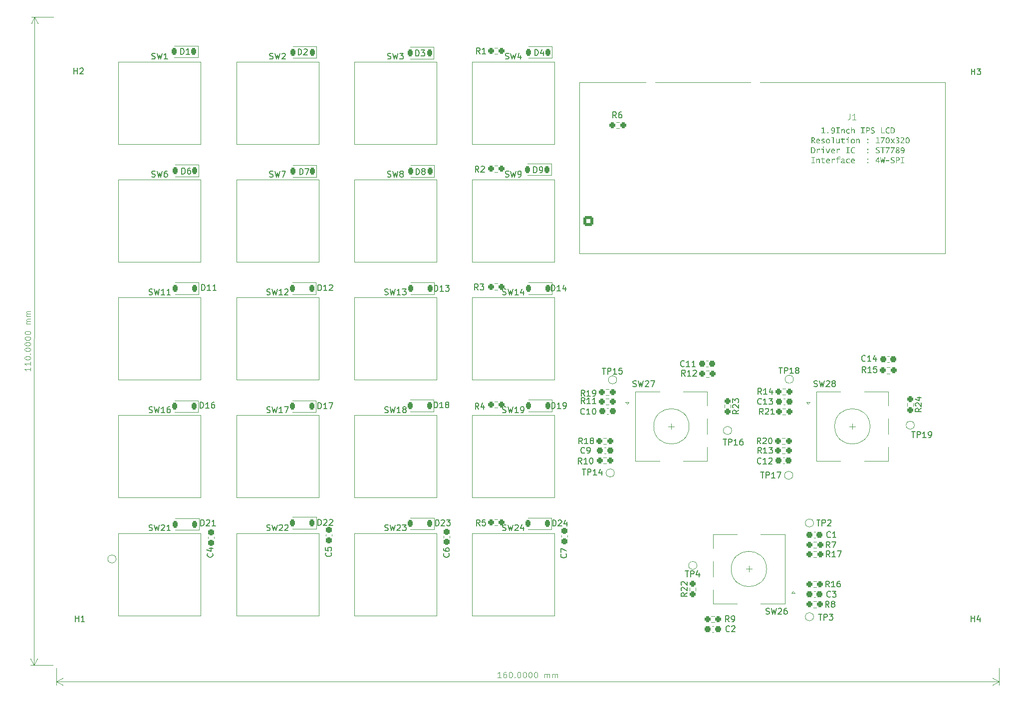
<source format=gto>
%TF.GenerationSoftware,KiCad,Pcbnew,8.0.4*%
%TF.CreationDate,2024-09-23T00:25:40+08:00*%
%TF.ProjectId,MacroKeypad,4d616372-6f4b-4657-9970-61642e6b6963,rev?*%
%TF.SameCoordinates,Original*%
%TF.FileFunction,Legend,Top*%
%TF.FilePolarity,Positive*%
%FSLAX46Y46*%
G04 Gerber Fmt 4.6, Leading zero omitted, Abs format (unit mm)*
G04 Created by KiCad (PCBNEW 8.0.4) date 2024-09-23 00:25:40*
%MOMM*%
%LPD*%
G01*
G04 APERTURE LIST*
G04 Aperture macros list*
%AMRoundRect*
0 Rectangle with rounded corners*
0 $1 Rounding radius*
0 $2 $3 $4 $5 $6 $7 $8 $9 X,Y pos of 4 corners*
0 Add a 4 corners polygon primitive as box body*
4,1,4,$2,$3,$4,$5,$6,$7,$8,$9,$2,$3,0*
0 Add four circle primitives for the rounded corners*
1,1,$1+$1,$2,$3*
1,1,$1+$1,$4,$5*
1,1,$1+$1,$6,$7*
1,1,$1+$1,$8,$9*
0 Add four rect primitives between the rounded corners*
20,1,$1+$1,$2,$3,$4,$5,0*
20,1,$1+$1,$4,$5,$6,$7,0*
20,1,$1+$1,$6,$7,$8,$9,0*
20,1,$1+$1,$8,$9,$2,$3,0*%
G04 Aperture macros list end*
%ADD10C,0.250000*%
%ADD11C,0.100000*%
%ADD12C,0.150000*%
%ADD13C,0.120000*%
%ADD14RoundRect,0.237500X0.300000X0.237500X-0.300000X0.237500X-0.300000X-0.237500X0.300000X-0.237500X0*%
%ADD15RoundRect,0.237500X-0.250000X-0.237500X0.250000X-0.237500X0.250000X0.237500X-0.250000X0.237500X0*%
%ADD16RoundRect,0.237500X0.250000X0.237500X-0.250000X0.237500X-0.250000X-0.237500X0.250000X-0.237500X0*%
%ADD17RoundRect,0.237500X-0.237500X0.300000X-0.237500X-0.300000X0.237500X-0.300000X0.237500X0.300000X0*%
%ADD18C,1.700000*%
%ADD19C,4.000000*%
%ADD20C,2.200000*%
%ADD21RoundRect,0.237500X-0.237500X0.250000X-0.237500X-0.250000X0.237500X-0.250000X0.237500X0.250000X0*%
%ADD22C,5.700000*%
%ADD23R,2.000000X2.000000*%
%ADD24C,2.000000*%
%ADD25R,3.200000X2.000000*%
%ADD26RoundRect,0.225000X0.225000X0.375000X-0.225000X0.375000X-0.225000X-0.375000X0.225000X-0.375000X0*%
%ADD27C,1.000000*%
%ADD28RoundRect,0.237500X-0.300000X-0.237500X0.300000X-0.237500X0.300000X0.237500X-0.300000X0.237500X0*%
%ADD29RoundRect,0.237500X0.237500X-0.250000X0.237500X0.250000X-0.237500X0.250000X-0.237500X-0.250000X0*%
%ADD30RoundRect,0.250000X0.600000X-0.600000X0.600000X0.600000X-0.600000X0.600000X-0.600000X-0.600000X0*%
%ADD31O,1.800000X1.800000*%
%ADD32O,1.500000X1.500000*%
%ADD33O,1.700000X1.700000*%
%ADD34R,1.700000X1.700000*%
G04 APERTURE END LIST*
D10*
G36*
X149313258Y-38290000D02*
G01*
X149313258Y-38180579D01*
X149584612Y-38180579D01*
X149584612Y-37399002D01*
X149313258Y-37461528D01*
X149313258Y-37383370D01*
X149719923Y-37258318D01*
X149719923Y-38180579D01*
X149991277Y-38180579D01*
X149991277Y-38290000D01*
X149313258Y-38290000D01*
G37*
G36*
X150351535Y-38290000D02*
G01*
X150351535Y-38086789D01*
X150554989Y-38086789D01*
X150554989Y-38290000D01*
X150351535Y-38290000D01*
G37*
G36*
X151345629Y-37261585D02*
G01*
X151401637Y-37274133D01*
X151451566Y-37296092D01*
X151495415Y-37327462D01*
X151533185Y-37368243D01*
X151549790Y-37392163D01*
X151574136Y-37436412D01*
X151594355Y-37485657D01*
X151610448Y-37539900D01*
X151622414Y-37599140D01*
X151629016Y-37650129D01*
X151632978Y-37704317D01*
X151634298Y-37761702D01*
X151632998Y-37817021D01*
X151629098Y-37869250D01*
X151622599Y-37918391D01*
X151611367Y-37973283D01*
X151596392Y-38023726D01*
X151581053Y-38062365D01*
X151555982Y-38111598D01*
X151527358Y-38155430D01*
X151495181Y-38193863D01*
X151454056Y-38231175D01*
X151437438Y-38243349D01*
X151391124Y-38270597D01*
X151342550Y-38290061D01*
X151291717Y-38301738D01*
X151238625Y-38305631D01*
X151189676Y-38302733D01*
X151139874Y-38295291D01*
X151091438Y-38285023D01*
X151038467Y-38271249D01*
X151030530Y-38268995D01*
X151030530Y-38150293D01*
X151077527Y-38166635D01*
X151126545Y-38181994D01*
X151157780Y-38189616D01*
X151207472Y-38195689D01*
X151225680Y-38196210D01*
X151279058Y-38190986D01*
X151326779Y-38175313D01*
X151368844Y-38149192D01*
X151405252Y-38112622D01*
X151423517Y-38087034D01*
X151447090Y-38043310D01*
X151465786Y-37994023D01*
X151479605Y-37939171D01*
X151487395Y-37889211D01*
X151491798Y-37835387D01*
X151492882Y-37789546D01*
X151464110Y-37830076D01*
X151429252Y-37867010D01*
X151422784Y-37872344D01*
X151381568Y-37899014D01*
X151346092Y-37914842D01*
X151298015Y-37927482D01*
X151259874Y-37930474D01*
X151209113Y-37925597D01*
X151160603Y-37910964D01*
X151118457Y-37889197D01*
X151076323Y-37857159D01*
X151040596Y-37818137D01*
X151013677Y-37776601D01*
X150993198Y-37730247D01*
X150980304Y-37680030D01*
X150974994Y-37625948D01*
X150974842Y-37614668D01*
X150976630Y-37585603D01*
X151106001Y-37585603D01*
X151109790Y-37637023D01*
X151121157Y-37686104D01*
X151128960Y-37707969D01*
X151153256Y-37752535D01*
X151188626Y-37787729D01*
X151196859Y-37793210D01*
X151243265Y-37814092D01*
X151292114Y-37821053D01*
X151341745Y-37814253D01*
X151388422Y-37793851D01*
X151417899Y-37772693D01*
X151450716Y-37731942D01*
X151468729Y-37681872D01*
X151475034Y-37632886D01*
X151475540Y-37612470D01*
X151472258Y-37560675D01*
X151460720Y-37508500D01*
X151440874Y-37462779D01*
X151423028Y-37435882D01*
X151386272Y-37399947D01*
X151341646Y-37377321D01*
X151289148Y-37368005D01*
X151277704Y-37367739D01*
X151225172Y-37375589D01*
X151181760Y-37399139D01*
X151150209Y-37434173D01*
X151126896Y-37477507D01*
X151112218Y-37524466D01*
X151106174Y-37575051D01*
X151106001Y-37585603D01*
X150976630Y-37585603D01*
X150978204Y-37560010D01*
X150988289Y-37507592D01*
X151005098Y-37457416D01*
X151017341Y-37430509D01*
X151043567Y-37385865D01*
X151077827Y-37344010D01*
X151117479Y-37310312D01*
X151130425Y-37301793D01*
X151176655Y-37278867D01*
X151227416Y-37264431D01*
X151276976Y-37258700D01*
X151294312Y-37258318D01*
X151345629Y-37261585D01*
G37*
G36*
X151834577Y-38290000D02*
G01*
X151834577Y-38180579D01*
X152071493Y-38180579D01*
X152071493Y-37383370D01*
X151834577Y-37383370D01*
X151834577Y-37273949D01*
X152444452Y-37273949D01*
X152444452Y-37383370D01*
X152207536Y-37383370D01*
X152207536Y-38180579D01*
X152444452Y-38180579D01*
X152444452Y-38290000D01*
X151834577Y-38290000D01*
G37*
G36*
X152683810Y-38290000D02*
G01*
X152683810Y-37539685D01*
X152819120Y-37539685D01*
X152810816Y-37680369D01*
X152819120Y-37680369D01*
X152849484Y-37636635D01*
X152884093Y-37599769D01*
X152922947Y-37569773D01*
X152931228Y-37564598D01*
X152978328Y-37541515D01*
X153027276Y-37528013D01*
X153073377Y-37524054D01*
X153123615Y-37528542D01*
X153172943Y-37544320D01*
X153214659Y-37571458D01*
X153238241Y-37595861D01*
X153264482Y-37637515D01*
X153276343Y-37672798D01*
X153283585Y-37723102D01*
X153285615Y-37773431D01*
X153285624Y-37777334D01*
X153285624Y-38290000D01*
X153150314Y-38290000D01*
X153150314Y-37811528D01*
X153148631Y-37762260D01*
X153146406Y-37742163D01*
X153129222Y-37695639D01*
X153128332Y-37694291D01*
X153090193Y-37661247D01*
X153087055Y-37659853D01*
X153037605Y-37649201D01*
X153032100Y-37649106D01*
X152981492Y-37657103D01*
X152935905Y-37678995D01*
X152926343Y-37685498D01*
X152887451Y-37718254D01*
X152853834Y-37753893D01*
X152822641Y-37792454D01*
X152819120Y-37797117D01*
X152819120Y-38290000D01*
X152683810Y-38290000D01*
G37*
G36*
X154159525Y-38261179D02*
G01*
X154106975Y-38278500D01*
X154054472Y-38291566D01*
X154002016Y-38300378D01*
X153949606Y-38304936D01*
X153919678Y-38305631D01*
X153870299Y-38303971D01*
X153813094Y-38297227D01*
X153760910Y-38285295D01*
X153713747Y-38268175D01*
X153663778Y-38240784D01*
X153621039Y-38205922D01*
X153614619Y-38199385D01*
X153580338Y-38156927D01*
X153553150Y-38109420D01*
X153533054Y-38056864D01*
X153521726Y-38009210D01*
X153515323Y-37958051D01*
X153513747Y-37914598D01*
X153516222Y-37861184D01*
X153523645Y-37811158D01*
X153539087Y-37755596D01*
X153561656Y-37704912D01*
X153591351Y-37659105D01*
X153615108Y-37631277D01*
X153656269Y-37594838D01*
X153703733Y-37565938D01*
X153757500Y-37544577D01*
X153807120Y-37532535D01*
X153861117Y-37525729D01*
X153907466Y-37524054D01*
X153959278Y-37525889D01*
X154011277Y-37531394D01*
X154063463Y-37540568D01*
X154115836Y-37553413D01*
X154145847Y-37562400D01*
X154145847Y-37679637D01*
X154097496Y-37663949D01*
X154044580Y-37649749D01*
X153995428Y-37639966D01*
X153943862Y-37634196D01*
X153919923Y-37633475D01*
X153868365Y-37637110D01*
X153815852Y-37650165D01*
X153770179Y-37672716D01*
X153731344Y-37704761D01*
X153726971Y-37709434D01*
X153696837Y-37750650D01*
X153675314Y-37798583D01*
X153663543Y-37846034D01*
X153658363Y-37898627D01*
X153658094Y-37914598D01*
X153661671Y-37969661D01*
X153672400Y-38019231D01*
X153693420Y-38069155D01*
X153723782Y-38111905D01*
X153732833Y-38121472D01*
X153773789Y-38154170D01*
X153821676Y-38177526D01*
X153869262Y-38190298D01*
X153922154Y-38195918D01*
X153938241Y-38196210D01*
X153988982Y-38193401D01*
X154042777Y-38184975D01*
X154092352Y-38172994D01*
X154144264Y-38156712D01*
X154159525Y-38151270D01*
X154159525Y-38261179D01*
G37*
G36*
X154370062Y-38290000D02*
G01*
X154370062Y-37211423D01*
X154505373Y-37211423D01*
X154505373Y-37543105D01*
X154497069Y-37680369D01*
X154505373Y-37680369D01*
X154535736Y-37636635D01*
X154570345Y-37599769D01*
X154609200Y-37569773D01*
X154617480Y-37564598D01*
X154664581Y-37541515D01*
X154713529Y-37528013D01*
X154759630Y-37524054D01*
X154809867Y-37528542D01*
X154859196Y-37544320D01*
X154900912Y-37571458D01*
X154924494Y-37595861D01*
X154950734Y-37637515D01*
X154962595Y-37672798D01*
X154969837Y-37723102D01*
X154971868Y-37773431D01*
X154971877Y-37777334D01*
X154971877Y-38290000D01*
X154836566Y-38290000D01*
X154836566Y-37811528D01*
X154834883Y-37762260D01*
X154832658Y-37742163D01*
X154815474Y-37695639D01*
X154814584Y-37694291D01*
X154776445Y-37661247D01*
X154773307Y-37659853D01*
X154723857Y-37649201D01*
X154718353Y-37649106D01*
X154667745Y-37657103D01*
X154622157Y-37678995D01*
X154612595Y-37685498D01*
X154573704Y-37718254D01*
X154540087Y-37753893D01*
X154508894Y-37792454D01*
X154505373Y-37797117D01*
X154505373Y-38290000D01*
X154370062Y-38290000D01*
G37*
G36*
X156050209Y-38290000D02*
G01*
X156050209Y-38180579D01*
X156287124Y-38180579D01*
X156287124Y-37383370D01*
X156050209Y-37383370D01*
X156050209Y-37273949D01*
X156660083Y-37273949D01*
X156660083Y-37383370D01*
X156423168Y-37383370D01*
X156423168Y-38180579D01*
X156660083Y-38180579D01*
X156660083Y-38290000D01*
X156050209Y-38290000D01*
G37*
G36*
X157270740Y-37275094D02*
G01*
X157323413Y-37278998D01*
X157369853Y-37285673D01*
X157419797Y-37299566D01*
X157467406Y-37324067D01*
X157506713Y-37358108D01*
X157516887Y-37370181D01*
X157544450Y-37415805D01*
X157560529Y-37463881D01*
X157567879Y-37512196D01*
X157569155Y-37545059D01*
X157565386Y-37602569D01*
X157554077Y-37655117D01*
X157535229Y-37702701D01*
X157508842Y-37745323D01*
X157474916Y-37782981D01*
X157461933Y-37794431D01*
X157418830Y-37824727D01*
X157369941Y-37848756D01*
X157315264Y-37866516D01*
X157265279Y-37876528D01*
X157211274Y-37882186D01*
X157165177Y-37883579D01*
X157066259Y-37883579D01*
X157066259Y-38290000D01*
X156930949Y-38290000D01*
X156930949Y-37774159D01*
X157066259Y-37774159D01*
X157150767Y-37774159D01*
X157199797Y-37772477D01*
X157251454Y-37766020D01*
X157301824Y-37752366D01*
X157346337Y-37728689D01*
X157370586Y-37705282D01*
X157399179Y-37660126D01*
X157417183Y-37611058D01*
X157424596Y-37558078D01*
X157424808Y-37547013D01*
X157418558Y-37495874D01*
X157397249Y-37450201D01*
X157360816Y-37415610D01*
X157316074Y-37394590D01*
X157300000Y-37390453D01*
X157249370Y-37384539D01*
X157200837Y-37383370D01*
X157066259Y-37383370D01*
X157066259Y-37774159D01*
X156930949Y-37774159D01*
X156930949Y-37273949D01*
X157217445Y-37273949D01*
X157270740Y-37275094D01*
G37*
G36*
X157730111Y-38256050D02*
G01*
X157730111Y-38119518D01*
X157784689Y-38141612D01*
X157836834Y-38159961D01*
X157886546Y-38174566D01*
X157942989Y-38187148D01*
X157995928Y-38194338D01*
X158037369Y-38196210D01*
X158086402Y-38192283D01*
X158135826Y-38179360D01*
X158145324Y-38175694D01*
X158189837Y-38150232D01*
X158222260Y-38114877D01*
X158243033Y-38070542D01*
X158248883Y-38028904D01*
X158239320Y-37979541D01*
X158210629Y-37935318D01*
X158169070Y-37900322D01*
X158127983Y-37876741D01*
X157930879Y-37779776D01*
X157886495Y-37754799D01*
X157843527Y-37725795D01*
X157805078Y-37692581D01*
X157779692Y-37662540D01*
X157755358Y-37618443D01*
X157741124Y-37569440D01*
X157736950Y-37520635D01*
X157741591Y-37469878D01*
X157755512Y-37422388D01*
X157778715Y-37378165D01*
X157811200Y-37337208D01*
X157853729Y-37302694D01*
X157899807Y-37280583D01*
X157954160Y-37266022D01*
X158007334Y-37259550D01*
X158046161Y-37258318D01*
X158098758Y-37260363D01*
X158154393Y-37266499D01*
X158204499Y-37275014D01*
X158256838Y-37286534D01*
X158311409Y-37301060D01*
X158311409Y-37422449D01*
X158256838Y-37403856D01*
X158204499Y-37389110D01*
X158154393Y-37378210D01*
X158098758Y-37370356D01*
X158046161Y-37367739D01*
X157994748Y-37371646D01*
X157948953Y-37383370D01*
X157905569Y-37407928D01*
X157884717Y-37431974D01*
X157865979Y-37477465D01*
X157863468Y-37502805D01*
X157873886Y-37552773D01*
X157893021Y-37584382D01*
X157930774Y-37619752D01*
X157972102Y-37645826D01*
X157999511Y-37660097D01*
X158183670Y-37751688D01*
X158231445Y-37777713D01*
X158277172Y-37807598D01*
X158317301Y-37841402D01*
X158342916Y-37871612D01*
X158366834Y-37915477D01*
X158380824Y-37963787D01*
X158384926Y-38011563D01*
X158380450Y-38064333D01*
X158367021Y-38113223D01*
X158344640Y-38158233D01*
X158313306Y-38199363D01*
X158291381Y-38221123D01*
X158246577Y-38254051D01*
X158201829Y-38275839D01*
X158151225Y-38291684D01*
X158094765Y-38301587D01*
X158043241Y-38305301D01*
X158021493Y-38305631D01*
X157970122Y-38303770D01*
X157919644Y-38299036D01*
X157866658Y-38289900D01*
X157812674Y-38277548D01*
X157762244Y-38264682D01*
X157730111Y-38256050D01*
G37*
G36*
X159456175Y-38290000D02*
G01*
X159456175Y-37273949D01*
X159591486Y-37273949D01*
X159591486Y-38180579D01*
X160066294Y-38180579D01*
X160066294Y-38290000D01*
X159456175Y-38290000D01*
G37*
G36*
X160940195Y-38257759D02*
G01*
X160890183Y-38274028D01*
X160841082Y-38286931D01*
X160792891Y-38296468D01*
X160737818Y-38303340D01*
X160683984Y-38305631D01*
X160633090Y-38303524D01*
X160578827Y-38296118D01*
X160527732Y-38283380D01*
X160495429Y-38271926D01*
X160450409Y-38250996D01*
X160405644Y-38223118D01*
X160366412Y-38190374D01*
X160355722Y-38179602D01*
X160322612Y-38140767D01*
X160294112Y-38098513D01*
X160270221Y-38052840D01*
X160250942Y-38003747D01*
X160236089Y-37952151D01*
X160225479Y-37899211D01*
X160219114Y-37844928D01*
X160216992Y-37789302D01*
X160219068Y-37734026D01*
X160225296Y-37679331D01*
X160235676Y-37625216D01*
X160250209Y-37571681D01*
X160268588Y-37520879D01*
X160290265Y-37474961D01*
X160318592Y-37429143D01*
X160343510Y-37397780D01*
X160380059Y-37361802D01*
X160421013Y-37331079D01*
X160466372Y-37305611D01*
X160493475Y-37293733D01*
X160544237Y-37276613D01*
X160596506Y-37265096D01*
X160650282Y-37259182D01*
X160680809Y-37258318D01*
X160731658Y-37260258D01*
X160784399Y-37266078D01*
X160839035Y-37275779D01*
X160887372Y-37287182D01*
X160928715Y-37298862D01*
X160928715Y-37428311D01*
X160878429Y-37407726D01*
X160829602Y-37391400D01*
X160782236Y-37379332D01*
X160728819Y-37370637D01*
X160677390Y-37367739D01*
X160625125Y-37372204D01*
X160575678Y-37385599D01*
X160544277Y-37399490D01*
X160501699Y-37426280D01*
X160463247Y-37462435D01*
X160445847Y-37484975D01*
X160418781Y-37530347D01*
X160398784Y-37575150D01*
X160383175Y-37623340D01*
X160381856Y-37628346D01*
X160371037Y-37678773D01*
X160364224Y-37729916D01*
X160361419Y-37781775D01*
X160361339Y-37792233D01*
X160363605Y-37847007D01*
X160370403Y-37898216D01*
X160381733Y-37945859D01*
X160401310Y-37998323D01*
X160427414Y-38045653D01*
X160454152Y-38081172D01*
X160489517Y-38116148D01*
X160529788Y-38145180D01*
X160570655Y-38166413D01*
X160619278Y-38183377D01*
X160670440Y-38193300D01*
X160719155Y-38196210D01*
X160774065Y-38192424D01*
X160827642Y-38182700D01*
X160878203Y-38169282D01*
X160932200Y-38151284D01*
X160940195Y-38148339D01*
X160940195Y-38257759D01*
G37*
G36*
X161402260Y-37275972D02*
G01*
X161455135Y-37282040D01*
X161503774Y-37292153D01*
X161558615Y-37310483D01*
X161606838Y-37335134D01*
X161648441Y-37366106D01*
X161683426Y-37403398D01*
X161712626Y-37446284D01*
X161736878Y-37494035D01*
X161756180Y-37546652D01*
X161770533Y-37604135D01*
X161778452Y-37653625D01*
X161783203Y-37706229D01*
X161784787Y-37761946D01*
X161783489Y-37813870D01*
X161779597Y-37863854D01*
X161771972Y-37918602D01*
X161760959Y-37970817D01*
X161757676Y-37983475D01*
X161741479Y-38032262D01*
X161720001Y-38077997D01*
X161693241Y-38120678D01*
X161661200Y-38160307D01*
X161622225Y-38198066D01*
X161580313Y-38228639D01*
X161535465Y-38252025D01*
X161509281Y-38261912D01*
X161459055Y-38275489D01*
X161410355Y-38283828D01*
X161357839Y-38288655D01*
X161308757Y-38290000D01*
X161079413Y-38290000D01*
X161079413Y-37383370D01*
X161214724Y-37383370D01*
X161214724Y-38180579D01*
X161282623Y-38180579D01*
X161333431Y-38179076D01*
X161386390Y-38173525D01*
X161438585Y-38162171D01*
X161486685Y-38143012D01*
X161495847Y-38137836D01*
X161536906Y-38106495D01*
X161571238Y-38065899D01*
X161596386Y-38021450D01*
X161603558Y-38004968D01*
X161619694Y-37956715D01*
X161631219Y-37902325D01*
X161637522Y-37849700D01*
X161640115Y-37800853D01*
X161640439Y-37775136D01*
X161639220Y-37725671D01*
X161634715Y-37672346D01*
X161626891Y-37623743D01*
X161613885Y-37573979D01*
X161605757Y-37551409D01*
X161583794Y-37506033D01*
X161553636Y-37464225D01*
X161513464Y-37428706D01*
X161505373Y-37423426D01*
X161455041Y-37401916D01*
X161401208Y-37390445D01*
X161344212Y-37384589D01*
X161288009Y-37382677D01*
X161277983Y-37382637D01*
X161214724Y-37383370D01*
X161079413Y-37383370D01*
X161079413Y-37273949D01*
X161345150Y-37273949D01*
X161402260Y-37275972D01*
G37*
G36*
X147923740Y-38954911D02*
G01*
X147975909Y-38958464D01*
X148026200Y-38965730D01*
X148075068Y-38979621D01*
X148079099Y-38981304D01*
X148122697Y-39006618D01*
X148158600Y-39041892D01*
X148178262Y-39070942D01*
X148200290Y-39119141D01*
X148212151Y-39169952D01*
X148214410Y-39205275D01*
X148209504Y-39257408D01*
X148196528Y-39306104D01*
X148175443Y-39356040D01*
X148172889Y-39361102D01*
X148143196Y-39405265D01*
X148106163Y-39442089D01*
X148065544Y-39472431D01*
X148017258Y-39501020D01*
X148009734Y-39504961D01*
X148326273Y-39970000D01*
X148162142Y-39970000D01*
X147883949Y-39547948D01*
X147761828Y-39547948D01*
X147761828Y-39970000D01*
X147626517Y-39970000D01*
X147626517Y-39438527D01*
X147761828Y-39438527D01*
X147833147Y-39438527D01*
X147888269Y-39434421D01*
X147936156Y-39422102D01*
X147981380Y-39398426D01*
X148010223Y-39372826D01*
X148041779Y-39329544D01*
X148061647Y-39281826D01*
X148069829Y-39229672D01*
X148070062Y-39218709D01*
X148063880Y-39169619D01*
X148050523Y-39136887D01*
X148017035Y-39099545D01*
X147988241Y-39082909D01*
X147939882Y-39069552D01*
X147886209Y-39064305D01*
X147844870Y-39063370D01*
X147761828Y-39063370D01*
X147761828Y-39438527D01*
X147626517Y-39438527D01*
X147626517Y-38953949D01*
X147872958Y-38953949D01*
X147923740Y-38954911D01*
G37*
G36*
X148841167Y-39206922D02*
G01*
X148893481Y-39217517D01*
X148940723Y-39235920D01*
X148982893Y-39262130D01*
X149009909Y-39285631D01*
X149042076Y-39327749D01*
X149063359Y-39374083D01*
X149078838Y-39429862D01*
X149087303Y-39483559D01*
X149091737Y-39543816D01*
X149092463Y-39583119D01*
X149092463Y-39626106D01*
X148584193Y-39626106D01*
X148589763Y-39676154D01*
X148602469Y-39726774D01*
X148625176Y-39774379D01*
X148661159Y-39814869D01*
X148670655Y-39821988D01*
X148717133Y-39848199D01*
X148768363Y-39865832D01*
X148817891Y-39874304D01*
X148857501Y-39876210D01*
X148906378Y-39873744D01*
X148957265Y-39866346D01*
X149010162Y-39854016D01*
X149057103Y-39839522D01*
X149097348Y-39824675D01*
X149097348Y-39936782D01*
X149049866Y-39952696D01*
X149043859Y-39954612D01*
X148995233Y-39967671D01*
X148944194Y-39977578D01*
X148941032Y-39978060D01*
X148890413Y-39983738D01*
X148839183Y-39985631D01*
X148788419Y-39983937D01*
X148730051Y-39977053D01*
X148677336Y-39964874D01*
X148630274Y-39947400D01*
X148581261Y-39919442D01*
X148540389Y-39883859D01*
X148534368Y-39877187D01*
X148502328Y-39834494D01*
X148476917Y-39787749D01*
X148458136Y-39736950D01*
X148445983Y-39682098D01*
X148440919Y-39633293D01*
X148440090Y-39602658D01*
X148442446Y-39552448D01*
X148448101Y-39516685D01*
X148588346Y-39516685D01*
X148948360Y-39516685D01*
X148948360Y-39499099D01*
X148944573Y-39447429D01*
X148929660Y-39396555D01*
X148900488Y-39356461D01*
X148857639Y-39328629D01*
X148806486Y-39314986D01*
X148780076Y-39313475D01*
X148729680Y-39319709D01*
X148681549Y-39340729D01*
X148650139Y-39366231D01*
X148619255Y-39407812D01*
X148599945Y-39454828D01*
X148589703Y-39504648D01*
X148588346Y-39516685D01*
X148448101Y-39516685D01*
X148451490Y-39495249D01*
X148467318Y-39441382D01*
X148489930Y-39390847D01*
X148519325Y-39343643D01*
X148536566Y-39321290D01*
X148574951Y-39281448D01*
X148617750Y-39249849D01*
X148664963Y-39226494D01*
X148716588Y-39211381D01*
X148772628Y-39204512D01*
X148792288Y-39204054D01*
X148841167Y-39206922D01*
G37*
G36*
X149314724Y-39937759D02*
G01*
X149314724Y-39814173D01*
X149362840Y-39832045D01*
X149417841Y-39849493D01*
X149469853Y-39862579D01*
X149518877Y-39871303D01*
X149572295Y-39875968D01*
X149586810Y-39876210D01*
X149640501Y-39872919D01*
X149689588Y-39861694D01*
X149728227Y-39842505D01*
X149764863Y-39807151D01*
X149777076Y-39768988D01*
X149759124Y-39723226D01*
X149753628Y-39717452D01*
X149708617Y-39692302D01*
X149658517Y-39674762D01*
X149648604Y-39671779D01*
X149503524Y-39623907D01*
X149458186Y-39605470D01*
X149415367Y-39579624D01*
X149379937Y-39547948D01*
X149351956Y-39507259D01*
X149336889Y-39459562D01*
X149334019Y-39423872D01*
X149339738Y-39372033D01*
X149356894Y-39325873D01*
X149385487Y-39285393D01*
X149406315Y-39265359D01*
X149447332Y-39238538D01*
X149497845Y-39219380D01*
X149549832Y-39208903D01*
X149600179Y-39204593D01*
X149627355Y-39204054D01*
X149678282Y-39205445D01*
X149719923Y-39208450D01*
X149768440Y-39215331D01*
X149817775Y-39225396D01*
X149871109Y-39238004D01*
X149871109Y-39353042D01*
X149821733Y-39339595D01*
X149773988Y-39328931D01*
X149720348Y-39320005D01*
X149668928Y-39314866D01*
X149626622Y-39313475D01*
X149577351Y-39316736D01*
X149529764Y-39328999D01*
X149506210Y-39341074D01*
X149471846Y-39376331D01*
X149463712Y-39409951D01*
X149482966Y-39456319D01*
X149484228Y-39457578D01*
X149527976Y-39484726D01*
X149564829Y-39498611D01*
X149735799Y-39556985D01*
X149783166Y-39575547D01*
X149826493Y-39598182D01*
X149865121Y-39628365D01*
X149875261Y-39640027D01*
X149899638Y-39685541D01*
X149910050Y-39733916D01*
X149910921Y-39754089D01*
X149904487Y-39805643D01*
X149885186Y-39852870D01*
X149853019Y-39895769D01*
X149829588Y-39917732D01*
X149784082Y-39947438D01*
X149736326Y-39966468D01*
X149681160Y-39979000D01*
X149627977Y-39984570D01*
X149589497Y-39985631D01*
X149532437Y-39983340D01*
X149482171Y-39977730D01*
X149430651Y-39968754D01*
X149377878Y-39956413D01*
X149323850Y-39940705D01*
X149314724Y-39937759D01*
G37*
G36*
X150504061Y-39206696D02*
G01*
X150560161Y-39216839D01*
X150610799Y-39234591D01*
X150655976Y-39259950D01*
X150695692Y-39292917D01*
X150713503Y-39312254D01*
X150744546Y-39355072D01*
X150769167Y-39402562D01*
X150787365Y-39454723D01*
X150799140Y-39511556D01*
X150804047Y-39562484D01*
X150804849Y-39594598D01*
X150802619Y-39647415D01*
X150795929Y-39697023D01*
X150782013Y-39752318D01*
X150761674Y-39802994D01*
X150734912Y-39849050D01*
X150713503Y-39877187D01*
X150676517Y-39914041D01*
X150634070Y-39943270D01*
X150586162Y-39964874D01*
X150532793Y-39978853D01*
X150484148Y-39984678D01*
X150453140Y-39985631D01*
X150402218Y-39982983D01*
X150346119Y-39972817D01*
X150295481Y-39955025D01*
X150250303Y-39929609D01*
X150210587Y-39896567D01*
X150192777Y-39877187D01*
X150161733Y-39834211D01*
X150137112Y-39786615D01*
X150118914Y-39734400D01*
X150107139Y-39677564D01*
X150102233Y-39626673D01*
X150101430Y-39594598D01*
X150245778Y-39594598D01*
X150248384Y-39649661D01*
X150256203Y-39699231D01*
X150271521Y-39749155D01*
X150296893Y-39796745D01*
X150300244Y-39801472D01*
X150334457Y-39837600D01*
X150380539Y-39863876D01*
X150429273Y-39875042D01*
X150453140Y-39876210D01*
X150505029Y-39870298D01*
X150554526Y-39849862D01*
X150595437Y-39814828D01*
X150606036Y-39801472D01*
X150632483Y-39754891D01*
X150648725Y-39705864D01*
X150657327Y-39657079D01*
X150660693Y-39602801D01*
X150660746Y-39594598D01*
X150658117Y-39539726D01*
X150650228Y-39490300D01*
X150634772Y-39440482D01*
X150609173Y-39392940D01*
X150605792Y-39388213D01*
X150571499Y-39352085D01*
X150525465Y-39325809D01*
X150476896Y-39314643D01*
X150453140Y-39313475D01*
X150401684Y-39319387D01*
X150352397Y-39339823D01*
X150311410Y-39374856D01*
X150300732Y-39388213D01*
X150274167Y-39434755D01*
X150257853Y-39483684D01*
X150249212Y-39532332D01*
X150245831Y-39586426D01*
X150245778Y-39594598D01*
X150101430Y-39594598D01*
X150103660Y-39541723D01*
X150110351Y-39492093D01*
X150124267Y-39436817D01*
X150144606Y-39386213D01*
X150171367Y-39340280D01*
X150192777Y-39312254D01*
X150229763Y-39275483D01*
X150272209Y-39246319D01*
X150320117Y-39224764D01*
X150373486Y-39210816D01*
X150422132Y-39205005D01*
X150453140Y-39204054D01*
X150504061Y-39206696D01*
G37*
G36*
X151279169Y-39970000D02*
G01*
X151279169Y-39000844D01*
X150991451Y-39000844D01*
X150991451Y-38891423D01*
X151415212Y-38891423D01*
X151415212Y-39970000D01*
X151279169Y-39970000D01*
G37*
G36*
X152438346Y-39219685D02*
G01*
X152438346Y-39970000D01*
X152303035Y-39970000D01*
X152311095Y-39829316D01*
X152302791Y-39829316D01*
X152272041Y-39873542D01*
X152237189Y-39910660D01*
X152198234Y-39940670D01*
X152189951Y-39945819D01*
X152142989Y-39968486D01*
X152094123Y-39981743D01*
X152048046Y-39985631D01*
X151998128Y-39981143D01*
X151949051Y-39965365D01*
X151907470Y-39938227D01*
X151883914Y-39913824D01*
X151857674Y-39871929D01*
X151845812Y-39836887D01*
X151838571Y-39786567D01*
X151836540Y-39735810D01*
X151836531Y-39731863D01*
X151836531Y-39219685D01*
X151971842Y-39219685D01*
X151971842Y-39697669D01*
X151973420Y-39747582D01*
X151975505Y-39767766D01*
X151992933Y-39813587D01*
X151993824Y-39814905D01*
X152030422Y-39847374D01*
X152035101Y-39849588D01*
X152084551Y-39860482D01*
X152090055Y-39860579D01*
X152140663Y-39852529D01*
X152186251Y-39830490D01*
X152195812Y-39823942D01*
X152234704Y-39790924D01*
X152268321Y-39755222D01*
X152299514Y-39716728D01*
X152303035Y-39712079D01*
X152303035Y-39219685D01*
X152438346Y-39219685D01*
G37*
G36*
X153315666Y-39970000D02*
G01*
X153265291Y-39976838D01*
X153215771Y-39981723D01*
X153161082Y-39984883D01*
X153119295Y-39985631D01*
X153061592Y-39983493D01*
X153011034Y-39977079D01*
X152961079Y-39964191D01*
X152915894Y-39942335D01*
X152894103Y-39924815D01*
X152863878Y-39884698D01*
X152846744Y-39838104D01*
X152845987Y-39834689D01*
X152838396Y-39785282D01*
X152834996Y-39736045D01*
X152834263Y-39695959D01*
X152834263Y-39329106D01*
X152648150Y-39329106D01*
X152648150Y-39219685D01*
X152834263Y-39219685D01*
X152834263Y-39063370D01*
X152970307Y-39063370D01*
X152970307Y-39219685D01*
X153300767Y-39219685D01*
X153300767Y-39329106D01*
X152970307Y-39329106D01*
X152970307Y-39714277D01*
X152971616Y-39765769D01*
X152977145Y-39803670D01*
X153001325Y-39836643D01*
X153044480Y-39860854D01*
X153067759Y-39867662D01*
X153117467Y-39875008D01*
X153148115Y-39876210D01*
X153200790Y-39874684D01*
X153253178Y-39870104D01*
X153305280Y-39862472D01*
X153315666Y-39860579D01*
X153315666Y-39970000D01*
G37*
G36*
X153792184Y-39970000D02*
G01*
X153792184Y-39329106D01*
X153520830Y-39329106D01*
X153520830Y-39219685D01*
X153927494Y-39219685D01*
X153927494Y-39970000D01*
X153792184Y-39970000D01*
G37*
G36*
X153774842Y-39063370D02*
G01*
X153774842Y-38891423D01*
X153944591Y-38891423D01*
X153944591Y-39063370D01*
X153774842Y-39063370D01*
G37*
G36*
X154719693Y-39206696D02*
G01*
X154775792Y-39216839D01*
X154826431Y-39234591D01*
X154871608Y-39259950D01*
X154911324Y-39292917D01*
X154929134Y-39312254D01*
X154960178Y-39355072D01*
X154984799Y-39402562D01*
X155002997Y-39454723D01*
X155014772Y-39511556D01*
X155019678Y-39562484D01*
X155020481Y-39594598D01*
X155018251Y-39647415D01*
X155011560Y-39697023D01*
X154997644Y-39752318D01*
X154977305Y-39802994D01*
X154950544Y-39849050D01*
X154929134Y-39877187D01*
X154892149Y-39914041D01*
X154849702Y-39943270D01*
X154801794Y-39964874D01*
X154748425Y-39978853D01*
X154699779Y-39984678D01*
X154668771Y-39985631D01*
X154617850Y-39982983D01*
X154561750Y-39972817D01*
X154511112Y-39955025D01*
X154465935Y-39929609D01*
X154426219Y-39896567D01*
X154408408Y-39877187D01*
X154377365Y-39834211D01*
X154352744Y-39786615D01*
X154334546Y-39734400D01*
X154322771Y-39677564D01*
X154317864Y-39626673D01*
X154317062Y-39594598D01*
X154461409Y-39594598D01*
X154464015Y-39649661D01*
X154471834Y-39699231D01*
X154487153Y-39749155D01*
X154512524Y-39796745D01*
X154515875Y-39801472D01*
X154550089Y-39837600D01*
X154596171Y-39863876D01*
X154644904Y-39875042D01*
X154668771Y-39876210D01*
X154720661Y-39870298D01*
X154770158Y-39849862D01*
X154811069Y-39814828D01*
X154821667Y-39801472D01*
X154848114Y-39754891D01*
X154864356Y-39705864D01*
X154872958Y-39657079D01*
X154876324Y-39602801D01*
X154876378Y-39594598D01*
X154873748Y-39539726D01*
X154865859Y-39490300D01*
X154850403Y-39440482D01*
X154824804Y-39392940D01*
X154821423Y-39388213D01*
X154787130Y-39352085D01*
X154741096Y-39325809D01*
X154692528Y-39314643D01*
X154668771Y-39313475D01*
X154617316Y-39319387D01*
X154568028Y-39339823D01*
X154527041Y-39374856D01*
X154516364Y-39388213D01*
X154489799Y-39434755D01*
X154473484Y-39483684D01*
X154464844Y-39532332D01*
X154461463Y-39586426D01*
X154461409Y-39594598D01*
X154317062Y-39594598D01*
X154319292Y-39541723D01*
X154325982Y-39492093D01*
X154339898Y-39436817D01*
X154360237Y-39386213D01*
X154386999Y-39340280D01*
X154408408Y-39312254D01*
X154445394Y-39275483D01*
X154487841Y-39246319D01*
X154535749Y-39224764D01*
X154589118Y-39210816D01*
X154637763Y-39205005D01*
X154668771Y-39204054D01*
X154719693Y-39206696D01*
G37*
G36*
X155213189Y-39970000D02*
G01*
X155213189Y-39219685D01*
X155348499Y-39219685D01*
X155340195Y-39360369D01*
X155348499Y-39360369D01*
X155378863Y-39316635D01*
X155413472Y-39279769D01*
X155452326Y-39249773D01*
X155460607Y-39244598D01*
X155507707Y-39221515D01*
X155556655Y-39208013D01*
X155602756Y-39204054D01*
X155652994Y-39208542D01*
X155702322Y-39224320D01*
X155744038Y-39251458D01*
X155767620Y-39275861D01*
X155793861Y-39317515D01*
X155805722Y-39352798D01*
X155812964Y-39403102D01*
X155814994Y-39453431D01*
X155815003Y-39457334D01*
X155815003Y-39970000D01*
X155679692Y-39970000D01*
X155679692Y-39491528D01*
X155678009Y-39442260D01*
X155675785Y-39422163D01*
X155658601Y-39375639D01*
X155657711Y-39374291D01*
X155619572Y-39341247D01*
X155616434Y-39339853D01*
X155566984Y-39329201D01*
X155561479Y-39329106D01*
X155510871Y-39337103D01*
X155465284Y-39358995D01*
X155455722Y-39365498D01*
X155416830Y-39398254D01*
X155383213Y-39433893D01*
X155352020Y-39472454D01*
X155348499Y-39477117D01*
X155348499Y-39970000D01*
X155213189Y-39970000D01*
G37*
G36*
X157096545Y-39422896D02*
G01*
X157096545Y-39219685D01*
X157300000Y-39219685D01*
X157300000Y-39422896D01*
X157096545Y-39422896D01*
G37*
G36*
X157096545Y-39970000D02*
G01*
X157096545Y-39766789D01*
X157300000Y-39766789D01*
X157300000Y-39970000D01*
X157096545Y-39970000D01*
G37*
G36*
X158587648Y-39970000D02*
G01*
X158587648Y-39860579D01*
X158859002Y-39860579D01*
X158859002Y-39079002D01*
X158587648Y-39141528D01*
X158587648Y-39063370D01*
X158994312Y-38938318D01*
X158994312Y-39860579D01*
X159265666Y-39860579D01*
X159265666Y-39970000D01*
X158587648Y-39970000D01*
G37*
G36*
X159496720Y-39970000D02*
G01*
X159503841Y-39919487D01*
X159514406Y-39868543D01*
X159519678Y-39849344D01*
X159535894Y-39802153D01*
X159554853Y-39755304D01*
X159566085Y-39729665D01*
X159590512Y-39679257D01*
X159614245Y-39633759D01*
X159638575Y-39588576D01*
X159667044Y-39536787D01*
X159692798Y-39490598D01*
X159713852Y-39453182D01*
X159926099Y-39079002D01*
X159441765Y-39079002D01*
X159441765Y-38953949D01*
X160054570Y-38953949D01*
X160054570Y-39068011D01*
X160021598Y-39122721D01*
X159992418Y-39172344D01*
X159964597Y-39220586D01*
X159938135Y-39267446D01*
X159913032Y-39312925D01*
X159889287Y-39357022D01*
X159861516Y-39410201D01*
X159835868Y-39461222D01*
X159826203Y-39481025D01*
X159803354Y-39528947D01*
X159782282Y-39574711D01*
X159759342Y-39626777D01*
X159738960Y-39675736D01*
X159721137Y-39721585D01*
X159710676Y-39750425D01*
X159694640Y-39799417D01*
X159681151Y-39847871D01*
X159670210Y-39895788D01*
X159660825Y-39949892D01*
X159658164Y-39970000D01*
X159496720Y-39970000D01*
G37*
G36*
X160622267Y-38942056D02*
G01*
X160678802Y-38956413D01*
X160729446Y-38981538D01*
X160774200Y-39017430D01*
X160806995Y-39055566D01*
X160830286Y-39091458D01*
X160855616Y-39140800D01*
X160876654Y-39193267D01*
X160893398Y-39248859D01*
X160905848Y-39307575D01*
X160912718Y-39356797D01*
X160916839Y-39408020D01*
X160918213Y-39461242D01*
X160916824Y-39515143D01*
X160912657Y-39566938D01*
X160905711Y-39616626D01*
X160893122Y-39675774D01*
X160876192Y-39731630D01*
X160854921Y-39784195D01*
X160829309Y-39833468D01*
X160799552Y-39877304D01*
X160765848Y-39913710D01*
X160720193Y-39947590D01*
X160668853Y-39970771D01*
X160611829Y-39983253D01*
X160570655Y-39985631D01*
X160519583Y-39981916D01*
X160463506Y-39967651D01*
X160413114Y-39942687D01*
X160368406Y-39907023D01*
X160335492Y-39869131D01*
X160312002Y-39833468D01*
X160286390Y-39784195D01*
X160265119Y-39731630D01*
X160248189Y-39675774D01*
X160235600Y-39616626D01*
X160228654Y-39566938D01*
X160224487Y-39515143D01*
X160223098Y-39461242D01*
X160367445Y-39461242D01*
X160368293Y-39514620D01*
X160370834Y-39564114D01*
X160376394Y-39620517D01*
X160384602Y-39670851D01*
X160397945Y-39723238D01*
X160418331Y-39773308D01*
X160421667Y-39779490D01*
X160451328Y-39821805D01*
X160490790Y-39854958D01*
X160536705Y-39872810D01*
X160570900Y-39876210D01*
X160620664Y-39868560D01*
X160664168Y-39845607D01*
X160701413Y-39807354D01*
X160719399Y-39779490D01*
X160740717Y-39731119D01*
X160754822Y-39680189D01*
X160763638Y-39631070D01*
X160769782Y-39575880D01*
X160773255Y-39514620D01*
X160774110Y-39461242D01*
X160773255Y-39408043D01*
X160770690Y-39358721D01*
X160765080Y-39302521D01*
X160756799Y-39252380D01*
X160743335Y-39200207D01*
X160722765Y-39150365D01*
X160719399Y-39144214D01*
X160689693Y-39102006D01*
X160650362Y-39068937D01*
X160604771Y-39051130D01*
X160570900Y-39047739D01*
X160520683Y-39055370D01*
X160476919Y-39078264D01*
X160439607Y-39116421D01*
X160421667Y-39144214D01*
X160400540Y-39192360D01*
X160386561Y-39243078D01*
X160377824Y-39292008D01*
X160371734Y-39346996D01*
X160368293Y-39408043D01*
X160367445Y-39461242D01*
X160223098Y-39461242D01*
X160224464Y-39408020D01*
X160228563Y-39356797D01*
X160235394Y-39307575D01*
X160247775Y-39248859D01*
X160264426Y-39193267D01*
X160285347Y-39140800D01*
X160310537Y-39091458D01*
X160340007Y-39047340D01*
X160373615Y-39010700D01*
X160419408Y-38976603D01*
X160471160Y-38953273D01*
X160518839Y-38942056D01*
X160570655Y-38938318D01*
X160622267Y-38942056D01*
G37*
G36*
X161054012Y-39970000D02*
G01*
X161331472Y-39590690D01*
X161055233Y-39219685D01*
X161224982Y-39219685D01*
X161431123Y-39495924D01*
X161619923Y-39219685D01*
X161754012Y-39219685D01*
X161500488Y-39589958D01*
X161782833Y-39970000D01*
X161613817Y-39970000D01*
X161400104Y-39683503D01*
X161190544Y-39970000D01*
X161054012Y-39970000D01*
G37*
G36*
X161993859Y-39954124D02*
G01*
X161993859Y-39829560D01*
X162045494Y-39846473D01*
X162095486Y-39861216D01*
X162133565Y-39869860D01*
X162182658Y-39875460D01*
X162206106Y-39876210D01*
X162258963Y-39871458D01*
X162308584Y-39855028D01*
X162348617Y-39826864D01*
X162358757Y-39816127D01*
X162388376Y-39772515D01*
X162405701Y-39724633D01*
X162410781Y-39677397D01*
X162404818Y-39624846D01*
X162386929Y-39578020D01*
X162357114Y-39536919D01*
X162349720Y-39529385D01*
X162309500Y-39500577D01*
X162263888Y-39482885D01*
X162208995Y-39472642D01*
X162153349Y-39469790D01*
X162087404Y-39469790D01*
X162087404Y-39360369D01*
X162126482Y-39360369D01*
X162176633Y-39359201D01*
X162230225Y-39354263D01*
X162279091Y-39342981D01*
X162295254Y-39335945D01*
X162335432Y-39308040D01*
X162364619Y-39273175D01*
X162383776Y-39226360D01*
X162388311Y-39185247D01*
X162379896Y-39134611D01*
X162352204Y-39091770D01*
X162344347Y-39084619D01*
X162300362Y-39059408D01*
X162249640Y-39048639D01*
X162227599Y-39047739D01*
X162174965Y-39050868D01*
X162120865Y-39060256D01*
X162072325Y-39073605D01*
X162022664Y-39091745D01*
X162008269Y-39097808D01*
X162008269Y-38977885D01*
X162057349Y-38962468D01*
X162106710Y-38950837D01*
X162156352Y-38942993D01*
X162206273Y-38938936D01*
X162234926Y-38938318D01*
X162286681Y-38940559D01*
X162340593Y-38948839D01*
X162387540Y-38963219D01*
X162432664Y-38987124D01*
X162451814Y-39002065D01*
X162486762Y-39040220D01*
X162510272Y-39083243D01*
X162522345Y-39131136D01*
X162524110Y-39159846D01*
X162518457Y-39210628D01*
X162504082Y-39253147D01*
X162479719Y-39295828D01*
X162446196Y-39335457D01*
X162407247Y-39367253D01*
X162364932Y-39392051D01*
X162340683Y-39403600D01*
X162392799Y-39424307D01*
X162436734Y-39447959D01*
X162476927Y-39478596D01*
X162509372Y-39517661D01*
X162512142Y-39522302D01*
X162534811Y-39569586D01*
X162549084Y-39618015D01*
X162554961Y-39667589D01*
X162555129Y-39677641D01*
X162551026Y-39728894D01*
X162538719Y-39778238D01*
X162518206Y-39825675D01*
X162513119Y-39834933D01*
X162483843Y-39877471D01*
X162448223Y-39913186D01*
X162406258Y-39942080D01*
X162397103Y-39947041D01*
X162351764Y-39965695D01*
X162299276Y-39978245D01*
X162246618Y-39984274D01*
X162203419Y-39985631D01*
X162152677Y-39983662D01*
X162100837Y-39977754D01*
X162047897Y-39967908D01*
X161993859Y-39954124D01*
G37*
G36*
X162791800Y-39970000D02*
G01*
X162791800Y-39853496D01*
X162819989Y-39803742D01*
X162852198Y-39753857D01*
X162880858Y-39713855D01*
X162912090Y-39673768D01*
X162945895Y-39633598D01*
X162982272Y-39593344D01*
X163021221Y-39553005D01*
X163041660Y-39532805D01*
X163102965Y-39472721D01*
X163139343Y-39434199D01*
X163169555Y-39395570D01*
X163197670Y-39349073D01*
X163216907Y-39302422D01*
X163228129Y-39247800D01*
X163229239Y-39224326D01*
X163223640Y-39174276D01*
X163204761Y-39127313D01*
X163181856Y-39097320D01*
X163141304Y-39067106D01*
X163090723Y-39050837D01*
X163051430Y-39047739D01*
X163000872Y-39051173D01*
X162984019Y-39053845D01*
X162934558Y-39065804D01*
X162914654Y-39072407D01*
X162869390Y-39091347D01*
X162824823Y-39113179D01*
X162817201Y-39117103D01*
X162817201Y-38993761D01*
X162864365Y-38974919D01*
X162911151Y-38959975D01*
X162965257Y-38947468D01*
X163018848Y-38940267D01*
X163064375Y-38938318D01*
X163113880Y-38940577D01*
X163163844Y-38948520D01*
X163212244Y-38964052D01*
X163233635Y-38974466D01*
X163275428Y-39002261D01*
X163313318Y-39039298D01*
X163336461Y-39071674D01*
X163359084Y-39119554D01*
X163370650Y-39167426D01*
X163373586Y-39209427D01*
X163369402Y-39259393D01*
X163356847Y-39308204D01*
X163338171Y-39351577D01*
X163309644Y-39396728D01*
X163277618Y-39436318D01*
X163242883Y-39473489D01*
X163201884Y-39513021D01*
X163144242Y-39566266D01*
X163106720Y-39602349D01*
X163072342Y-39639158D01*
X163057536Y-39656392D01*
X163026181Y-39696363D01*
X162997462Y-39738255D01*
X162992323Y-39746517D01*
X162968937Y-39792984D01*
X162953334Y-39841538D01*
X162952512Y-39844947D01*
X163367969Y-39844947D01*
X163367969Y-39970000D01*
X162791800Y-39970000D01*
G37*
G36*
X163994773Y-38942056D02*
G01*
X164051307Y-38956413D01*
X164101951Y-38981538D01*
X164146705Y-39017430D01*
X164179500Y-39055566D01*
X164202791Y-39091458D01*
X164228122Y-39140800D01*
X164249159Y-39193267D01*
X164265903Y-39248859D01*
X164278353Y-39307575D01*
X164285223Y-39356797D01*
X164289344Y-39408020D01*
X164290718Y-39461242D01*
X164289329Y-39515143D01*
X164285162Y-39566938D01*
X164278216Y-39616626D01*
X164265627Y-39675774D01*
X164248697Y-39731630D01*
X164227426Y-39784195D01*
X164201814Y-39833468D01*
X164172058Y-39877304D01*
X164138354Y-39913710D01*
X164092698Y-39947590D01*
X164041359Y-39970771D01*
X163984335Y-39983253D01*
X163943161Y-39985631D01*
X163892088Y-39981916D01*
X163836011Y-39967651D01*
X163785619Y-39942687D01*
X163740911Y-39907023D01*
X163707997Y-39869131D01*
X163684508Y-39833468D01*
X163658895Y-39784195D01*
X163637624Y-39731630D01*
X163620694Y-39675774D01*
X163608105Y-39616626D01*
X163601160Y-39566938D01*
X163596992Y-39515143D01*
X163595603Y-39461242D01*
X163739951Y-39461242D01*
X163740798Y-39514620D01*
X163743340Y-39564114D01*
X163748899Y-39620517D01*
X163757107Y-39670851D01*
X163770450Y-39723238D01*
X163790837Y-39773308D01*
X163794173Y-39779490D01*
X163823833Y-39821805D01*
X163863295Y-39854958D01*
X163909210Y-39872810D01*
X163943405Y-39876210D01*
X163993169Y-39868560D01*
X164036673Y-39845607D01*
X164073918Y-39807354D01*
X164091905Y-39779490D01*
X164113222Y-39731119D01*
X164127327Y-39680189D01*
X164136143Y-39631070D01*
X164142287Y-39575880D01*
X164145760Y-39514620D01*
X164146615Y-39461242D01*
X164145760Y-39408043D01*
X164143196Y-39358721D01*
X164137586Y-39302521D01*
X164129304Y-39252380D01*
X164115840Y-39200207D01*
X164095271Y-39150365D01*
X164091905Y-39144214D01*
X164062199Y-39102006D01*
X164022867Y-39068937D01*
X163977276Y-39051130D01*
X163943405Y-39047739D01*
X163893188Y-39055370D01*
X163849424Y-39078264D01*
X163812113Y-39116421D01*
X163794173Y-39144214D01*
X163773045Y-39192360D01*
X163759066Y-39243078D01*
X163750329Y-39292008D01*
X163744240Y-39346996D01*
X163740798Y-39408043D01*
X163739951Y-39461242D01*
X163595603Y-39461242D01*
X163596969Y-39408020D01*
X163601068Y-39356797D01*
X163607899Y-39307575D01*
X163620281Y-39248859D01*
X163636932Y-39193267D01*
X163657852Y-39140800D01*
X163683042Y-39091458D01*
X163712512Y-39047340D01*
X163746121Y-39010700D01*
X163791913Y-38976603D01*
X163843665Y-38953273D01*
X163891344Y-38942056D01*
X163943161Y-38938318D01*
X163994773Y-38942056D01*
G37*
G36*
X147912239Y-40635972D02*
G01*
X147965114Y-40642040D01*
X148013753Y-40652153D01*
X148068594Y-40670483D01*
X148116817Y-40695134D01*
X148158420Y-40726106D01*
X148193405Y-40763398D01*
X148222606Y-40806284D01*
X148246857Y-40854035D01*
X148266159Y-40906652D01*
X148280512Y-40964135D01*
X148288431Y-41013625D01*
X148293182Y-41066229D01*
X148294766Y-41121946D01*
X148293468Y-41173870D01*
X148289577Y-41223854D01*
X148281952Y-41278602D01*
X148270938Y-41330817D01*
X148267655Y-41343475D01*
X148251458Y-41392262D01*
X148229980Y-41437997D01*
X148203220Y-41480678D01*
X148171179Y-41520307D01*
X148132204Y-41558066D01*
X148090292Y-41588639D01*
X148045444Y-41612025D01*
X148019260Y-41621912D01*
X147969034Y-41635489D01*
X147920335Y-41643828D01*
X147867818Y-41648655D01*
X147818736Y-41650000D01*
X147589392Y-41650000D01*
X147589392Y-40743370D01*
X147724703Y-40743370D01*
X147724703Y-41540579D01*
X147792602Y-41540579D01*
X147843410Y-41539076D01*
X147896369Y-41533525D01*
X147948564Y-41522171D01*
X147996664Y-41503012D01*
X148005826Y-41497836D01*
X148046885Y-41466495D01*
X148081217Y-41425899D01*
X148106366Y-41381450D01*
X148113538Y-41364968D01*
X148129673Y-41316715D01*
X148141198Y-41262325D01*
X148147501Y-41209700D01*
X148150094Y-41160853D01*
X148150418Y-41135136D01*
X148149199Y-41085671D01*
X148144694Y-41032346D01*
X148136870Y-40983743D01*
X148123864Y-40933979D01*
X148115736Y-40911409D01*
X148093773Y-40866033D01*
X148063615Y-40824225D01*
X148023443Y-40788706D01*
X148015352Y-40783426D01*
X147965020Y-40761916D01*
X147911187Y-40750445D01*
X147854191Y-40744589D01*
X147797988Y-40742677D01*
X147787962Y-40742637D01*
X147724703Y-40743370D01*
X147589392Y-40743370D01*
X147589392Y-40633949D01*
X147855129Y-40633949D01*
X147912239Y-40635972D01*
G37*
G36*
X148554640Y-41650000D02*
G01*
X148554640Y-40899685D01*
X148689951Y-40899685D01*
X148681891Y-41040369D01*
X148690195Y-41040369D01*
X148721188Y-40998972D01*
X148755854Y-40963013D01*
X148794194Y-40932492D01*
X148802302Y-40927041D01*
X148846681Y-40904372D01*
X148897691Y-40890099D01*
X148949269Y-40884432D01*
X148967655Y-40884054D01*
X149019533Y-40886956D01*
X149067901Y-40893946D01*
X149105652Y-40901639D01*
X149105652Y-41118527D01*
X149004047Y-41118527D01*
X149004047Y-41015701D01*
X148955051Y-41009267D01*
X148946894Y-41009106D01*
X148895592Y-41014705D01*
X148845732Y-41031500D01*
X148813293Y-41048918D01*
X148773647Y-41077759D01*
X148735002Y-41114520D01*
X148701078Y-41154375D01*
X148689951Y-41169085D01*
X148689951Y-41650000D01*
X148554640Y-41650000D01*
G37*
G36*
X149576552Y-41650000D02*
G01*
X149576552Y-41009106D01*
X149305198Y-41009106D01*
X149305198Y-40899685D01*
X149711863Y-40899685D01*
X149711863Y-41650000D01*
X149576552Y-41650000D01*
G37*
G36*
X149559211Y-40743370D02*
G01*
X149559211Y-40571423D01*
X149728960Y-40571423D01*
X149728960Y-40743370D01*
X149559211Y-40743370D01*
G37*
G36*
X150381088Y-41650000D02*
G01*
X150071877Y-40899685D01*
X150210851Y-40899685D01*
X150458757Y-41502721D01*
X150714235Y-40899685D01*
X150834403Y-40899685D01*
X150517131Y-41650000D01*
X150381088Y-41650000D01*
G37*
G36*
X151370545Y-40886922D02*
G01*
X151422860Y-40897517D01*
X151470102Y-40915920D01*
X151512272Y-40942130D01*
X151539288Y-40965631D01*
X151571455Y-41007749D01*
X151592738Y-41054083D01*
X151608217Y-41109862D01*
X151616682Y-41163559D01*
X151621116Y-41223816D01*
X151621842Y-41263119D01*
X151621842Y-41306106D01*
X151113572Y-41306106D01*
X151119142Y-41356154D01*
X151131848Y-41406774D01*
X151154555Y-41454379D01*
X151190538Y-41494869D01*
X151200034Y-41501988D01*
X151246512Y-41528199D01*
X151297742Y-41545832D01*
X151347270Y-41554304D01*
X151386880Y-41556210D01*
X151435757Y-41553744D01*
X151486644Y-41546346D01*
X151539541Y-41534016D01*
X151586481Y-41519522D01*
X151626727Y-41504675D01*
X151626727Y-41616782D01*
X151579245Y-41632696D01*
X151573237Y-41634612D01*
X151524612Y-41647671D01*
X151473573Y-41657578D01*
X151470411Y-41658060D01*
X151419792Y-41663738D01*
X151368562Y-41665631D01*
X151317798Y-41663937D01*
X151259430Y-41657053D01*
X151206715Y-41644874D01*
X151159653Y-41627400D01*
X151110640Y-41599442D01*
X151069768Y-41563859D01*
X151063747Y-41557187D01*
X151031707Y-41514494D01*
X151006296Y-41467749D01*
X150987514Y-41416950D01*
X150975362Y-41362098D01*
X150970298Y-41313293D01*
X150969469Y-41282658D01*
X150971825Y-41232448D01*
X150977480Y-41196685D01*
X151117725Y-41196685D01*
X151477739Y-41196685D01*
X151477739Y-41179099D01*
X151473952Y-41127429D01*
X151459039Y-41076555D01*
X151429867Y-41036461D01*
X151387018Y-41008629D01*
X151335865Y-40994986D01*
X151309455Y-40993475D01*
X151259059Y-40999709D01*
X151210928Y-41020729D01*
X151179518Y-41046231D01*
X151148634Y-41087812D01*
X151129324Y-41134828D01*
X151119082Y-41184648D01*
X151117725Y-41196685D01*
X150977480Y-41196685D01*
X150980869Y-41175249D01*
X150996697Y-41121382D01*
X151019309Y-41070847D01*
X151048704Y-41023643D01*
X151065945Y-41001290D01*
X151104330Y-40961448D01*
X151147129Y-40929849D01*
X151194341Y-40906494D01*
X151245967Y-40891381D01*
X151302007Y-40884512D01*
X151321667Y-40884054D01*
X151370545Y-40886922D01*
G37*
G36*
X151927145Y-41650000D02*
G01*
X151927145Y-40899685D01*
X152062456Y-40899685D01*
X152054396Y-41040369D01*
X152062700Y-41040369D01*
X152093693Y-40998972D01*
X152128359Y-40963013D01*
X152166699Y-40932492D01*
X152174808Y-40927041D01*
X152219186Y-40904372D01*
X152270196Y-40890099D01*
X152321774Y-40884432D01*
X152340160Y-40884054D01*
X152392038Y-40886956D01*
X152440406Y-40893946D01*
X152478157Y-40901639D01*
X152478157Y-41118527D01*
X152376552Y-41118527D01*
X152376552Y-41015701D01*
X152327557Y-41009267D01*
X152319399Y-41009106D01*
X152268097Y-41014705D01*
X152218237Y-41031500D01*
X152185799Y-41048918D01*
X152146152Y-41077759D01*
X152107507Y-41114520D01*
X152073583Y-41154375D01*
X152062456Y-41169085D01*
X152062456Y-41650000D01*
X151927145Y-41650000D01*
G37*
G36*
X153520830Y-41650000D02*
G01*
X153520830Y-41540579D01*
X153757745Y-41540579D01*
X153757745Y-40743370D01*
X153520830Y-40743370D01*
X153520830Y-40633949D01*
X154130704Y-40633949D01*
X154130704Y-40743370D01*
X153893789Y-40743370D01*
X153893789Y-41540579D01*
X154130704Y-41540579D01*
X154130704Y-41650000D01*
X153520830Y-41650000D01*
G37*
G36*
X155038311Y-41617759D02*
G01*
X154988299Y-41634028D01*
X154939198Y-41646931D01*
X154891007Y-41656468D01*
X154835934Y-41663340D01*
X154782100Y-41665631D01*
X154731206Y-41663524D01*
X154676942Y-41656118D01*
X154625848Y-41643380D01*
X154593545Y-41631926D01*
X154548525Y-41610996D01*
X154503760Y-41583118D01*
X154464528Y-41550374D01*
X154453838Y-41539602D01*
X154420727Y-41500767D01*
X154392227Y-41458513D01*
X154368337Y-41412840D01*
X154349057Y-41363747D01*
X154334204Y-41312151D01*
X154323595Y-41259211D01*
X154317230Y-41204928D01*
X154315108Y-41149302D01*
X154317184Y-41094026D01*
X154323412Y-41039331D01*
X154333792Y-40985216D01*
X154348325Y-40931681D01*
X154366704Y-40880879D01*
X154388381Y-40834961D01*
X154416708Y-40789143D01*
X154441625Y-40757780D01*
X154478175Y-40721802D01*
X154519129Y-40691079D01*
X154564488Y-40665611D01*
X154591591Y-40653733D01*
X154642353Y-40636613D01*
X154694622Y-40625096D01*
X154748398Y-40619182D01*
X154778925Y-40618318D01*
X154829773Y-40620258D01*
X154882515Y-40626078D01*
X154937151Y-40635779D01*
X154985488Y-40647182D01*
X155026831Y-40658862D01*
X155026831Y-40788311D01*
X154976545Y-40767726D01*
X154927718Y-40751400D01*
X154880351Y-40739332D01*
X154826935Y-40730637D01*
X154775505Y-40727739D01*
X154723241Y-40732204D01*
X154673794Y-40745599D01*
X154642393Y-40759490D01*
X154599815Y-40786280D01*
X154561362Y-40822435D01*
X154543963Y-40844975D01*
X154516897Y-40890347D01*
X154496900Y-40935150D01*
X154481291Y-40983340D01*
X154479972Y-40988346D01*
X154469152Y-41038773D01*
X154462340Y-41089916D01*
X154459535Y-41141775D01*
X154459455Y-41152233D01*
X154461721Y-41207007D01*
X154468519Y-41258216D01*
X154479849Y-41305859D01*
X154499426Y-41358323D01*
X154525530Y-41405653D01*
X154552267Y-41441172D01*
X154587632Y-41476148D01*
X154627904Y-41505180D01*
X154668771Y-41526413D01*
X154717394Y-41543377D01*
X154768556Y-41553300D01*
X154817271Y-41556210D01*
X154872181Y-41552424D01*
X154925757Y-41542700D01*
X154976319Y-41529282D01*
X155030316Y-41511284D01*
X155038311Y-41508339D01*
X155038311Y-41617759D01*
G37*
G36*
X157096545Y-41102896D02*
G01*
X157096545Y-40899685D01*
X157300000Y-40899685D01*
X157300000Y-41102896D01*
X157096545Y-41102896D01*
G37*
G36*
X157096545Y-41650000D02*
G01*
X157096545Y-41446789D01*
X157300000Y-41446789D01*
X157300000Y-41650000D01*
X157096545Y-41650000D01*
G37*
G36*
X158573237Y-41616050D02*
G01*
X158573237Y-41479518D01*
X158627815Y-41501612D01*
X158679960Y-41519961D01*
X158729672Y-41534566D01*
X158786115Y-41547148D01*
X158839055Y-41554338D01*
X158880495Y-41556210D01*
X158929529Y-41552283D01*
X158978952Y-41539360D01*
X158988450Y-41535694D01*
X159032964Y-41510232D01*
X159065387Y-41474877D01*
X159086160Y-41430542D01*
X159092009Y-41388904D01*
X159082446Y-41339541D01*
X159053756Y-41295318D01*
X159012196Y-41260322D01*
X158971109Y-41236741D01*
X158774005Y-41139776D01*
X158729621Y-41114799D01*
X158686654Y-41085795D01*
X158648205Y-41052581D01*
X158622819Y-41022540D01*
X158598484Y-40978443D01*
X158584250Y-40929440D01*
X158580076Y-40880635D01*
X158584717Y-40829878D01*
X158598639Y-40782388D01*
X158621842Y-40738165D01*
X158654326Y-40697208D01*
X158696855Y-40662694D01*
X158742933Y-40640583D01*
X158797286Y-40626022D01*
X158850461Y-40619550D01*
X158889288Y-40618318D01*
X158941884Y-40620363D01*
X158997520Y-40626499D01*
X159047626Y-40635014D01*
X159099964Y-40646534D01*
X159154535Y-40661060D01*
X159154535Y-40782449D01*
X159099964Y-40763856D01*
X159047626Y-40749110D01*
X158997520Y-40738210D01*
X158941884Y-40730356D01*
X158889288Y-40727739D01*
X158837875Y-40731646D01*
X158792079Y-40743370D01*
X158748696Y-40767928D01*
X158727843Y-40791974D01*
X158709105Y-40837465D01*
X158706594Y-40862805D01*
X158717013Y-40912773D01*
X158736147Y-40944382D01*
X158773900Y-40979752D01*
X158815229Y-41005826D01*
X158842637Y-41020097D01*
X159026796Y-41111688D01*
X159074571Y-41137713D01*
X159120298Y-41167598D01*
X159160428Y-41201402D01*
X159186043Y-41231612D01*
X159209960Y-41275477D01*
X159223950Y-41323787D01*
X159228053Y-41371563D01*
X159223576Y-41424333D01*
X159210147Y-41473223D01*
X159187766Y-41518233D01*
X159156432Y-41559363D01*
X159134508Y-41581123D01*
X159089703Y-41614051D01*
X159044955Y-41635839D01*
X158994351Y-41651684D01*
X158937891Y-41661587D01*
X158886367Y-41665301D01*
X158864619Y-41665631D01*
X158813249Y-41663770D01*
X158762770Y-41659036D01*
X158709784Y-41649900D01*
X158655800Y-41637548D01*
X158605371Y-41624682D01*
X158573237Y-41616050D01*
G37*
G36*
X159659630Y-41650000D02*
G01*
X159659630Y-40743370D01*
X159320865Y-40743370D01*
X159320865Y-40633949D01*
X160134193Y-40633949D01*
X160134193Y-40743370D01*
X159795673Y-40743370D01*
X159795673Y-41650000D01*
X159659630Y-41650000D01*
G37*
G36*
X160339846Y-41650000D02*
G01*
X160346967Y-41599487D01*
X160357533Y-41548543D01*
X160362805Y-41529344D01*
X160379020Y-41482153D01*
X160397980Y-41435304D01*
X160409211Y-41409665D01*
X160433638Y-41359257D01*
X160457371Y-41313759D01*
X160481701Y-41268576D01*
X160510170Y-41216787D01*
X160535924Y-41170598D01*
X160556978Y-41133182D01*
X160769225Y-40759002D01*
X160284891Y-40759002D01*
X160284891Y-40633949D01*
X160897697Y-40633949D01*
X160897697Y-40748011D01*
X160864724Y-40802721D01*
X160835544Y-40852344D01*
X160807724Y-40900586D01*
X160781261Y-40947446D01*
X160756158Y-40992925D01*
X160732413Y-41037022D01*
X160704642Y-41090201D01*
X160678994Y-41141222D01*
X160669330Y-41161025D01*
X160646481Y-41208947D01*
X160625409Y-41254711D01*
X160602468Y-41306777D01*
X160582086Y-41355736D01*
X160564263Y-41401585D01*
X160553803Y-41430425D01*
X160537766Y-41479417D01*
X160524277Y-41527871D01*
X160513336Y-41575788D01*
X160503952Y-41629892D01*
X160501290Y-41650000D01*
X160339846Y-41650000D01*
G37*
G36*
X161182972Y-41650000D02*
G01*
X161190093Y-41599487D01*
X161200659Y-41548543D01*
X161205931Y-41529344D01*
X161222147Y-41482153D01*
X161241106Y-41435304D01*
X161252337Y-41409665D01*
X161276764Y-41359257D01*
X161300498Y-41313759D01*
X161324828Y-41268576D01*
X161353296Y-41216787D01*
X161379050Y-41170598D01*
X161400104Y-41133182D01*
X161612351Y-40759002D01*
X161128018Y-40759002D01*
X161128018Y-40633949D01*
X161740823Y-40633949D01*
X161740823Y-40748011D01*
X161707850Y-40802721D01*
X161678671Y-40852344D01*
X161650850Y-40900586D01*
X161624388Y-40947446D01*
X161599284Y-40992925D01*
X161575539Y-41037022D01*
X161547769Y-41090201D01*
X161522121Y-41141222D01*
X161512456Y-41161025D01*
X161489607Y-41208947D01*
X161468535Y-41254711D01*
X161445594Y-41306777D01*
X161425213Y-41355736D01*
X161407389Y-41401585D01*
X161396929Y-41430425D01*
X161380892Y-41479417D01*
X161367403Y-41527871D01*
X161356462Y-41575788D01*
X161347078Y-41629892D01*
X161344417Y-41650000D01*
X161182972Y-41650000D01*
G37*
G36*
X162342199Y-40621286D02*
G01*
X162391413Y-40630192D01*
X162439071Y-40647640D01*
X162481738Y-40676539D01*
X162485764Y-40680355D01*
X162519123Y-40721943D01*
X162540127Y-40769161D01*
X162548775Y-40822007D01*
X162549023Y-40833251D01*
X162543424Y-40884487D01*
X162526627Y-40933414D01*
X162501639Y-40975889D01*
X162468519Y-41015717D01*
X162428386Y-41052158D01*
X162386270Y-41082059D01*
X162370969Y-41091416D01*
X162419292Y-41121655D01*
X162460763Y-41150641D01*
X162500485Y-41182873D01*
X162537852Y-41221807D01*
X162549511Y-41238206D01*
X162572594Y-41283696D01*
X162586096Y-41331841D01*
X162590055Y-41377913D01*
X162584976Y-41430823D01*
X162569737Y-41481077D01*
X162547069Y-41524459D01*
X162517268Y-41563738D01*
X162477711Y-41600003D01*
X162435588Y-41626660D01*
X162431053Y-41628995D01*
X162382882Y-41648315D01*
X162335205Y-41659585D01*
X162283431Y-41665059D01*
X162259106Y-41665631D01*
X162207005Y-41662926D01*
X162153872Y-41653576D01*
X162105749Y-41637548D01*
X162092288Y-41631437D01*
X162047565Y-41604095D01*
X162010114Y-41569423D01*
X161982379Y-41531542D01*
X161959991Y-41485270D01*
X161946896Y-41436459D01*
X161943056Y-41389881D01*
X161945207Y-41367166D01*
X162076413Y-41367166D01*
X162081851Y-41417665D01*
X162100395Y-41465391D01*
X162132100Y-41504919D01*
X162173704Y-41534121D01*
X162221946Y-41551201D01*
X162271563Y-41556210D01*
X162322985Y-41550727D01*
X162371511Y-41532237D01*
X162402721Y-41509804D01*
X162436088Y-41469318D01*
X162452445Y-41423269D01*
X162454256Y-41400139D01*
X162444380Y-41347581D01*
X162419534Y-41303321D01*
X162386201Y-41266667D01*
X162341756Y-41231199D01*
X162296231Y-41202547D01*
X162205617Y-41151256D01*
X162166645Y-41183786D01*
X162129222Y-41221486D01*
X162100874Y-41262381D01*
X162097906Y-41268736D01*
X162082479Y-41315423D01*
X162076434Y-41364157D01*
X162076413Y-41367166D01*
X161945207Y-41367166D01*
X161947946Y-41338246D01*
X161962615Y-41287757D01*
X161984178Y-41243295D01*
X161993126Y-41228681D01*
X162024557Y-41186806D01*
X162062248Y-41148833D01*
X162101007Y-41118356D01*
X162133321Y-41097522D01*
X162093355Y-41065589D01*
X162054337Y-41025381D01*
X162025074Y-40983112D01*
X162003262Y-40931193D01*
X161994727Y-40876469D01*
X161994591Y-40868422D01*
X161995877Y-40856210D01*
X162120865Y-40856210D01*
X162130446Y-40906356D01*
X162154815Y-40946824D01*
X162191326Y-40982448D01*
X162233114Y-41012535D01*
X162257641Y-41027424D01*
X162294766Y-41048429D01*
X162337401Y-41018536D01*
X162375218Y-40982354D01*
X162391974Y-40961235D01*
X162416184Y-40917591D01*
X162427251Y-40867597D01*
X162427390Y-40861339D01*
X162418108Y-40813346D01*
X162390265Y-40769504D01*
X162349646Y-40740953D01*
X162301881Y-40729207D01*
X162273517Y-40727739D01*
X162221951Y-40733131D01*
X162174988Y-40753053D01*
X162159211Y-40766085D01*
X162130451Y-40807667D01*
X162120865Y-40856210D01*
X161995877Y-40856210D01*
X162000233Y-40814852D01*
X162017157Y-40764876D01*
X162045364Y-40718493D01*
X162065910Y-40694277D01*
X162106500Y-40661045D01*
X162156707Y-40637308D01*
X162208528Y-40624326D01*
X162258805Y-40618985D01*
X162285973Y-40618318D01*
X162342199Y-40621286D01*
G37*
G36*
X163149398Y-40621585D02*
G01*
X163205406Y-40634133D01*
X163255334Y-40656092D01*
X163299183Y-40687462D01*
X163336953Y-40728243D01*
X163353558Y-40752163D01*
X163377904Y-40796412D01*
X163398123Y-40845657D01*
X163414216Y-40899900D01*
X163426183Y-40959140D01*
X163432785Y-41010129D01*
X163436746Y-41064317D01*
X163438066Y-41121702D01*
X163436767Y-41177021D01*
X163432867Y-41229250D01*
X163426367Y-41278391D01*
X163415136Y-41333283D01*
X163400161Y-41383726D01*
X163384822Y-41422365D01*
X163359750Y-41471598D01*
X163331126Y-41515430D01*
X163298949Y-41553863D01*
X163257825Y-41591175D01*
X163241207Y-41603349D01*
X163194892Y-41630597D01*
X163146318Y-41650061D01*
X163095485Y-41661738D01*
X163042393Y-41665631D01*
X162993445Y-41662733D01*
X162943642Y-41655291D01*
X162895206Y-41645023D01*
X162842236Y-41631249D01*
X162834298Y-41628995D01*
X162834298Y-41510293D01*
X162881295Y-41526635D01*
X162930314Y-41541994D01*
X162961549Y-41549616D01*
X163011240Y-41555689D01*
X163029448Y-41556210D01*
X163082826Y-41550986D01*
X163130548Y-41535313D01*
X163172612Y-41509192D01*
X163209020Y-41472622D01*
X163227285Y-41447034D01*
X163250858Y-41403310D01*
X163269554Y-41354023D01*
X163283373Y-41299171D01*
X163291163Y-41249211D01*
X163295566Y-41195387D01*
X163296650Y-41149546D01*
X163267878Y-41190076D01*
X163233020Y-41227010D01*
X163226552Y-41232344D01*
X163185336Y-41259014D01*
X163149860Y-41274842D01*
X163101783Y-41287482D01*
X163063642Y-41290474D01*
X163012881Y-41285597D01*
X162964372Y-41270964D01*
X162922226Y-41249197D01*
X162880092Y-41217159D01*
X162844365Y-41178137D01*
X162817445Y-41136601D01*
X162796966Y-41090247D01*
X162784072Y-41040030D01*
X162778763Y-40985948D01*
X162778611Y-40974668D01*
X162780398Y-40945603D01*
X162909769Y-40945603D01*
X162913558Y-40997023D01*
X162924926Y-41046104D01*
X162932728Y-41067969D01*
X162957024Y-41112535D01*
X162992394Y-41147729D01*
X163000628Y-41153210D01*
X163047034Y-41174092D01*
X163095882Y-41181053D01*
X163145513Y-41174253D01*
X163192190Y-41153851D01*
X163221667Y-41132693D01*
X163254485Y-41091942D01*
X163272498Y-41041872D01*
X163278802Y-40992886D01*
X163279309Y-40972470D01*
X163276027Y-40920675D01*
X163264488Y-40868500D01*
X163244642Y-40822779D01*
X163226796Y-40795882D01*
X163190041Y-40759947D01*
X163145414Y-40737321D01*
X163092916Y-40728005D01*
X163081472Y-40727739D01*
X163028940Y-40735589D01*
X162985528Y-40759139D01*
X162953977Y-40794173D01*
X162930664Y-40837507D01*
X162915986Y-40884466D01*
X162909942Y-40935051D01*
X162909769Y-40945603D01*
X162780398Y-40945603D01*
X162781972Y-40920010D01*
X162792058Y-40867592D01*
X162808866Y-40817416D01*
X162821109Y-40790509D01*
X162847335Y-40745865D01*
X162881596Y-40704010D01*
X162921247Y-40670312D01*
X162934193Y-40661793D01*
X162980423Y-40638867D01*
X163031185Y-40624431D01*
X163080745Y-40618700D01*
X163098080Y-40618318D01*
X163149398Y-40621585D01*
G37*
G36*
X147618946Y-43330000D02*
G01*
X147618946Y-43220579D01*
X147855861Y-43220579D01*
X147855861Y-42423370D01*
X147618946Y-42423370D01*
X147618946Y-42313949D01*
X148228820Y-42313949D01*
X148228820Y-42423370D01*
X147991905Y-42423370D01*
X147991905Y-43220579D01*
X148228820Y-43220579D01*
X148228820Y-43330000D01*
X147618946Y-43330000D01*
G37*
G36*
X148468178Y-43330000D02*
G01*
X148468178Y-42579685D01*
X148603489Y-42579685D01*
X148595184Y-42720369D01*
X148603489Y-42720369D01*
X148633852Y-42676635D01*
X148668461Y-42639769D01*
X148707316Y-42609773D01*
X148715596Y-42604598D01*
X148762697Y-42581515D01*
X148811645Y-42568013D01*
X148857745Y-42564054D01*
X148907983Y-42568542D01*
X148957311Y-42584320D01*
X148999028Y-42611458D01*
X149022609Y-42635861D01*
X149048850Y-42677515D01*
X149060711Y-42712798D01*
X149067953Y-42763102D01*
X149069983Y-42813431D01*
X149069993Y-42817334D01*
X149069993Y-43330000D01*
X148934682Y-43330000D01*
X148934682Y-42851528D01*
X148932999Y-42802260D01*
X148930774Y-42782163D01*
X148913590Y-42735639D01*
X148912700Y-42734291D01*
X148874561Y-42701247D01*
X148871423Y-42699853D01*
X148821973Y-42689201D01*
X148816468Y-42689106D01*
X148765861Y-42697103D01*
X148720273Y-42718995D01*
X148710711Y-42725498D01*
X148671819Y-42758254D01*
X148638203Y-42793893D01*
X148607009Y-42832454D01*
X148603489Y-42837117D01*
X148603489Y-43330000D01*
X148468178Y-43330000D01*
G37*
G36*
X149943161Y-43330000D02*
G01*
X149892786Y-43336838D01*
X149843265Y-43341723D01*
X149788577Y-43344883D01*
X149746789Y-43345631D01*
X149689087Y-43343493D01*
X149638529Y-43337079D01*
X149588574Y-43324191D01*
X149543389Y-43302335D01*
X149521598Y-43284815D01*
X149491372Y-43244698D01*
X149474239Y-43198104D01*
X149473482Y-43194689D01*
X149465891Y-43145282D01*
X149462491Y-43096045D01*
X149461758Y-43055959D01*
X149461758Y-42689106D01*
X149275645Y-42689106D01*
X149275645Y-42579685D01*
X149461758Y-42579685D01*
X149461758Y-42423370D01*
X149597801Y-42423370D01*
X149597801Y-42579685D01*
X149928262Y-42579685D01*
X149928262Y-42689106D01*
X149597801Y-42689106D01*
X149597801Y-43074277D01*
X149599110Y-43125769D01*
X149604640Y-43163670D01*
X149628820Y-43196643D01*
X149671975Y-43220854D01*
X149695254Y-43227662D01*
X149744961Y-43235008D01*
X149775610Y-43236210D01*
X149828285Y-43234684D01*
X149880673Y-43230104D01*
X149932775Y-43222472D01*
X149943161Y-43220579D01*
X149943161Y-43330000D01*
G37*
G36*
X150527419Y-42566922D02*
G01*
X150579734Y-42577517D01*
X150626976Y-42595920D01*
X150669146Y-42622130D01*
X150696161Y-42645631D01*
X150728328Y-42687749D01*
X150749612Y-42734083D01*
X150765091Y-42789862D01*
X150773556Y-42843559D01*
X150777990Y-42903816D01*
X150778715Y-42943119D01*
X150778715Y-42986106D01*
X150270446Y-42986106D01*
X150276016Y-43036154D01*
X150288722Y-43086774D01*
X150311429Y-43134379D01*
X150347411Y-43174869D01*
X150356908Y-43181988D01*
X150403386Y-43208199D01*
X150454616Y-43225832D01*
X150504144Y-43234304D01*
X150543754Y-43236210D01*
X150592631Y-43233744D01*
X150643518Y-43226346D01*
X150696415Y-43214016D01*
X150743355Y-43199522D01*
X150783600Y-43184675D01*
X150783600Y-43296782D01*
X150736118Y-43312696D01*
X150730111Y-43314612D01*
X150681486Y-43327671D01*
X150630446Y-43337578D01*
X150627285Y-43338060D01*
X150576666Y-43343738D01*
X150525436Y-43345631D01*
X150474671Y-43343937D01*
X150416303Y-43337053D01*
X150363589Y-43324874D01*
X150316526Y-43307400D01*
X150267514Y-43279442D01*
X150226641Y-43243859D01*
X150220621Y-43237187D01*
X150188581Y-43194494D01*
X150163170Y-43147749D01*
X150144388Y-43096950D01*
X150132235Y-43042098D01*
X150127171Y-42993293D01*
X150126343Y-42962658D01*
X150128698Y-42912448D01*
X150134353Y-42876685D01*
X150274598Y-42876685D01*
X150634612Y-42876685D01*
X150634612Y-42859099D01*
X150630825Y-42807429D01*
X150615912Y-42756555D01*
X150586741Y-42716461D01*
X150543891Y-42688629D01*
X150492739Y-42674986D01*
X150466329Y-42673475D01*
X150415933Y-42679709D01*
X150367802Y-42700729D01*
X150336392Y-42726231D01*
X150305508Y-42767812D01*
X150286198Y-42814828D01*
X150275956Y-42864648D01*
X150274598Y-42876685D01*
X150134353Y-42876685D01*
X150137743Y-42855249D01*
X150153571Y-42801382D01*
X150176182Y-42750847D01*
X150205577Y-42703643D01*
X150222819Y-42681290D01*
X150261204Y-42641448D01*
X150304003Y-42609849D01*
X150351215Y-42586494D01*
X150402841Y-42571381D01*
X150458880Y-42564512D01*
X150478541Y-42564054D01*
X150527419Y-42566922D01*
G37*
G36*
X151084019Y-43330000D02*
G01*
X151084019Y-42579685D01*
X151219330Y-42579685D01*
X151211270Y-42720369D01*
X151219574Y-42720369D01*
X151250567Y-42678972D01*
X151285233Y-42643013D01*
X151323573Y-42612492D01*
X151331681Y-42607041D01*
X151376060Y-42584372D01*
X151427070Y-42570099D01*
X151478648Y-42564432D01*
X151497034Y-42564054D01*
X151548912Y-42566956D01*
X151597280Y-42573946D01*
X151635031Y-42581639D01*
X151635031Y-42798527D01*
X151533426Y-42798527D01*
X151533426Y-42695701D01*
X151484430Y-42689267D01*
X151476273Y-42689106D01*
X151424971Y-42694705D01*
X151375111Y-42711500D01*
X151342672Y-42728918D01*
X151303026Y-42757759D01*
X151264381Y-42794520D01*
X151230457Y-42834375D01*
X151219330Y-42849085D01*
X151219330Y-43330000D01*
X151084019Y-43330000D01*
G37*
G36*
X152020690Y-43330000D02*
G01*
X152020690Y-42689106D01*
X151817236Y-42689106D01*
X151817236Y-42579685D01*
X152020690Y-42579685D01*
X152020690Y-42506901D01*
X152022480Y-42457840D01*
X152029208Y-42409311D01*
X152035833Y-42384535D01*
X152059464Y-42337870D01*
X152093677Y-42301610D01*
X152130600Y-42276580D01*
X152176004Y-42256863D01*
X152223856Y-42244754D01*
X152278761Y-42237743D01*
X152332588Y-42235792D01*
X152386810Y-42237684D01*
X152439567Y-42243363D01*
X152490858Y-42252827D01*
X152540683Y-42266078D01*
X152540683Y-42375498D01*
X152490675Y-42362248D01*
X152441032Y-42352784D01*
X152391756Y-42347105D01*
X152342847Y-42345212D01*
X152292522Y-42347975D01*
X152241352Y-42358856D01*
X152198499Y-42380139D01*
X152167315Y-42417935D01*
X152166015Y-42420928D01*
X152156793Y-42470855D01*
X152156001Y-42498841D01*
X152156001Y-42579685D01*
X152512595Y-42579685D01*
X152512595Y-42689106D01*
X152156001Y-42689106D01*
X152156001Y-43330000D01*
X152020690Y-43330000D01*
G37*
G36*
X153039691Y-42566278D02*
G01*
X153092791Y-42574494D01*
X153143060Y-42591297D01*
X153186328Y-42619653D01*
X153194033Y-42627313D01*
X153222587Y-42666957D01*
X153237020Y-42705715D01*
X153244833Y-42757300D01*
X153247024Y-42808271D01*
X153247034Y-42812205D01*
X153247034Y-43121416D01*
X153248324Y-43170755D01*
X153248988Y-43178569D01*
X153262177Y-43211786D01*
X153284159Y-43229860D01*
X153315666Y-43236210D01*
X153358164Y-43236210D01*
X153370621Y-43322184D01*
X153321089Y-43337365D01*
X153272132Y-43345539D01*
X153267550Y-43345631D01*
X153218263Y-43338094D01*
X153190614Y-43326336D01*
X153156379Y-43291290D01*
X153135129Y-43244863D01*
X153132240Y-43236210D01*
X153094387Y-43267758D01*
X153054097Y-43295922D01*
X153008204Y-43320148D01*
X153004501Y-43321695D01*
X152956755Y-43337193D01*
X152905518Y-43345047D01*
X152887264Y-43345631D01*
X152834057Y-43341207D01*
X152785718Y-43327934D01*
X152737719Y-43302808D01*
X152720202Y-43289699D01*
X152684395Y-43251346D01*
X152661851Y-43206504D01*
X152652568Y-43155175D01*
X152652302Y-43144131D01*
X152655324Y-43118974D01*
X152792254Y-43118974D01*
X152802532Y-43168218D01*
X152824738Y-43201284D01*
X152868680Y-43228536D01*
X152918635Y-43236176D01*
X152922679Y-43236210D01*
X152973735Y-43229796D01*
X153014515Y-43215938D01*
X153059190Y-43192532D01*
X153101759Y-43162746D01*
X153110990Y-43155366D01*
X153110990Y-42970474D01*
X153070446Y-42970474D01*
X153019038Y-42971891D01*
X152965942Y-42977125D01*
X152914334Y-42987830D01*
X152867844Y-43005894D01*
X152859176Y-43010774D01*
X152821075Y-43041631D01*
X152796436Y-43086657D01*
X152792254Y-43118974D01*
X152655324Y-43118974D01*
X152658622Y-43091512D01*
X152677581Y-43043808D01*
X152709180Y-43001020D01*
X152747198Y-42967612D01*
X152753419Y-42963147D01*
X152801165Y-42935548D01*
X152847505Y-42917287D01*
X152898841Y-42904006D01*
X152955176Y-42895706D01*
X153005938Y-42892593D01*
X153027215Y-42892316D01*
X153110990Y-42892316D01*
X153110990Y-42825882D01*
X153107842Y-42775488D01*
X153102930Y-42752854D01*
X153077757Y-42710693D01*
X153075331Y-42708401D01*
X153031591Y-42683343D01*
X153022575Y-42680802D01*
X152972281Y-42673732D01*
X152959804Y-42673475D01*
X152908757Y-42676711D01*
X152860084Y-42684852D01*
X152852826Y-42686420D01*
X152802212Y-42701737D01*
X152754411Y-42722506D01*
X152716782Y-42742107D01*
X152716782Y-42618764D01*
X152764277Y-42601758D01*
X152811475Y-42587123D01*
X152860368Y-42575479D01*
X152864061Y-42574801D01*
X152912814Y-42567843D01*
X152963421Y-42564432D01*
X152987404Y-42564054D01*
X153039691Y-42566278D01*
G37*
G36*
X154159525Y-43301179D02*
G01*
X154106975Y-43318500D01*
X154054472Y-43331566D01*
X154002016Y-43340378D01*
X153949606Y-43344936D01*
X153919678Y-43345631D01*
X153870299Y-43343971D01*
X153813094Y-43337227D01*
X153760910Y-43325295D01*
X153713747Y-43308175D01*
X153663778Y-43280784D01*
X153621039Y-43245922D01*
X153614619Y-43239385D01*
X153580338Y-43196927D01*
X153553150Y-43149420D01*
X153533054Y-43096864D01*
X153521726Y-43049210D01*
X153515323Y-42998051D01*
X153513747Y-42954598D01*
X153516222Y-42901184D01*
X153523645Y-42851158D01*
X153539087Y-42795596D01*
X153561656Y-42744912D01*
X153591351Y-42699105D01*
X153615108Y-42671277D01*
X153656269Y-42634838D01*
X153703733Y-42605938D01*
X153757500Y-42584577D01*
X153807120Y-42572535D01*
X153861117Y-42565729D01*
X153907466Y-42564054D01*
X153959278Y-42565889D01*
X154011277Y-42571394D01*
X154063463Y-42580568D01*
X154115836Y-42593413D01*
X154145847Y-42602400D01*
X154145847Y-42719637D01*
X154097496Y-42703949D01*
X154044580Y-42689749D01*
X153995428Y-42679966D01*
X153943862Y-42674196D01*
X153919923Y-42673475D01*
X153868365Y-42677110D01*
X153815852Y-42690165D01*
X153770179Y-42712716D01*
X153731344Y-42744761D01*
X153726971Y-42749434D01*
X153696837Y-42790650D01*
X153675314Y-42838583D01*
X153663543Y-42886034D01*
X153658363Y-42938627D01*
X153658094Y-42954598D01*
X153661671Y-43009661D01*
X153672400Y-43059231D01*
X153693420Y-43109155D01*
X153723782Y-43151905D01*
X153732833Y-43161472D01*
X153773789Y-43194170D01*
X153821676Y-43217526D01*
X153869262Y-43230298D01*
X153922154Y-43235918D01*
X153938241Y-43236210D01*
X153988982Y-43233401D01*
X154042777Y-43224975D01*
X154092352Y-43212994D01*
X154144264Y-43196712D01*
X154159525Y-43191270D01*
X154159525Y-43301179D01*
G37*
G36*
X154743051Y-42566922D02*
G01*
X154795365Y-42577517D01*
X154842607Y-42595920D01*
X154884777Y-42622130D01*
X154911793Y-42645631D01*
X154943960Y-42687749D01*
X154965243Y-42734083D01*
X154980722Y-42789862D01*
X154989187Y-42843559D01*
X154993621Y-42903816D01*
X154994347Y-42943119D01*
X154994347Y-42986106D01*
X154486078Y-42986106D01*
X154491648Y-43036154D01*
X154504353Y-43086774D01*
X154527060Y-43134379D01*
X154563043Y-43174869D01*
X154572540Y-43181988D01*
X154619017Y-43208199D01*
X154670247Y-43225832D01*
X154719775Y-43234304D01*
X154759385Y-43236210D01*
X154808262Y-43233744D01*
X154859149Y-43226346D01*
X154912046Y-43214016D01*
X154958987Y-43199522D01*
X154999232Y-43184675D01*
X154999232Y-43296782D01*
X154951750Y-43312696D01*
X154945743Y-43314612D01*
X154897117Y-43327671D01*
X154846078Y-43337578D01*
X154842916Y-43338060D01*
X154792297Y-43343738D01*
X154741067Y-43345631D01*
X154690303Y-43343937D01*
X154631935Y-43337053D01*
X154579220Y-43324874D01*
X154532158Y-43307400D01*
X154483145Y-43279442D01*
X154442273Y-43243859D01*
X154436252Y-43237187D01*
X154404212Y-43194494D01*
X154378802Y-43147749D01*
X154360020Y-43096950D01*
X154347867Y-43042098D01*
X154342803Y-42993293D01*
X154341974Y-42962658D01*
X154344330Y-42912448D01*
X154349985Y-42876685D01*
X154490230Y-42876685D01*
X154850244Y-42876685D01*
X154850244Y-42859099D01*
X154846457Y-42807429D01*
X154831544Y-42756555D01*
X154802372Y-42716461D01*
X154759523Y-42688629D01*
X154708370Y-42674986D01*
X154681960Y-42673475D01*
X154631564Y-42679709D01*
X154583433Y-42700729D01*
X154552023Y-42726231D01*
X154521140Y-42767812D01*
X154501829Y-42814828D01*
X154491587Y-42864648D01*
X154490230Y-42876685D01*
X154349985Y-42876685D01*
X154353374Y-42855249D01*
X154369202Y-42801382D01*
X154391814Y-42750847D01*
X154421209Y-42703643D01*
X154438450Y-42681290D01*
X154476836Y-42641448D01*
X154519634Y-42609849D01*
X154566847Y-42586494D01*
X154618473Y-42571381D01*
X154674512Y-42564512D01*
X154694173Y-42564054D01*
X154743051Y-42566922D01*
G37*
G36*
X157096545Y-42782896D02*
G01*
X157096545Y-42579685D01*
X157300000Y-42579685D01*
X157300000Y-42782896D01*
X157096545Y-42782896D01*
G37*
G36*
X157096545Y-43330000D02*
G01*
X157096545Y-43126789D01*
X157300000Y-43126789D01*
X157300000Y-43330000D01*
X157096545Y-43330000D01*
G37*
G36*
X159087857Y-42954842D02*
G01*
X159223168Y-42954842D01*
X159223168Y-43064263D01*
X159087857Y-43064263D01*
X159087857Y-43330000D01*
X158960851Y-43330000D01*
X158960851Y-43064263D01*
X158536845Y-43064263D01*
X158536845Y-42954842D01*
X158650907Y-42954842D01*
X158960851Y-42954842D01*
X158960851Y-42503726D01*
X158650907Y-42954842D01*
X158536845Y-42954842D01*
X158536845Y-42939211D01*
X158960851Y-42313949D01*
X159087857Y-42313949D01*
X159087857Y-42954842D01*
G37*
G36*
X159445917Y-43330000D02*
G01*
X159314759Y-42313949D01*
X159430286Y-42313949D01*
X159537264Y-43181011D01*
X159539462Y-43181011D01*
X159666468Y-42579685D01*
X159796894Y-42579685D01*
X159921946Y-43181011D01*
X159923412Y-43181011D01*
X160036741Y-42313949D01*
X160139811Y-42313949D01*
X159994731Y-43330000D01*
X159847941Y-43330000D01*
X159726308Y-42757494D01*
X159724842Y-42757494D01*
X159602477Y-43330000D01*
X159445917Y-43330000D01*
G37*
G36*
X160291242Y-42954842D02*
G01*
X160291242Y-42845422D01*
X160850314Y-42845422D01*
X160850314Y-42954842D01*
X160291242Y-42954842D01*
G37*
G36*
X161102616Y-43296050D02*
G01*
X161102616Y-43159518D01*
X161157194Y-43181612D01*
X161209339Y-43199961D01*
X161259051Y-43214566D01*
X161315494Y-43227148D01*
X161368434Y-43234338D01*
X161409874Y-43236210D01*
X161458908Y-43232283D01*
X161508331Y-43219360D01*
X161517829Y-43215694D01*
X161562342Y-43190232D01*
X161594766Y-43154877D01*
X161615539Y-43110542D01*
X161621388Y-43068904D01*
X161611825Y-43019541D01*
X161583135Y-42975318D01*
X161541575Y-42940322D01*
X161500488Y-42916741D01*
X161303384Y-42819776D01*
X161259000Y-42794799D01*
X161216033Y-42765795D01*
X161177584Y-42732581D01*
X161152198Y-42702540D01*
X161127863Y-42658443D01*
X161113629Y-42609440D01*
X161109455Y-42560635D01*
X161114096Y-42509878D01*
X161128018Y-42462388D01*
X161151221Y-42418165D01*
X161183705Y-42377208D01*
X161226234Y-42342694D01*
X161272312Y-42320583D01*
X161326665Y-42306022D01*
X161379840Y-42299550D01*
X161418667Y-42298318D01*
X161471263Y-42300363D01*
X161526899Y-42306499D01*
X161577005Y-42315014D01*
X161629343Y-42326534D01*
X161683914Y-42341060D01*
X161683914Y-42462449D01*
X161629343Y-42443856D01*
X161577005Y-42429110D01*
X161526899Y-42418210D01*
X161471263Y-42410356D01*
X161418667Y-42407739D01*
X161367254Y-42411646D01*
X161321458Y-42423370D01*
X161278075Y-42447928D01*
X161257222Y-42471974D01*
X161238484Y-42517465D01*
X161235973Y-42542805D01*
X161246392Y-42592773D01*
X161265526Y-42624382D01*
X161303279Y-42659752D01*
X161344608Y-42685826D01*
X161372016Y-42700097D01*
X161556175Y-42791688D01*
X161603950Y-42817713D01*
X161649677Y-42847598D01*
X161689807Y-42881402D01*
X161715422Y-42911612D01*
X161739339Y-42955477D01*
X161753329Y-43003787D01*
X161757431Y-43051563D01*
X161752955Y-43104333D01*
X161739526Y-43153223D01*
X161717145Y-43198233D01*
X161685811Y-43239363D01*
X161663886Y-43261123D01*
X161619082Y-43294051D01*
X161574334Y-43315839D01*
X161523730Y-43331684D01*
X161467270Y-43341587D01*
X161415746Y-43345301D01*
X161393998Y-43345631D01*
X161342628Y-43343770D01*
X161292149Y-43339036D01*
X161239163Y-43329900D01*
X161185179Y-43317548D01*
X161134750Y-43304682D01*
X161102616Y-43296050D01*
G37*
G36*
X162329498Y-42315094D02*
G01*
X162382171Y-42318998D01*
X162428611Y-42325673D01*
X162478555Y-42339566D01*
X162526163Y-42364067D01*
X162565471Y-42398108D01*
X162575645Y-42410181D01*
X162603208Y-42455805D01*
X162619287Y-42503881D01*
X162626637Y-42552196D01*
X162627913Y-42585059D01*
X162624143Y-42642569D01*
X162612835Y-42695117D01*
X162593987Y-42742701D01*
X162567600Y-42785323D01*
X162533674Y-42822981D01*
X162520690Y-42834431D01*
X162477588Y-42864727D01*
X162428699Y-42888756D01*
X162374022Y-42906516D01*
X162324036Y-42916528D01*
X162270032Y-42922186D01*
X162223935Y-42923579D01*
X162125017Y-42923579D01*
X162125017Y-43330000D01*
X161989706Y-43330000D01*
X161989706Y-42814159D01*
X162125017Y-42814159D01*
X162209525Y-42814159D01*
X162258555Y-42812477D01*
X162310212Y-42806020D01*
X162360582Y-42792366D01*
X162405095Y-42768689D01*
X162429344Y-42745282D01*
X162457937Y-42700126D01*
X162475940Y-42651058D01*
X162483354Y-42598078D01*
X162483565Y-42587013D01*
X162477316Y-42535874D01*
X162456007Y-42490201D01*
X162419574Y-42455610D01*
X162374832Y-42434590D01*
X162358757Y-42430453D01*
X162308128Y-42424539D01*
X162259595Y-42423370D01*
X162125017Y-42423370D01*
X162125017Y-42814159D01*
X161989706Y-42814159D01*
X161989706Y-42313949D01*
X162276203Y-42313949D01*
X162329498Y-42315094D01*
G37*
G36*
X162795219Y-43330000D02*
G01*
X162795219Y-43220579D01*
X163032135Y-43220579D01*
X163032135Y-42423370D01*
X162795219Y-42423370D01*
X162795219Y-42313949D01*
X163405094Y-42313949D01*
X163405094Y-42423370D01*
X163168178Y-42423370D01*
X163168178Y-43220579D01*
X163405094Y-43220579D01*
X163405094Y-43330000D01*
X162795219Y-43330000D01*
G37*
D11*
X15153520Y-78019905D02*
X15153000Y-78591333D01*
X15153260Y-78305619D02*
X14153260Y-78304710D01*
X14153260Y-78304710D02*
X14296031Y-78400078D01*
X14296031Y-78400078D02*
X14391182Y-78495402D01*
X14391182Y-78495402D02*
X14438715Y-78590684D01*
X15154386Y-77067524D02*
X15153866Y-77638952D01*
X15154126Y-77353238D02*
X14154126Y-77352329D01*
X14154126Y-77352329D02*
X14296897Y-77447697D01*
X14296897Y-77447697D02*
X14392048Y-77543022D01*
X14392048Y-77543022D02*
X14439581Y-77638303D01*
X14154949Y-76447568D02*
X14155035Y-76352330D01*
X14155035Y-76352330D02*
X14202741Y-76257135D01*
X14202741Y-76257135D02*
X14250403Y-76209559D01*
X14250403Y-76209559D02*
X14345685Y-76162027D01*
X14345685Y-76162027D02*
X14536204Y-76114581D01*
X14536204Y-76114581D02*
X14774299Y-76114797D01*
X14774299Y-76114797D02*
X14964732Y-76162589D01*
X14964732Y-76162589D02*
X15059927Y-76210295D01*
X15059927Y-76210295D02*
X15107503Y-76257957D01*
X15107503Y-76257957D02*
X15155035Y-76353239D01*
X15155035Y-76353239D02*
X15154948Y-76448477D01*
X15154948Y-76448477D02*
X15107243Y-76543671D01*
X15107243Y-76543671D02*
X15059580Y-76591247D01*
X15059580Y-76591247D02*
X14964299Y-76638780D01*
X14964299Y-76638780D02*
X14773780Y-76686226D01*
X14773780Y-76686226D02*
X14535685Y-76686009D01*
X14535685Y-76686009D02*
X14345252Y-76638217D01*
X14345252Y-76638217D02*
X14250057Y-76590511D01*
X14250057Y-76590511D02*
X14202481Y-76542849D01*
X14202481Y-76542849D02*
X14154949Y-76447568D01*
X15060403Y-75686486D02*
X15108065Y-75638910D01*
X15108065Y-75638910D02*
X15155641Y-75686572D01*
X15155641Y-75686572D02*
X15107979Y-75734148D01*
X15107979Y-75734148D02*
X15060403Y-75686486D01*
X15060403Y-75686486D02*
X15155641Y-75686572D01*
X14156247Y-75018997D02*
X14156334Y-74923759D01*
X14156334Y-74923759D02*
X14204040Y-74828564D01*
X14204040Y-74828564D02*
X14251702Y-74780989D01*
X14251702Y-74780989D02*
X14346983Y-74733456D01*
X14346983Y-74733456D02*
X14537503Y-74686010D01*
X14537503Y-74686010D02*
X14775598Y-74686227D01*
X14775598Y-74686227D02*
X14966031Y-74734019D01*
X14966031Y-74734019D02*
X15061225Y-74781725D01*
X15061225Y-74781725D02*
X15108801Y-74829387D01*
X15108801Y-74829387D02*
X15156334Y-74924668D01*
X15156334Y-74924668D02*
X15156247Y-75019906D01*
X15156247Y-75019906D02*
X15108541Y-75115101D01*
X15108541Y-75115101D02*
X15060879Y-75162677D01*
X15060879Y-75162677D02*
X14965598Y-75210209D01*
X14965598Y-75210209D02*
X14775078Y-75257655D01*
X14775078Y-75257655D02*
X14536983Y-75257439D01*
X14536983Y-75257439D02*
X14346550Y-75209646D01*
X14346550Y-75209646D02*
X14251356Y-75161941D01*
X14251356Y-75161941D02*
X14203780Y-75114279D01*
X14203780Y-75114279D02*
X14156247Y-75018997D01*
X14157113Y-74066617D02*
X14157200Y-73971379D01*
X14157200Y-73971379D02*
X14204905Y-73876184D01*
X14204905Y-73876184D02*
X14252568Y-73828608D01*
X14252568Y-73828608D02*
X14347849Y-73781076D01*
X14347849Y-73781076D02*
X14538369Y-73733630D01*
X14538369Y-73733630D02*
X14776464Y-73733846D01*
X14776464Y-73733846D02*
X14966897Y-73781638D01*
X14966897Y-73781638D02*
X15062091Y-73829344D01*
X15062091Y-73829344D02*
X15109667Y-73877006D01*
X15109667Y-73877006D02*
X15157199Y-73972288D01*
X15157199Y-73972288D02*
X15157113Y-74067526D01*
X15157113Y-74067526D02*
X15109407Y-74162720D01*
X15109407Y-74162720D02*
X15061745Y-74210296D01*
X15061745Y-74210296D02*
X14966464Y-74257829D01*
X14966464Y-74257829D02*
X14775944Y-74305274D01*
X14775944Y-74305274D02*
X14537849Y-74305058D01*
X14537849Y-74305058D02*
X14347416Y-74257266D01*
X14347416Y-74257266D02*
X14252221Y-74209560D01*
X14252221Y-74209560D02*
X14204646Y-74161898D01*
X14204646Y-74161898D02*
X14157113Y-74066617D01*
X14157979Y-73114236D02*
X14158066Y-73018998D01*
X14158066Y-73018998D02*
X14205771Y-72923803D01*
X14205771Y-72923803D02*
X14253434Y-72876227D01*
X14253434Y-72876227D02*
X14348715Y-72828695D01*
X14348715Y-72828695D02*
X14539234Y-72781249D01*
X14539234Y-72781249D02*
X14777329Y-72781466D01*
X14777329Y-72781466D02*
X14967762Y-72829258D01*
X14967762Y-72829258D02*
X15062957Y-72876963D01*
X15062957Y-72876963D02*
X15110533Y-72924626D01*
X15110533Y-72924626D02*
X15158065Y-73019907D01*
X15158065Y-73019907D02*
X15157979Y-73115145D01*
X15157979Y-73115145D02*
X15110273Y-73210340D01*
X15110273Y-73210340D02*
X15062611Y-73257916D01*
X15062611Y-73257916D02*
X14967329Y-73305448D01*
X14967329Y-73305448D02*
X14776810Y-73352894D01*
X14776810Y-73352894D02*
X14538715Y-73352677D01*
X14538715Y-73352677D02*
X14348282Y-73304885D01*
X14348282Y-73304885D02*
X14253087Y-73257180D01*
X14253087Y-73257180D02*
X14205512Y-73209517D01*
X14205512Y-73209517D02*
X14157979Y-73114236D01*
X14158845Y-72161855D02*
X14158931Y-72066617D01*
X14158931Y-72066617D02*
X14206637Y-71971423D01*
X14206637Y-71971423D02*
X14254299Y-71923847D01*
X14254299Y-71923847D02*
X14349581Y-71876314D01*
X14349581Y-71876314D02*
X14540100Y-71828868D01*
X14540100Y-71828868D02*
X14778195Y-71829085D01*
X14778195Y-71829085D02*
X14968628Y-71876877D01*
X14968628Y-71876877D02*
X15063823Y-71924583D01*
X15063823Y-71924583D02*
X15111399Y-71972245D01*
X15111399Y-71972245D02*
X15158931Y-72067526D01*
X15158931Y-72067526D02*
X15158844Y-72162764D01*
X15158844Y-72162764D02*
X15111139Y-72257959D01*
X15111139Y-72257959D02*
X15063477Y-72305535D01*
X15063477Y-72305535D02*
X14968195Y-72353067D01*
X14968195Y-72353067D02*
X14777676Y-72400513D01*
X14777676Y-72400513D02*
X14539581Y-72400297D01*
X14539581Y-72400297D02*
X14349148Y-72352505D01*
X14349148Y-72352505D02*
X14253953Y-72304799D01*
X14253953Y-72304799D02*
X14206377Y-72257137D01*
X14206377Y-72257137D02*
X14158845Y-72161855D01*
X15160230Y-70638955D02*
X14493563Y-70638349D01*
X14588801Y-70638436D02*
X14541226Y-70590773D01*
X14541226Y-70590773D02*
X14493693Y-70495492D01*
X14493693Y-70495492D02*
X14493823Y-70352635D01*
X14493823Y-70352635D02*
X14541529Y-70257440D01*
X14541529Y-70257440D02*
X14636810Y-70209908D01*
X14636810Y-70209908D02*
X15160619Y-70210384D01*
X14636810Y-70209908D02*
X14541615Y-70162202D01*
X14541615Y-70162202D02*
X14494083Y-70066921D01*
X14494083Y-70066921D02*
X14494213Y-69924064D01*
X14494213Y-69924064D02*
X14541918Y-69828869D01*
X14541918Y-69828869D02*
X14637200Y-69781337D01*
X14637200Y-69781337D02*
X15161009Y-69781813D01*
X15161442Y-69305623D02*
X14494775Y-69305017D01*
X14590014Y-69305103D02*
X14542438Y-69257441D01*
X14542438Y-69257441D02*
X14494905Y-69162160D01*
X14494905Y-69162160D02*
X14495035Y-69019303D01*
X14495035Y-69019303D02*
X14542741Y-68924108D01*
X14542741Y-68924108D02*
X14638022Y-68876575D01*
X14638022Y-68876575D02*
X15161831Y-68877052D01*
X14638022Y-68876575D02*
X14542827Y-68828870D01*
X14542827Y-68828870D02*
X14495295Y-68733588D01*
X14495295Y-68733588D02*
X14495425Y-68590731D01*
X14495425Y-68590731D02*
X14543130Y-68495537D01*
X14543130Y-68495537D02*
X14638412Y-68448004D01*
X14638412Y-68448004D02*
X15162221Y-68448480D01*
X19000000Y-18499545D02*
X15263794Y-18496148D01*
X18900000Y-128499545D02*
X15163794Y-128496148D01*
X15850214Y-18496682D02*
X15750214Y-128496682D01*
X15850214Y-18496682D02*
X15750214Y-128496682D01*
X15850214Y-18496682D02*
X16435610Y-19623718D01*
X15850214Y-18496682D02*
X15262769Y-19622652D01*
X15750214Y-128496682D02*
X15164818Y-127369646D01*
X15750214Y-128496682D02*
X16337659Y-127370712D01*
X94976190Y-130657419D02*
X94404762Y-130657419D01*
X94690476Y-130657419D02*
X94690476Y-129657419D01*
X94690476Y-129657419D02*
X94595238Y-129800276D01*
X94595238Y-129800276D02*
X94500000Y-129895514D01*
X94500000Y-129895514D02*
X94404762Y-129943133D01*
X95833333Y-129657419D02*
X95642857Y-129657419D01*
X95642857Y-129657419D02*
X95547619Y-129705038D01*
X95547619Y-129705038D02*
X95500000Y-129752657D01*
X95500000Y-129752657D02*
X95404762Y-129895514D01*
X95404762Y-129895514D02*
X95357143Y-130085990D01*
X95357143Y-130085990D02*
X95357143Y-130466942D01*
X95357143Y-130466942D02*
X95404762Y-130562180D01*
X95404762Y-130562180D02*
X95452381Y-130609800D01*
X95452381Y-130609800D02*
X95547619Y-130657419D01*
X95547619Y-130657419D02*
X95738095Y-130657419D01*
X95738095Y-130657419D02*
X95833333Y-130609800D01*
X95833333Y-130609800D02*
X95880952Y-130562180D01*
X95880952Y-130562180D02*
X95928571Y-130466942D01*
X95928571Y-130466942D02*
X95928571Y-130228847D01*
X95928571Y-130228847D02*
X95880952Y-130133609D01*
X95880952Y-130133609D02*
X95833333Y-130085990D01*
X95833333Y-130085990D02*
X95738095Y-130038371D01*
X95738095Y-130038371D02*
X95547619Y-130038371D01*
X95547619Y-130038371D02*
X95452381Y-130085990D01*
X95452381Y-130085990D02*
X95404762Y-130133609D01*
X95404762Y-130133609D02*
X95357143Y-130228847D01*
X96547619Y-129657419D02*
X96642857Y-129657419D01*
X96642857Y-129657419D02*
X96738095Y-129705038D01*
X96738095Y-129705038D02*
X96785714Y-129752657D01*
X96785714Y-129752657D02*
X96833333Y-129847895D01*
X96833333Y-129847895D02*
X96880952Y-130038371D01*
X96880952Y-130038371D02*
X96880952Y-130276466D01*
X96880952Y-130276466D02*
X96833333Y-130466942D01*
X96833333Y-130466942D02*
X96785714Y-130562180D01*
X96785714Y-130562180D02*
X96738095Y-130609800D01*
X96738095Y-130609800D02*
X96642857Y-130657419D01*
X96642857Y-130657419D02*
X96547619Y-130657419D01*
X96547619Y-130657419D02*
X96452381Y-130609800D01*
X96452381Y-130609800D02*
X96404762Y-130562180D01*
X96404762Y-130562180D02*
X96357143Y-130466942D01*
X96357143Y-130466942D02*
X96309524Y-130276466D01*
X96309524Y-130276466D02*
X96309524Y-130038371D01*
X96309524Y-130038371D02*
X96357143Y-129847895D01*
X96357143Y-129847895D02*
X96404762Y-129752657D01*
X96404762Y-129752657D02*
X96452381Y-129705038D01*
X96452381Y-129705038D02*
X96547619Y-129657419D01*
X97309524Y-130562180D02*
X97357143Y-130609800D01*
X97357143Y-130609800D02*
X97309524Y-130657419D01*
X97309524Y-130657419D02*
X97261905Y-130609800D01*
X97261905Y-130609800D02*
X97309524Y-130562180D01*
X97309524Y-130562180D02*
X97309524Y-130657419D01*
X97976190Y-129657419D02*
X98071428Y-129657419D01*
X98071428Y-129657419D02*
X98166666Y-129705038D01*
X98166666Y-129705038D02*
X98214285Y-129752657D01*
X98214285Y-129752657D02*
X98261904Y-129847895D01*
X98261904Y-129847895D02*
X98309523Y-130038371D01*
X98309523Y-130038371D02*
X98309523Y-130276466D01*
X98309523Y-130276466D02*
X98261904Y-130466942D01*
X98261904Y-130466942D02*
X98214285Y-130562180D01*
X98214285Y-130562180D02*
X98166666Y-130609800D01*
X98166666Y-130609800D02*
X98071428Y-130657419D01*
X98071428Y-130657419D02*
X97976190Y-130657419D01*
X97976190Y-130657419D02*
X97880952Y-130609800D01*
X97880952Y-130609800D02*
X97833333Y-130562180D01*
X97833333Y-130562180D02*
X97785714Y-130466942D01*
X97785714Y-130466942D02*
X97738095Y-130276466D01*
X97738095Y-130276466D02*
X97738095Y-130038371D01*
X97738095Y-130038371D02*
X97785714Y-129847895D01*
X97785714Y-129847895D02*
X97833333Y-129752657D01*
X97833333Y-129752657D02*
X97880952Y-129705038D01*
X97880952Y-129705038D02*
X97976190Y-129657419D01*
X98928571Y-129657419D02*
X99023809Y-129657419D01*
X99023809Y-129657419D02*
X99119047Y-129705038D01*
X99119047Y-129705038D02*
X99166666Y-129752657D01*
X99166666Y-129752657D02*
X99214285Y-129847895D01*
X99214285Y-129847895D02*
X99261904Y-130038371D01*
X99261904Y-130038371D02*
X99261904Y-130276466D01*
X99261904Y-130276466D02*
X99214285Y-130466942D01*
X99214285Y-130466942D02*
X99166666Y-130562180D01*
X99166666Y-130562180D02*
X99119047Y-130609800D01*
X99119047Y-130609800D02*
X99023809Y-130657419D01*
X99023809Y-130657419D02*
X98928571Y-130657419D01*
X98928571Y-130657419D02*
X98833333Y-130609800D01*
X98833333Y-130609800D02*
X98785714Y-130562180D01*
X98785714Y-130562180D02*
X98738095Y-130466942D01*
X98738095Y-130466942D02*
X98690476Y-130276466D01*
X98690476Y-130276466D02*
X98690476Y-130038371D01*
X98690476Y-130038371D02*
X98738095Y-129847895D01*
X98738095Y-129847895D02*
X98785714Y-129752657D01*
X98785714Y-129752657D02*
X98833333Y-129705038D01*
X98833333Y-129705038D02*
X98928571Y-129657419D01*
X99880952Y-129657419D02*
X99976190Y-129657419D01*
X99976190Y-129657419D02*
X100071428Y-129705038D01*
X100071428Y-129705038D02*
X100119047Y-129752657D01*
X100119047Y-129752657D02*
X100166666Y-129847895D01*
X100166666Y-129847895D02*
X100214285Y-130038371D01*
X100214285Y-130038371D02*
X100214285Y-130276466D01*
X100214285Y-130276466D02*
X100166666Y-130466942D01*
X100166666Y-130466942D02*
X100119047Y-130562180D01*
X100119047Y-130562180D02*
X100071428Y-130609800D01*
X100071428Y-130609800D02*
X99976190Y-130657419D01*
X99976190Y-130657419D02*
X99880952Y-130657419D01*
X99880952Y-130657419D02*
X99785714Y-130609800D01*
X99785714Y-130609800D02*
X99738095Y-130562180D01*
X99738095Y-130562180D02*
X99690476Y-130466942D01*
X99690476Y-130466942D02*
X99642857Y-130276466D01*
X99642857Y-130276466D02*
X99642857Y-130038371D01*
X99642857Y-130038371D02*
X99690476Y-129847895D01*
X99690476Y-129847895D02*
X99738095Y-129752657D01*
X99738095Y-129752657D02*
X99785714Y-129705038D01*
X99785714Y-129705038D02*
X99880952Y-129657419D01*
X100833333Y-129657419D02*
X100928571Y-129657419D01*
X100928571Y-129657419D02*
X101023809Y-129705038D01*
X101023809Y-129705038D02*
X101071428Y-129752657D01*
X101071428Y-129752657D02*
X101119047Y-129847895D01*
X101119047Y-129847895D02*
X101166666Y-130038371D01*
X101166666Y-130038371D02*
X101166666Y-130276466D01*
X101166666Y-130276466D02*
X101119047Y-130466942D01*
X101119047Y-130466942D02*
X101071428Y-130562180D01*
X101071428Y-130562180D02*
X101023809Y-130609800D01*
X101023809Y-130609800D02*
X100928571Y-130657419D01*
X100928571Y-130657419D02*
X100833333Y-130657419D01*
X100833333Y-130657419D02*
X100738095Y-130609800D01*
X100738095Y-130609800D02*
X100690476Y-130562180D01*
X100690476Y-130562180D02*
X100642857Y-130466942D01*
X100642857Y-130466942D02*
X100595238Y-130276466D01*
X100595238Y-130276466D02*
X100595238Y-130038371D01*
X100595238Y-130038371D02*
X100642857Y-129847895D01*
X100642857Y-129847895D02*
X100690476Y-129752657D01*
X100690476Y-129752657D02*
X100738095Y-129705038D01*
X100738095Y-129705038D02*
X100833333Y-129657419D01*
X102357143Y-130657419D02*
X102357143Y-129990752D01*
X102357143Y-130085990D02*
X102404762Y-130038371D01*
X102404762Y-130038371D02*
X102500000Y-129990752D01*
X102500000Y-129990752D02*
X102642857Y-129990752D01*
X102642857Y-129990752D02*
X102738095Y-130038371D01*
X102738095Y-130038371D02*
X102785714Y-130133609D01*
X102785714Y-130133609D02*
X102785714Y-130657419D01*
X102785714Y-130133609D02*
X102833333Y-130038371D01*
X102833333Y-130038371D02*
X102928571Y-129990752D01*
X102928571Y-129990752D02*
X103071428Y-129990752D01*
X103071428Y-129990752D02*
X103166667Y-130038371D01*
X103166667Y-130038371D02*
X103214286Y-130133609D01*
X103214286Y-130133609D02*
X103214286Y-130657419D01*
X103690476Y-130657419D02*
X103690476Y-129990752D01*
X103690476Y-130085990D02*
X103738095Y-130038371D01*
X103738095Y-130038371D02*
X103833333Y-129990752D01*
X103833333Y-129990752D02*
X103976190Y-129990752D01*
X103976190Y-129990752D02*
X104071428Y-130038371D01*
X104071428Y-130038371D02*
X104119047Y-130133609D01*
X104119047Y-130133609D02*
X104119047Y-130657419D01*
X104119047Y-130133609D02*
X104166666Y-130038371D01*
X104166666Y-130038371D02*
X104261904Y-129990752D01*
X104261904Y-129990752D02*
X104404761Y-129990752D01*
X104404761Y-129990752D02*
X104500000Y-130038371D01*
X104500000Y-130038371D02*
X104547619Y-130133609D01*
X104547619Y-130133609D02*
X104547619Y-130657419D01*
X19500000Y-129000000D02*
X19500000Y-131886420D01*
X179500000Y-129000000D02*
X179500000Y-131886420D01*
X19500000Y-131300000D02*
X179500000Y-131300000D01*
X19500000Y-131300000D02*
X179500000Y-131300000D01*
X19500000Y-131300000D02*
X20626504Y-130713579D01*
X19500000Y-131300000D02*
X20626504Y-131886421D01*
X179500000Y-131300000D02*
X178373496Y-131886421D01*
X179500000Y-131300000D02*
X178373496Y-130713579D01*
D12*
X139069642Y-94259580D02*
X139022023Y-94307200D01*
X139022023Y-94307200D02*
X138879166Y-94354819D01*
X138879166Y-94354819D02*
X138783928Y-94354819D01*
X138783928Y-94354819D02*
X138641071Y-94307200D01*
X138641071Y-94307200D02*
X138545833Y-94211961D01*
X138545833Y-94211961D02*
X138498214Y-94116723D01*
X138498214Y-94116723D02*
X138450595Y-93926247D01*
X138450595Y-93926247D02*
X138450595Y-93783390D01*
X138450595Y-93783390D02*
X138498214Y-93592914D01*
X138498214Y-93592914D02*
X138545833Y-93497676D01*
X138545833Y-93497676D02*
X138641071Y-93402438D01*
X138641071Y-93402438D02*
X138783928Y-93354819D01*
X138783928Y-93354819D02*
X138879166Y-93354819D01*
X138879166Y-93354819D02*
X139022023Y-93402438D01*
X139022023Y-93402438D02*
X139069642Y-93450057D01*
X140022023Y-94354819D02*
X139450595Y-94354819D01*
X139736309Y-94354819D02*
X139736309Y-93354819D01*
X139736309Y-93354819D02*
X139641071Y-93497676D01*
X139641071Y-93497676D02*
X139545833Y-93592914D01*
X139545833Y-93592914D02*
X139450595Y-93640533D01*
X140402976Y-93450057D02*
X140450595Y-93402438D01*
X140450595Y-93402438D02*
X140545833Y-93354819D01*
X140545833Y-93354819D02*
X140783928Y-93354819D01*
X140783928Y-93354819D02*
X140879166Y-93402438D01*
X140879166Y-93402438D02*
X140926785Y-93450057D01*
X140926785Y-93450057D02*
X140974404Y-93545295D01*
X140974404Y-93545295D02*
X140974404Y-93640533D01*
X140974404Y-93640533D02*
X140926785Y-93783390D01*
X140926785Y-93783390D02*
X140355357Y-94354819D01*
X140355357Y-94354819D02*
X140974404Y-94354819D01*
X150758333Y-108554819D02*
X150425000Y-108078628D01*
X150186905Y-108554819D02*
X150186905Y-107554819D01*
X150186905Y-107554819D02*
X150567857Y-107554819D01*
X150567857Y-107554819D02*
X150663095Y-107602438D01*
X150663095Y-107602438D02*
X150710714Y-107650057D01*
X150710714Y-107650057D02*
X150758333Y-107745295D01*
X150758333Y-107745295D02*
X150758333Y-107888152D01*
X150758333Y-107888152D02*
X150710714Y-107983390D01*
X150710714Y-107983390D02*
X150663095Y-108031009D01*
X150663095Y-108031009D02*
X150567857Y-108078628D01*
X150567857Y-108078628D02*
X150186905Y-108078628D01*
X151091667Y-107554819D02*
X151758333Y-107554819D01*
X151758333Y-107554819D02*
X151329762Y-108554819D01*
X91395833Y-24754819D02*
X91062500Y-24278628D01*
X90824405Y-24754819D02*
X90824405Y-23754819D01*
X90824405Y-23754819D02*
X91205357Y-23754819D01*
X91205357Y-23754819D02*
X91300595Y-23802438D01*
X91300595Y-23802438D02*
X91348214Y-23850057D01*
X91348214Y-23850057D02*
X91395833Y-23945295D01*
X91395833Y-23945295D02*
X91395833Y-24088152D01*
X91395833Y-24088152D02*
X91348214Y-24183390D01*
X91348214Y-24183390D02*
X91300595Y-24231009D01*
X91300595Y-24231009D02*
X91205357Y-24278628D01*
X91205357Y-24278628D02*
X90824405Y-24278628D01*
X92348214Y-24754819D02*
X91776786Y-24754819D01*
X92062500Y-24754819D02*
X92062500Y-23754819D01*
X92062500Y-23754819D02*
X91967262Y-23897676D01*
X91967262Y-23897676D02*
X91872024Y-23992914D01*
X91872024Y-23992914D02*
X91776786Y-24040533D01*
X86109580Y-109566666D02*
X86157200Y-109614285D01*
X86157200Y-109614285D02*
X86204819Y-109757142D01*
X86204819Y-109757142D02*
X86204819Y-109852380D01*
X86204819Y-109852380D02*
X86157200Y-109995237D01*
X86157200Y-109995237D02*
X86061961Y-110090475D01*
X86061961Y-110090475D02*
X85966723Y-110138094D01*
X85966723Y-110138094D02*
X85776247Y-110185713D01*
X85776247Y-110185713D02*
X85633390Y-110185713D01*
X85633390Y-110185713D02*
X85442914Y-110138094D01*
X85442914Y-110138094D02*
X85347676Y-110090475D01*
X85347676Y-110090475D02*
X85252438Y-109995237D01*
X85252438Y-109995237D02*
X85204819Y-109852380D01*
X85204819Y-109852380D02*
X85204819Y-109757142D01*
X85204819Y-109757142D02*
X85252438Y-109614285D01*
X85252438Y-109614285D02*
X85300057Y-109566666D01*
X85204819Y-108709523D02*
X85204819Y-108899999D01*
X85204819Y-108899999D02*
X85252438Y-108995237D01*
X85252438Y-108995237D02*
X85300057Y-109042856D01*
X85300057Y-109042856D02*
X85442914Y-109138094D01*
X85442914Y-109138094D02*
X85633390Y-109185713D01*
X85633390Y-109185713D02*
X86014342Y-109185713D01*
X86014342Y-109185713D02*
X86109580Y-109138094D01*
X86109580Y-109138094D02*
X86157200Y-109090475D01*
X86157200Y-109090475D02*
X86204819Y-108995237D01*
X86204819Y-108995237D02*
X86204819Y-108804761D01*
X86204819Y-108804761D02*
X86157200Y-108709523D01*
X86157200Y-108709523D02*
X86109580Y-108661904D01*
X86109580Y-108661904D02*
X86014342Y-108614285D01*
X86014342Y-108614285D02*
X85776247Y-108614285D01*
X85776247Y-108614285D02*
X85681009Y-108661904D01*
X85681009Y-108661904D02*
X85633390Y-108709523D01*
X85633390Y-108709523D02*
X85585771Y-108804761D01*
X85585771Y-108804761D02*
X85585771Y-108995237D01*
X85585771Y-108995237D02*
X85633390Y-109090475D01*
X85633390Y-109090475D02*
X85681009Y-109138094D01*
X85681009Y-109138094D02*
X85776247Y-109185713D01*
X55240476Y-105633200D02*
X55383333Y-105680819D01*
X55383333Y-105680819D02*
X55621428Y-105680819D01*
X55621428Y-105680819D02*
X55716666Y-105633200D01*
X55716666Y-105633200D02*
X55764285Y-105585580D01*
X55764285Y-105585580D02*
X55811904Y-105490342D01*
X55811904Y-105490342D02*
X55811904Y-105395104D01*
X55811904Y-105395104D02*
X55764285Y-105299866D01*
X55764285Y-105299866D02*
X55716666Y-105252247D01*
X55716666Y-105252247D02*
X55621428Y-105204628D01*
X55621428Y-105204628D02*
X55430952Y-105157009D01*
X55430952Y-105157009D02*
X55335714Y-105109390D01*
X55335714Y-105109390D02*
X55288095Y-105061771D01*
X55288095Y-105061771D02*
X55240476Y-104966533D01*
X55240476Y-104966533D02*
X55240476Y-104871295D01*
X55240476Y-104871295D02*
X55288095Y-104776057D01*
X55288095Y-104776057D02*
X55335714Y-104728438D01*
X55335714Y-104728438D02*
X55430952Y-104680819D01*
X55430952Y-104680819D02*
X55669047Y-104680819D01*
X55669047Y-104680819D02*
X55811904Y-104728438D01*
X56145238Y-104680819D02*
X56383333Y-105680819D01*
X56383333Y-105680819D02*
X56573809Y-104966533D01*
X56573809Y-104966533D02*
X56764285Y-105680819D01*
X56764285Y-105680819D02*
X57002381Y-104680819D01*
X57335714Y-104776057D02*
X57383333Y-104728438D01*
X57383333Y-104728438D02*
X57478571Y-104680819D01*
X57478571Y-104680819D02*
X57716666Y-104680819D01*
X57716666Y-104680819D02*
X57811904Y-104728438D01*
X57811904Y-104728438D02*
X57859523Y-104776057D01*
X57859523Y-104776057D02*
X57907142Y-104871295D01*
X57907142Y-104871295D02*
X57907142Y-104966533D01*
X57907142Y-104966533D02*
X57859523Y-105109390D01*
X57859523Y-105109390D02*
X57288095Y-105680819D01*
X57288095Y-105680819D02*
X57907142Y-105680819D01*
X58288095Y-104776057D02*
X58335714Y-104728438D01*
X58335714Y-104728438D02*
X58430952Y-104680819D01*
X58430952Y-104680819D02*
X58669047Y-104680819D01*
X58669047Y-104680819D02*
X58764285Y-104728438D01*
X58764285Y-104728438D02*
X58811904Y-104776057D01*
X58811904Y-104776057D02*
X58859523Y-104871295D01*
X58859523Y-104871295D02*
X58859523Y-104966533D01*
X58859523Y-104966533D02*
X58811904Y-105109390D01*
X58811904Y-105109390D02*
X58240476Y-105680819D01*
X58240476Y-105680819D02*
X58859523Y-105680819D01*
X109157142Y-82854819D02*
X108823809Y-82378628D01*
X108585714Y-82854819D02*
X108585714Y-81854819D01*
X108585714Y-81854819D02*
X108966666Y-81854819D01*
X108966666Y-81854819D02*
X109061904Y-81902438D01*
X109061904Y-81902438D02*
X109109523Y-81950057D01*
X109109523Y-81950057D02*
X109157142Y-82045295D01*
X109157142Y-82045295D02*
X109157142Y-82188152D01*
X109157142Y-82188152D02*
X109109523Y-82283390D01*
X109109523Y-82283390D02*
X109061904Y-82331009D01*
X109061904Y-82331009D02*
X108966666Y-82378628D01*
X108966666Y-82378628D02*
X108585714Y-82378628D01*
X110109523Y-82854819D02*
X109538095Y-82854819D01*
X109823809Y-82854819D02*
X109823809Y-81854819D01*
X109823809Y-81854819D02*
X109728571Y-81997676D01*
X109728571Y-81997676D02*
X109633333Y-82092914D01*
X109633333Y-82092914D02*
X109538095Y-82140533D01*
X110585714Y-82854819D02*
X110776190Y-82854819D01*
X110776190Y-82854819D02*
X110871428Y-82807200D01*
X110871428Y-82807200D02*
X110919047Y-82759580D01*
X110919047Y-82759580D02*
X111014285Y-82616723D01*
X111014285Y-82616723D02*
X111061904Y-82426247D01*
X111061904Y-82426247D02*
X111061904Y-82045295D01*
X111061904Y-82045295D02*
X111014285Y-81950057D01*
X111014285Y-81950057D02*
X110966666Y-81902438D01*
X110966666Y-81902438D02*
X110871428Y-81854819D01*
X110871428Y-81854819D02*
X110680952Y-81854819D01*
X110680952Y-81854819D02*
X110585714Y-81902438D01*
X110585714Y-81902438D02*
X110538095Y-81950057D01*
X110538095Y-81950057D02*
X110490476Y-82045295D01*
X110490476Y-82045295D02*
X110490476Y-82283390D01*
X110490476Y-82283390D02*
X110538095Y-82378628D01*
X110538095Y-82378628D02*
X110585714Y-82426247D01*
X110585714Y-82426247D02*
X110680952Y-82473866D01*
X110680952Y-82473866D02*
X110871428Y-82473866D01*
X110871428Y-82473866D02*
X110966666Y-82426247D01*
X110966666Y-82426247D02*
X111014285Y-82378628D01*
X111014285Y-82378628D02*
X111061904Y-82283390D01*
X55240476Y-85633200D02*
X55383333Y-85680819D01*
X55383333Y-85680819D02*
X55621428Y-85680819D01*
X55621428Y-85680819D02*
X55716666Y-85633200D01*
X55716666Y-85633200D02*
X55764285Y-85585580D01*
X55764285Y-85585580D02*
X55811904Y-85490342D01*
X55811904Y-85490342D02*
X55811904Y-85395104D01*
X55811904Y-85395104D02*
X55764285Y-85299866D01*
X55764285Y-85299866D02*
X55716666Y-85252247D01*
X55716666Y-85252247D02*
X55621428Y-85204628D01*
X55621428Y-85204628D02*
X55430952Y-85157009D01*
X55430952Y-85157009D02*
X55335714Y-85109390D01*
X55335714Y-85109390D02*
X55288095Y-85061771D01*
X55288095Y-85061771D02*
X55240476Y-84966533D01*
X55240476Y-84966533D02*
X55240476Y-84871295D01*
X55240476Y-84871295D02*
X55288095Y-84776057D01*
X55288095Y-84776057D02*
X55335714Y-84728438D01*
X55335714Y-84728438D02*
X55430952Y-84680819D01*
X55430952Y-84680819D02*
X55669047Y-84680819D01*
X55669047Y-84680819D02*
X55811904Y-84728438D01*
X56145238Y-84680819D02*
X56383333Y-85680819D01*
X56383333Y-85680819D02*
X56573809Y-84966533D01*
X56573809Y-84966533D02*
X56764285Y-85680819D01*
X56764285Y-85680819D02*
X57002381Y-84680819D01*
X57907142Y-85680819D02*
X57335714Y-85680819D01*
X57621428Y-85680819D02*
X57621428Y-84680819D01*
X57621428Y-84680819D02*
X57526190Y-84823676D01*
X57526190Y-84823676D02*
X57430952Y-84918914D01*
X57430952Y-84918914D02*
X57335714Y-84966533D01*
X58240476Y-84680819D02*
X58907142Y-84680819D01*
X58907142Y-84680819D02*
X58478571Y-85680819D01*
X139432142Y-85954819D02*
X139098809Y-85478628D01*
X138860714Y-85954819D02*
X138860714Y-84954819D01*
X138860714Y-84954819D02*
X139241666Y-84954819D01*
X139241666Y-84954819D02*
X139336904Y-85002438D01*
X139336904Y-85002438D02*
X139384523Y-85050057D01*
X139384523Y-85050057D02*
X139432142Y-85145295D01*
X139432142Y-85145295D02*
X139432142Y-85288152D01*
X139432142Y-85288152D02*
X139384523Y-85383390D01*
X139384523Y-85383390D02*
X139336904Y-85431009D01*
X139336904Y-85431009D02*
X139241666Y-85478628D01*
X139241666Y-85478628D02*
X138860714Y-85478628D01*
X139813095Y-85050057D02*
X139860714Y-85002438D01*
X139860714Y-85002438D02*
X139955952Y-84954819D01*
X139955952Y-84954819D02*
X140194047Y-84954819D01*
X140194047Y-84954819D02*
X140289285Y-85002438D01*
X140289285Y-85002438D02*
X140336904Y-85050057D01*
X140336904Y-85050057D02*
X140384523Y-85145295D01*
X140384523Y-85145295D02*
X140384523Y-85240533D01*
X140384523Y-85240533D02*
X140336904Y-85383390D01*
X140336904Y-85383390D02*
X139765476Y-85954819D01*
X139765476Y-85954819D02*
X140384523Y-85954819D01*
X141336904Y-85954819D02*
X140765476Y-85954819D01*
X141051190Y-85954819D02*
X141051190Y-84954819D01*
X141051190Y-84954819D02*
X140955952Y-85097676D01*
X140955952Y-85097676D02*
X140860714Y-85192914D01*
X140860714Y-85192914D02*
X140765476Y-85240533D01*
X135284819Y-85242857D02*
X134808628Y-85576190D01*
X135284819Y-85814285D02*
X134284819Y-85814285D01*
X134284819Y-85814285D02*
X134284819Y-85433333D01*
X134284819Y-85433333D02*
X134332438Y-85338095D01*
X134332438Y-85338095D02*
X134380057Y-85290476D01*
X134380057Y-85290476D02*
X134475295Y-85242857D01*
X134475295Y-85242857D02*
X134618152Y-85242857D01*
X134618152Y-85242857D02*
X134713390Y-85290476D01*
X134713390Y-85290476D02*
X134761009Y-85338095D01*
X134761009Y-85338095D02*
X134808628Y-85433333D01*
X134808628Y-85433333D02*
X134808628Y-85814285D01*
X134380057Y-84861904D02*
X134332438Y-84814285D01*
X134332438Y-84814285D02*
X134284819Y-84719047D01*
X134284819Y-84719047D02*
X134284819Y-84480952D01*
X134284819Y-84480952D02*
X134332438Y-84385714D01*
X134332438Y-84385714D02*
X134380057Y-84338095D01*
X134380057Y-84338095D02*
X134475295Y-84290476D01*
X134475295Y-84290476D02*
X134570533Y-84290476D01*
X134570533Y-84290476D02*
X134713390Y-84338095D01*
X134713390Y-84338095D02*
X135284819Y-84909523D01*
X135284819Y-84909523D02*
X135284819Y-84290476D01*
X134284819Y-83957142D02*
X134284819Y-83338095D01*
X134284819Y-83338095D02*
X134665771Y-83671428D01*
X134665771Y-83671428D02*
X134665771Y-83528571D01*
X134665771Y-83528571D02*
X134713390Y-83433333D01*
X134713390Y-83433333D02*
X134761009Y-83385714D01*
X134761009Y-83385714D02*
X134856247Y-83338095D01*
X134856247Y-83338095D02*
X135094342Y-83338095D01*
X135094342Y-83338095D02*
X135189580Y-83385714D01*
X135189580Y-83385714D02*
X135237200Y-83433333D01*
X135237200Y-83433333D02*
X135284819Y-83528571D01*
X135284819Y-83528571D02*
X135284819Y-83814285D01*
X135284819Y-83814285D02*
X135237200Y-83909523D01*
X135237200Y-83909523D02*
X135189580Y-83957142D01*
X75240476Y-85633200D02*
X75383333Y-85680819D01*
X75383333Y-85680819D02*
X75621428Y-85680819D01*
X75621428Y-85680819D02*
X75716666Y-85633200D01*
X75716666Y-85633200D02*
X75764285Y-85585580D01*
X75764285Y-85585580D02*
X75811904Y-85490342D01*
X75811904Y-85490342D02*
X75811904Y-85395104D01*
X75811904Y-85395104D02*
X75764285Y-85299866D01*
X75764285Y-85299866D02*
X75716666Y-85252247D01*
X75716666Y-85252247D02*
X75621428Y-85204628D01*
X75621428Y-85204628D02*
X75430952Y-85157009D01*
X75430952Y-85157009D02*
X75335714Y-85109390D01*
X75335714Y-85109390D02*
X75288095Y-85061771D01*
X75288095Y-85061771D02*
X75240476Y-84966533D01*
X75240476Y-84966533D02*
X75240476Y-84871295D01*
X75240476Y-84871295D02*
X75288095Y-84776057D01*
X75288095Y-84776057D02*
X75335714Y-84728438D01*
X75335714Y-84728438D02*
X75430952Y-84680819D01*
X75430952Y-84680819D02*
X75669047Y-84680819D01*
X75669047Y-84680819D02*
X75811904Y-84728438D01*
X76145238Y-84680819D02*
X76383333Y-85680819D01*
X76383333Y-85680819D02*
X76573809Y-84966533D01*
X76573809Y-84966533D02*
X76764285Y-85680819D01*
X76764285Y-85680819D02*
X77002381Y-84680819D01*
X77907142Y-85680819D02*
X77335714Y-85680819D01*
X77621428Y-85680819D02*
X77621428Y-84680819D01*
X77621428Y-84680819D02*
X77526190Y-84823676D01*
X77526190Y-84823676D02*
X77430952Y-84918914D01*
X77430952Y-84918914D02*
X77335714Y-84966533D01*
X78478571Y-85109390D02*
X78383333Y-85061771D01*
X78383333Y-85061771D02*
X78335714Y-85014152D01*
X78335714Y-85014152D02*
X78288095Y-84918914D01*
X78288095Y-84918914D02*
X78288095Y-84871295D01*
X78288095Y-84871295D02*
X78335714Y-84776057D01*
X78335714Y-84776057D02*
X78383333Y-84728438D01*
X78383333Y-84728438D02*
X78478571Y-84680819D01*
X78478571Y-84680819D02*
X78669047Y-84680819D01*
X78669047Y-84680819D02*
X78764285Y-84728438D01*
X78764285Y-84728438D02*
X78811904Y-84776057D01*
X78811904Y-84776057D02*
X78859523Y-84871295D01*
X78859523Y-84871295D02*
X78859523Y-84918914D01*
X78859523Y-84918914D02*
X78811904Y-85014152D01*
X78811904Y-85014152D02*
X78764285Y-85061771D01*
X78764285Y-85061771D02*
X78669047Y-85109390D01*
X78669047Y-85109390D02*
X78478571Y-85109390D01*
X78478571Y-85109390D02*
X78383333Y-85157009D01*
X78383333Y-85157009D02*
X78335714Y-85204628D01*
X78335714Y-85204628D02*
X78288095Y-85299866D01*
X78288095Y-85299866D02*
X78288095Y-85490342D01*
X78288095Y-85490342D02*
X78335714Y-85585580D01*
X78335714Y-85585580D02*
X78383333Y-85633200D01*
X78383333Y-85633200D02*
X78478571Y-85680819D01*
X78478571Y-85680819D02*
X78669047Y-85680819D01*
X78669047Y-85680819D02*
X78764285Y-85633200D01*
X78764285Y-85633200D02*
X78811904Y-85585580D01*
X78811904Y-85585580D02*
X78859523Y-85490342D01*
X78859523Y-85490342D02*
X78859523Y-85299866D01*
X78859523Y-85299866D02*
X78811904Y-85204628D01*
X78811904Y-85204628D02*
X78764285Y-85157009D01*
X78764285Y-85157009D02*
X78669047Y-85109390D01*
X22738095Y-121104819D02*
X22738095Y-120104819D01*
X22738095Y-120581009D02*
X23309523Y-120581009D01*
X23309523Y-121104819D02*
X23309523Y-120104819D01*
X24309523Y-121104819D02*
X23738095Y-121104819D01*
X24023809Y-121104819D02*
X24023809Y-120104819D01*
X24023809Y-120104819D02*
X23928571Y-120247676D01*
X23928571Y-120247676D02*
X23833333Y-120342914D01*
X23833333Y-120342914D02*
X23738095Y-120390533D01*
X133658333Y-121154819D02*
X133325000Y-120678628D01*
X133086905Y-121154819D02*
X133086905Y-120154819D01*
X133086905Y-120154819D02*
X133467857Y-120154819D01*
X133467857Y-120154819D02*
X133563095Y-120202438D01*
X133563095Y-120202438D02*
X133610714Y-120250057D01*
X133610714Y-120250057D02*
X133658333Y-120345295D01*
X133658333Y-120345295D02*
X133658333Y-120488152D01*
X133658333Y-120488152D02*
X133610714Y-120583390D01*
X133610714Y-120583390D02*
X133563095Y-120631009D01*
X133563095Y-120631009D02*
X133467857Y-120678628D01*
X133467857Y-120678628D02*
X133086905Y-120678628D01*
X134134524Y-121154819D02*
X134325000Y-121154819D01*
X134325000Y-121154819D02*
X134420238Y-121107200D01*
X134420238Y-121107200D02*
X134467857Y-121059580D01*
X134467857Y-121059580D02*
X134563095Y-120916723D01*
X134563095Y-120916723D02*
X134610714Y-120726247D01*
X134610714Y-120726247D02*
X134610714Y-120345295D01*
X134610714Y-120345295D02*
X134563095Y-120250057D01*
X134563095Y-120250057D02*
X134515476Y-120202438D01*
X134515476Y-120202438D02*
X134420238Y-120154819D01*
X134420238Y-120154819D02*
X134229762Y-120154819D01*
X134229762Y-120154819D02*
X134134524Y-120202438D01*
X134134524Y-120202438D02*
X134086905Y-120250057D01*
X134086905Y-120250057D02*
X134039286Y-120345295D01*
X134039286Y-120345295D02*
X134039286Y-120583390D01*
X134039286Y-120583390D02*
X134086905Y-120678628D01*
X134086905Y-120678628D02*
X134134524Y-120726247D01*
X134134524Y-120726247D02*
X134229762Y-120773866D01*
X134229762Y-120773866D02*
X134420238Y-120773866D01*
X134420238Y-120773866D02*
X134515476Y-120726247D01*
X134515476Y-120726247D02*
X134563095Y-120678628D01*
X134563095Y-120678628D02*
X134610714Y-120583390D01*
X46009580Y-109566666D02*
X46057200Y-109614285D01*
X46057200Y-109614285D02*
X46104819Y-109757142D01*
X46104819Y-109757142D02*
X46104819Y-109852380D01*
X46104819Y-109852380D02*
X46057200Y-109995237D01*
X46057200Y-109995237D02*
X45961961Y-110090475D01*
X45961961Y-110090475D02*
X45866723Y-110138094D01*
X45866723Y-110138094D02*
X45676247Y-110185713D01*
X45676247Y-110185713D02*
X45533390Y-110185713D01*
X45533390Y-110185713D02*
X45342914Y-110138094D01*
X45342914Y-110138094D02*
X45247676Y-110090475D01*
X45247676Y-110090475D02*
X45152438Y-109995237D01*
X45152438Y-109995237D02*
X45104819Y-109852380D01*
X45104819Y-109852380D02*
X45104819Y-109757142D01*
X45104819Y-109757142D02*
X45152438Y-109614285D01*
X45152438Y-109614285D02*
X45200057Y-109566666D01*
X45438152Y-108709523D02*
X46104819Y-108709523D01*
X45057200Y-108947618D02*
X45771485Y-109185713D01*
X45771485Y-109185713D02*
X45771485Y-108566666D01*
X148065476Y-81207200D02*
X148208333Y-81254819D01*
X148208333Y-81254819D02*
X148446428Y-81254819D01*
X148446428Y-81254819D02*
X148541666Y-81207200D01*
X148541666Y-81207200D02*
X148589285Y-81159580D01*
X148589285Y-81159580D02*
X148636904Y-81064342D01*
X148636904Y-81064342D02*
X148636904Y-80969104D01*
X148636904Y-80969104D02*
X148589285Y-80873866D01*
X148589285Y-80873866D02*
X148541666Y-80826247D01*
X148541666Y-80826247D02*
X148446428Y-80778628D01*
X148446428Y-80778628D02*
X148255952Y-80731009D01*
X148255952Y-80731009D02*
X148160714Y-80683390D01*
X148160714Y-80683390D02*
X148113095Y-80635771D01*
X148113095Y-80635771D02*
X148065476Y-80540533D01*
X148065476Y-80540533D02*
X148065476Y-80445295D01*
X148065476Y-80445295D02*
X148113095Y-80350057D01*
X148113095Y-80350057D02*
X148160714Y-80302438D01*
X148160714Y-80302438D02*
X148255952Y-80254819D01*
X148255952Y-80254819D02*
X148494047Y-80254819D01*
X148494047Y-80254819D02*
X148636904Y-80302438D01*
X148970238Y-80254819D02*
X149208333Y-81254819D01*
X149208333Y-81254819D02*
X149398809Y-80540533D01*
X149398809Y-80540533D02*
X149589285Y-81254819D01*
X149589285Y-81254819D02*
X149827381Y-80254819D01*
X150160714Y-80350057D02*
X150208333Y-80302438D01*
X150208333Y-80302438D02*
X150303571Y-80254819D01*
X150303571Y-80254819D02*
X150541666Y-80254819D01*
X150541666Y-80254819D02*
X150636904Y-80302438D01*
X150636904Y-80302438D02*
X150684523Y-80350057D01*
X150684523Y-80350057D02*
X150732142Y-80445295D01*
X150732142Y-80445295D02*
X150732142Y-80540533D01*
X150732142Y-80540533D02*
X150684523Y-80683390D01*
X150684523Y-80683390D02*
X150113095Y-81254819D01*
X150113095Y-81254819D02*
X150732142Y-81254819D01*
X151303571Y-80683390D02*
X151208333Y-80635771D01*
X151208333Y-80635771D02*
X151160714Y-80588152D01*
X151160714Y-80588152D02*
X151113095Y-80492914D01*
X151113095Y-80492914D02*
X151113095Y-80445295D01*
X151113095Y-80445295D02*
X151160714Y-80350057D01*
X151160714Y-80350057D02*
X151208333Y-80302438D01*
X151208333Y-80302438D02*
X151303571Y-80254819D01*
X151303571Y-80254819D02*
X151494047Y-80254819D01*
X151494047Y-80254819D02*
X151589285Y-80302438D01*
X151589285Y-80302438D02*
X151636904Y-80350057D01*
X151636904Y-80350057D02*
X151684523Y-80445295D01*
X151684523Y-80445295D02*
X151684523Y-80492914D01*
X151684523Y-80492914D02*
X151636904Y-80588152D01*
X151636904Y-80588152D02*
X151589285Y-80635771D01*
X151589285Y-80635771D02*
X151494047Y-80683390D01*
X151494047Y-80683390D02*
X151303571Y-80683390D01*
X151303571Y-80683390D02*
X151208333Y-80731009D01*
X151208333Y-80731009D02*
X151160714Y-80778628D01*
X151160714Y-80778628D02*
X151113095Y-80873866D01*
X151113095Y-80873866D02*
X151113095Y-81064342D01*
X151113095Y-81064342D02*
X151160714Y-81159580D01*
X151160714Y-81159580D02*
X151208333Y-81207200D01*
X151208333Y-81207200D02*
X151303571Y-81254819D01*
X151303571Y-81254819D02*
X151494047Y-81254819D01*
X151494047Y-81254819D02*
X151589285Y-81207200D01*
X151589285Y-81207200D02*
X151636904Y-81159580D01*
X151636904Y-81159580D02*
X151684523Y-81064342D01*
X151684523Y-81064342D02*
X151684523Y-80873866D01*
X151684523Y-80873866D02*
X151636904Y-80778628D01*
X151636904Y-80778628D02*
X151589285Y-80731009D01*
X151589285Y-80731009D02*
X151494047Y-80683390D01*
X80511905Y-25154819D02*
X80511905Y-24154819D01*
X80511905Y-24154819D02*
X80750000Y-24154819D01*
X80750000Y-24154819D02*
X80892857Y-24202438D01*
X80892857Y-24202438D02*
X80988095Y-24297676D01*
X80988095Y-24297676D02*
X81035714Y-24392914D01*
X81035714Y-24392914D02*
X81083333Y-24583390D01*
X81083333Y-24583390D02*
X81083333Y-24726247D01*
X81083333Y-24726247D02*
X81035714Y-24916723D01*
X81035714Y-24916723D02*
X80988095Y-25011961D01*
X80988095Y-25011961D02*
X80892857Y-25107200D01*
X80892857Y-25107200D02*
X80750000Y-25154819D01*
X80750000Y-25154819D02*
X80511905Y-25154819D01*
X81416667Y-24154819D02*
X82035714Y-24154819D01*
X82035714Y-24154819D02*
X81702381Y-24535771D01*
X81702381Y-24535771D02*
X81845238Y-24535771D01*
X81845238Y-24535771D02*
X81940476Y-24583390D01*
X81940476Y-24583390D02*
X81988095Y-24631009D01*
X81988095Y-24631009D02*
X82035714Y-24726247D01*
X82035714Y-24726247D02*
X82035714Y-24964342D01*
X82035714Y-24964342D02*
X81988095Y-25059580D01*
X81988095Y-25059580D02*
X81940476Y-25107200D01*
X81940476Y-25107200D02*
X81845238Y-25154819D01*
X81845238Y-25154819D02*
X81559524Y-25154819D01*
X81559524Y-25154819D02*
X81464286Y-25107200D01*
X81464286Y-25107200D02*
X81416667Y-25059580D01*
X60561905Y-24954819D02*
X60561905Y-23954819D01*
X60561905Y-23954819D02*
X60800000Y-23954819D01*
X60800000Y-23954819D02*
X60942857Y-24002438D01*
X60942857Y-24002438D02*
X61038095Y-24097676D01*
X61038095Y-24097676D02*
X61085714Y-24192914D01*
X61085714Y-24192914D02*
X61133333Y-24383390D01*
X61133333Y-24383390D02*
X61133333Y-24526247D01*
X61133333Y-24526247D02*
X61085714Y-24716723D01*
X61085714Y-24716723D02*
X61038095Y-24811961D01*
X61038095Y-24811961D02*
X60942857Y-24907200D01*
X60942857Y-24907200D02*
X60800000Y-24954819D01*
X60800000Y-24954819D02*
X60561905Y-24954819D01*
X61514286Y-24050057D02*
X61561905Y-24002438D01*
X61561905Y-24002438D02*
X61657143Y-23954819D01*
X61657143Y-23954819D02*
X61895238Y-23954819D01*
X61895238Y-23954819D02*
X61990476Y-24002438D01*
X61990476Y-24002438D02*
X62038095Y-24050057D01*
X62038095Y-24050057D02*
X62085714Y-24145295D01*
X62085714Y-24145295D02*
X62085714Y-24240533D01*
X62085714Y-24240533D02*
X62038095Y-24383390D01*
X62038095Y-24383390D02*
X61466667Y-24954819D01*
X61466667Y-24954819D02*
X62085714Y-24954819D01*
X166284819Y-84942857D02*
X165808628Y-85276190D01*
X166284819Y-85514285D02*
X165284819Y-85514285D01*
X165284819Y-85514285D02*
X165284819Y-85133333D01*
X165284819Y-85133333D02*
X165332438Y-85038095D01*
X165332438Y-85038095D02*
X165380057Y-84990476D01*
X165380057Y-84990476D02*
X165475295Y-84942857D01*
X165475295Y-84942857D02*
X165618152Y-84942857D01*
X165618152Y-84942857D02*
X165713390Y-84990476D01*
X165713390Y-84990476D02*
X165761009Y-85038095D01*
X165761009Y-85038095D02*
X165808628Y-85133333D01*
X165808628Y-85133333D02*
X165808628Y-85514285D01*
X165380057Y-84561904D02*
X165332438Y-84514285D01*
X165332438Y-84514285D02*
X165284819Y-84419047D01*
X165284819Y-84419047D02*
X165284819Y-84180952D01*
X165284819Y-84180952D02*
X165332438Y-84085714D01*
X165332438Y-84085714D02*
X165380057Y-84038095D01*
X165380057Y-84038095D02*
X165475295Y-83990476D01*
X165475295Y-83990476D02*
X165570533Y-83990476D01*
X165570533Y-83990476D02*
X165713390Y-84038095D01*
X165713390Y-84038095D02*
X166284819Y-84609523D01*
X166284819Y-84609523D02*
X166284819Y-83990476D01*
X165618152Y-83133333D02*
X166284819Y-83133333D01*
X165237200Y-83371428D02*
X165951485Y-83609523D01*
X165951485Y-83609523D02*
X165951485Y-82990476D01*
X126238095Y-112502819D02*
X126809523Y-112502819D01*
X126523809Y-113502819D02*
X126523809Y-112502819D01*
X127142857Y-113502819D02*
X127142857Y-112502819D01*
X127142857Y-112502819D02*
X127523809Y-112502819D01*
X127523809Y-112502819D02*
X127619047Y-112550438D01*
X127619047Y-112550438D02*
X127666666Y-112598057D01*
X127666666Y-112598057D02*
X127714285Y-112693295D01*
X127714285Y-112693295D02*
X127714285Y-112836152D01*
X127714285Y-112836152D02*
X127666666Y-112931390D01*
X127666666Y-112931390D02*
X127619047Y-112979009D01*
X127619047Y-112979009D02*
X127523809Y-113026628D01*
X127523809Y-113026628D02*
X127142857Y-113026628D01*
X128571428Y-112836152D02*
X128571428Y-113502819D01*
X128333333Y-112455200D02*
X128095238Y-113169485D01*
X128095238Y-113169485D02*
X128714285Y-113169485D01*
X95240476Y-105633200D02*
X95383333Y-105680819D01*
X95383333Y-105680819D02*
X95621428Y-105680819D01*
X95621428Y-105680819D02*
X95716666Y-105633200D01*
X95716666Y-105633200D02*
X95764285Y-105585580D01*
X95764285Y-105585580D02*
X95811904Y-105490342D01*
X95811904Y-105490342D02*
X95811904Y-105395104D01*
X95811904Y-105395104D02*
X95764285Y-105299866D01*
X95764285Y-105299866D02*
X95716666Y-105252247D01*
X95716666Y-105252247D02*
X95621428Y-105204628D01*
X95621428Y-105204628D02*
X95430952Y-105157009D01*
X95430952Y-105157009D02*
X95335714Y-105109390D01*
X95335714Y-105109390D02*
X95288095Y-105061771D01*
X95288095Y-105061771D02*
X95240476Y-104966533D01*
X95240476Y-104966533D02*
X95240476Y-104871295D01*
X95240476Y-104871295D02*
X95288095Y-104776057D01*
X95288095Y-104776057D02*
X95335714Y-104728438D01*
X95335714Y-104728438D02*
X95430952Y-104680819D01*
X95430952Y-104680819D02*
X95669047Y-104680819D01*
X95669047Y-104680819D02*
X95811904Y-104728438D01*
X96145238Y-104680819D02*
X96383333Y-105680819D01*
X96383333Y-105680819D02*
X96573809Y-104966533D01*
X96573809Y-104966533D02*
X96764285Y-105680819D01*
X96764285Y-105680819D02*
X97002381Y-104680819D01*
X97335714Y-104776057D02*
X97383333Y-104728438D01*
X97383333Y-104728438D02*
X97478571Y-104680819D01*
X97478571Y-104680819D02*
X97716666Y-104680819D01*
X97716666Y-104680819D02*
X97811904Y-104728438D01*
X97811904Y-104728438D02*
X97859523Y-104776057D01*
X97859523Y-104776057D02*
X97907142Y-104871295D01*
X97907142Y-104871295D02*
X97907142Y-104966533D01*
X97907142Y-104966533D02*
X97859523Y-105109390D01*
X97859523Y-105109390D02*
X97288095Y-105680819D01*
X97288095Y-105680819D02*
X97907142Y-105680819D01*
X98764285Y-105014152D02*
X98764285Y-105680819D01*
X98526190Y-104633200D02*
X98288095Y-105347485D01*
X98288095Y-105347485D02*
X98907142Y-105347485D01*
X109169642Y-84142319D02*
X108836309Y-83666128D01*
X108598214Y-84142319D02*
X108598214Y-83142319D01*
X108598214Y-83142319D02*
X108979166Y-83142319D01*
X108979166Y-83142319D02*
X109074404Y-83189938D01*
X109074404Y-83189938D02*
X109122023Y-83237557D01*
X109122023Y-83237557D02*
X109169642Y-83332795D01*
X109169642Y-83332795D02*
X109169642Y-83475652D01*
X109169642Y-83475652D02*
X109122023Y-83570890D01*
X109122023Y-83570890D02*
X109074404Y-83618509D01*
X109074404Y-83618509D02*
X108979166Y-83666128D01*
X108979166Y-83666128D02*
X108598214Y-83666128D01*
X110122023Y-84142319D02*
X109550595Y-84142319D01*
X109836309Y-84142319D02*
X109836309Y-83142319D01*
X109836309Y-83142319D02*
X109741071Y-83285176D01*
X109741071Y-83285176D02*
X109645833Y-83380414D01*
X109645833Y-83380414D02*
X109550595Y-83428033D01*
X111074404Y-84142319D02*
X110502976Y-84142319D01*
X110788690Y-84142319D02*
X110788690Y-83142319D01*
X110788690Y-83142319D02*
X110693452Y-83285176D01*
X110693452Y-83285176D02*
X110598214Y-83380414D01*
X110598214Y-83380414D02*
X110502976Y-83428033D01*
X60811905Y-45254819D02*
X60811905Y-44254819D01*
X60811905Y-44254819D02*
X61050000Y-44254819D01*
X61050000Y-44254819D02*
X61192857Y-44302438D01*
X61192857Y-44302438D02*
X61288095Y-44397676D01*
X61288095Y-44397676D02*
X61335714Y-44492914D01*
X61335714Y-44492914D02*
X61383333Y-44683390D01*
X61383333Y-44683390D02*
X61383333Y-44826247D01*
X61383333Y-44826247D02*
X61335714Y-45016723D01*
X61335714Y-45016723D02*
X61288095Y-45111961D01*
X61288095Y-45111961D02*
X61192857Y-45207200D01*
X61192857Y-45207200D02*
X61050000Y-45254819D01*
X61050000Y-45254819D02*
X60811905Y-45254819D01*
X61716667Y-44254819D02*
X62383333Y-44254819D01*
X62383333Y-44254819D02*
X61954762Y-45254819D01*
X112161905Y-78106819D02*
X112733333Y-78106819D01*
X112447619Y-79106819D02*
X112447619Y-78106819D01*
X113066667Y-79106819D02*
X113066667Y-78106819D01*
X113066667Y-78106819D02*
X113447619Y-78106819D01*
X113447619Y-78106819D02*
X113542857Y-78154438D01*
X113542857Y-78154438D02*
X113590476Y-78202057D01*
X113590476Y-78202057D02*
X113638095Y-78297295D01*
X113638095Y-78297295D02*
X113638095Y-78440152D01*
X113638095Y-78440152D02*
X113590476Y-78535390D01*
X113590476Y-78535390D02*
X113542857Y-78583009D01*
X113542857Y-78583009D02*
X113447619Y-78630628D01*
X113447619Y-78630628D02*
X113066667Y-78630628D01*
X114590476Y-79106819D02*
X114019048Y-79106819D01*
X114304762Y-79106819D02*
X114304762Y-78106819D01*
X114304762Y-78106819D02*
X114209524Y-78249676D01*
X114209524Y-78249676D02*
X114114286Y-78344914D01*
X114114286Y-78344914D02*
X114019048Y-78392533D01*
X115495238Y-78106819D02*
X115019048Y-78106819D01*
X115019048Y-78106819D02*
X114971429Y-78583009D01*
X114971429Y-78583009D02*
X115019048Y-78535390D01*
X115019048Y-78535390D02*
X115114286Y-78487771D01*
X115114286Y-78487771D02*
X115352381Y-78487771D01*
X115352381Y-78487771D02*
X115447619Y-78535390D01*
X115447619Y-78535390D02*
X115495238Y-78583009D01*
X115495238Y-78583009D02*
X115542857Y-78678247D01*
X115542857Y-78678247D02*
X115542857Y-78916342D01*
X115542857Y-78916342D02*
X115495238Y-79011580D01*
X115495238Y-79011580D02*
X115447619Y-79059200D01*
X115447619Y-79059200D02*
X115352381Y-79106819D01*
X115352381Y-79106819D02*
X115114286Y-79106819D01*
X115114286Y-79106819D02*
X115019048Y-79059200D01*
X115019048Y-79059200D02*
X114971429Y-79011580D01*
X139132142Y-92554819D02*
X138798809Y-92078628D01*
X138560714Y-92554819D02*
X138560714Y-91554819D01*
X138560714Y-91554819D02*
X138941666Y-91554819D01*
X138941666Y-91554819D02*
X139036904Y-91602438D01*
X139036904Y-91602438D02*
X139084523Y-91650057D01*
X139084523Y-91650057D02*
X139132142Y-91745295D01*
X139132142Y-91745295D02*
X139132142Y-91888152D01*
X139132142Y-91888152D02*
X139084523Y-91983390D01*
X139084523Y-91983390D02*
X139036904Y-92031009D01*
X139036904Y-92031009D02*
X138941666Y-92078628D01*
X138941666Y-92078628D02*
X138560714Y-92078628D01*
X140084523Y-92554819D02*
X139513095Y-92554819D01*
X139798809Y-92554819D02*
X139798809Y-91554819D01*
X139798809Y-91554819D02*
X139703571Y-91697676D01*
X139703571Y-91697676D02*
X139608333Y-91792914D01*
X139608333Y-91792914D02*
X139513095Y-91840533D01*
X140417857Y-91554819D02*
X141036904Y-91554819D01*
X141036904Y-91554819D02*
X140703571Y-91935771D01*
X140703571Y-91935771D02*
X140846428Y-91935771D01*
X140846428Y-91935771D02*
X140941666Y-91983390D01*
X140941666Y-91983390D02*
X140989285Y-92031009D01*
X140989285Y-92031009D02*
X141036904Y-92126247D01*
X141036904Y-92126247D02*
X141036904Y-92364342D01*
X141036904Y-92364342D02*
X140989285Y-92459580D01*
X140989285Y-92459580D02*
X140941666Y-92507200D01*
X140941666Y-92507200D02*
X140846428Y-92554819D01*
X140846428Y-92554819D02*
X140560714Y-92554819D01*
X140560714Y-92554819D02*
X140465476Y-92507200D01*
X140465476Y-92507200D02*
X140417857Y-92459580D01*
X139915476Y-119807200D02*
X140058333Y-119854819D01*
X140058333Y-119854819D02*
X140296428Y-119854819D01*
X140296428Y-119854819D02*
X140391666Y-119807200D01*
X140391666Y-119807200D02*
X140439285Y-119759580D01*
X140439285Y-119759580D02*
X140486904Y-119664342D01*
X140486904Y-119664342D02*
X140486904Y-119569104D01*
X140486904Y-119569104D02*
X140439285Y-119473866D01*
X140439285Y-119473866D02*
X140391666Y-119426247D01*
X140391666Y-119426247D02*
X140296428Y-119378628D01*
X140296428Y-119378628D02*
X140105952Y-119331009D01*
X140105952Y-119331009D02*
X140010714Y-119283390D01*
X140010714Y-119283390D02*
X139963095Y-119235771D01*
X139963095Y-119235771D02*
X139915476Y-119140533D01*
X139915476Y-119140533D02*
X139915476Y-119045295D01*
X139915476Y-119045295D02*
X139963095Y-118950057D01*
X139963095Y-118950057D02*
X140010714Y-118902438D01*
X140010714Y-118902438D02*
X140105952Y-118854819D01*
X140105952Y-118854819D02*
X140344047Y-118854819D01*
X140344047Y-118854819D02*
X140486904Y-118902438D01*
X140820238Y-118854819D02*
X141058333Y-119854819D01*
X141058333Y-119854819D02*
X141248809Y-119140533D01*
X141248809Y-119140533D02*
X141439285Y-119854819D01*
X141439285Y-119854819D02*
X141677381Y-118854819D01*
X142010714Y-118950057D02*
X142058333Y-118902438D01*
X142058333Y-118902438D02*
X142153571Y-118854819D01*
X142153571Y-118854819D02*
X142391666Y-118854819D01*
X142391666Y-118854819D02*
X142486904Y-118902438D01*
X142486904Y-118902438D02*
X142534523Y-118950057D01*
X142534523Y-118950057D02*
X142582142Y-119045295D01*
X142582142Y-119045295D02*
X142582142Y-119140533D01*
X142582142Y-119140533D02*
X142534523Y-119283390D01*
X142534523Y-119283390D02*
X141963095Y-119854819D01*
X141963095Y-119854819D02*
X142582142Y-119854819D01*
X143439285Y-118854819D02*
X143248809Y-118854819D01*
X143248809Y-118854819D02*
X143153571Y-118902438D01*
X143153571Y-118902438D02*
X143105952Y-118950057D01*
X143105952Y-118950057D02*
X143010714Y-119092914D01*
X143010714Y-119092914D02*
X142963095Y-119283390D01*
X142963095Y-119283390D02*
X142963095Y-119664342D01*
X142963095Y-119664342D02*
X143010714Y-119759580D01*
X143010714Y-119759580D02*
X143058333Y-119807200D01*
X143058333Y-119807200D02*
X143153571Y-119854819D01*
X143153571Y-119854819D02*
X143344047Y-119854819D01*
X143344047Y-119854819D02*
X143439285Y-119807200D01*
X143439285Y-119807200D02*
X143486904Y-119759580D01*
X143486904Y-119759580D02*
X143534523Y-119664342D01*
X143534523Y-119664342D02*
X143534523Y-119426247D01*
X143534523Y-119426247D02*
X143486904Y-119331009D01*
X143486904Y-119331009D02*
X143439285Y-119283390D01*
X143439285Y-119283390D02*
X143344047Y-119235771D01*
X143344047Y-119235771D02*
X143153571Y-119235771D01*
X143153571Y-119235771D02*
X143058333Y-119283390D01*
X143058333Y-119283390D02*
X143010714Y-119331009D01*
X143010714Y-119331009D02*
X142963095Y-119426247D01*
X148538095Y-103852819D02*
X149109523Y-103852819D01*
X148823809Y-104852819D02*
X148823809Y-103852819D01*
X149442857Y-104852819D02*
X149442857Y-103852819D01*
X149442857Y-103852819D02*
X149823809Y-103852819D01*
X149823809Y-103852819D02*
X149919047Y-103900438D01*
X149919047Y-103900438D02*
X149966666Y-103948057D01*
X149966666Y-103948057D02*
X150014285Y-104043295D01*
X150014285Y-104043295D02*
X150014285Y-104186152D01*
X150014285Y-104186152D02*
X149966666Y-104281390D01*
X149966666Y-104281390D02*
X149919047Y-104329009D01*
X149919047Y-104329009D02*
X149823809Y-104376628D01*
X149823809Y-104376628D02*
X149442857Y-104376628D01*
X150395238Y-103948057D02*
X150442857Y-103900438D01*
X150442857Y-103900438D02*
X150538095Y-103852819D01*
X150538095Y-103852819D02*
X150776190Y-103852819D01*
X150776190Y-103852819D02*
X150871428Y-103900438D01*
X150871428Y-103900438D02*
X150919047Y-103948057D01*
X150919047Y-103948057D02*
X150966666Y-104043295D01*
X150966666Y-104043295D02*
X150966666Y-104138533D01*
X150966666Y-104138533D02*
X150919047Y-104281390D01*
X150919047Y-104281390D02*
X150347619Y-104852819D01*
X150347619Y-104852819D02*
X150966666Y-104852819D01*
X83685714Y-65054819D02*
X83685714Y-64054819D01*
X83685714Y-64054819D02*
X83923809Y-64054819D01*
X83923809Y-64054819D02*
X84066666Y-64102438D01*
X84066666Y-64102438D02*
X84161904Y-64197676D01*
X84161904Y-64197676D02*
X84209523Y-64292914D01*
X84209523Y-64292914D02*
X84257142Y-64483390D01*
X84257142Y-64483390D02*
X84257142Y-64626247D01*
X84257142Y-64626247D02*
X84209523Y-64816723D01*
X84209523Y-64816723D02*
X84161904Y-64911961D01*
X84161904Y-64911961D02*
X84066666Y-65007200D01*
X84066666Y-65007200D02*
X83923809Y-65054819D01*
X83923809Y-65054819D02*
X83685714Y-65054819D01*
X85209523Y-65054819D02*
X84638095Y-65054819D01*
X84923809Y-65054819D02*
X84923809Y-64054819D01*
X84923809Y-64054819D02*
X84828571Y-64197676D01*
X84828571Y-64197676D02*
X84733333Y-64292914D01*
X84733333Y-64292914D02*
X84638095Y-64340533D01*
X85542857Y-64054819D02*
X86161904Y-64054819D01*
X86161904Y-64054819D02*
X85828571Y-64435771D01*
X85828571Y-64435771D02*
X85971428Y-64435771D01*
X85971428Y-64435771D02*
X86066666Y-64483390D01*
X86066666Y-64483390D02*
X86114285Y-64531009D01*
X86114285Y-64531009D02*
X86161904Y-64626247D01*
X86161904Y-64626247D02*
X86161904Y-64864342D01*
X86161904Y-64864342D02*
X86114285Y-64959580D01*
X86114285Y-64959580D02*
X86066666Y-65007200D01*
X86066666Y-65007200D02*
X85971428Y-65054819D01*
X85971428Y-65054819D02*
X85685714Y-65054819D01*
X85685714Y-65054819D02*
X85590476Y-65007200D01*
X85590476Y-65007200D02*
X85542857Y-64959580D01*
X35716667Y-45633200D02*
X35859524Y-45680819D01*
X35859524Y-45680819D02*
X36097619Y-45680819D01*
X36097619Y-45680819D02*
X36192857Y-45633200D01*
X36192857Y-45633200D02*
X36240476Y-45585580D01*
X36240476Y-45585580D02*
X36288095Y-45490342D01*
X36288095Y-45490342D02*
X36288095Y-45395104D01*
X36288095Y-45395104D02*
X36240476Y-45299866D01*
X36240476Y-45299866D02*
X36192857Y-45252247D01*
X36192857Y-45252247D02*
X36097619Y-45204628D01*
X36097619Y-45204628D02*
X35907143Y-45157009D01*
X35907143Y-45157009D02*
X35811905Y-45109390D01*
X35811905Y-45109390D02*
X35764286Y-45061771D01*
X35764286Y-45061771D02*
X35716667Y-44966533D01*
X35716667Y-44966533D02*
X35716667Y-44871295D01*
X35716667Y-44871295D02*
X35764286Y-44776057D01*
X35764286Y-44776057D02*
X35811905Y-44728438D01*
X35811905Y-44728438D02*
X35907143Y-44680819D01*
X35907143Y-44680819D02*
X36145238Y-44680819D01*
X36145238Y-44680819D02*
X36288095Y-44728438D01*
X36621429Y-44680819D02*
X36859524Y-45680819D01*
X36859524Y-45680819D02*
X37050000Y-44966533D01*
X37050000Y-44966533D02*
X37240476Y-45680819D01*
X37240476Y-45680819D02*
X37478572Y-44680819D01*
X38288095Y-44680819D02*
X38097619Y-44680819D01*
X38097619Y-44680819D02*
X38002381Y-44728438D01*
X38002381Y-44728438D02*
X37954762Y-44776057D01*
X37954762Y-44776057D02*
X37859524Y-44918914D01*
X37859524Y-44918914D02*
X37811905Y-45109390D01*
X37811905Y-45109390D02*
X37811905Y-45490342D01*
X37811905Y-45490342D02*
X37859524Y-45585580D01*
X37859524Y-45585580D02*
X37907143Y-45633200D01*
X37907143Y-45633200D02*
X38002381Y-45680819D01*
X38002381Y-45680819D02*
X38192857Y-45680819D01*
X38192857Y-45680819D02*
X38288095Y-45633200D01*
X38288095Y-45633200D02*
X38335714Y-45585580D01*
X38335714Y-45585580D02*
X38383333Y-45490342D01*
X38383333Y-45490342D02*
X38383333Y-45252247D01*
X38383333Y-45252247D02*
X38335714Y-45157009D01*
X38335714Y-45157009D02*
X38288095Y-45109390D01*
X38288095Y-45109390D02*
X38192857Y-45061771D01*
X38192857Y-45061771D02*
X38002381Y-45061771D01*
X38002381Y-45061771D02*
X37907143Y-45109390D01*
X37907143Y-45109390D02*
X37859524Y-45157009D01*
X37859524Y-45157009D02*
X37811905Y-45252247D01*
X95240476Y-85633200D02*
X95383333Y-85680819D01*
X95383333Y-85680819D02*
X95621428Y-85680819D01*
X95621428Y-85680819D02*
X95716666Y-85633200D01*
X95716666Y-85633200D02*
X95764285Y-85585580D01*
X95764285Y-85585580D02*
X95811904Y-85490342D01*
X95811904Y-85490342D02*
X95811904Y-85395104D01*
X95811904Y-85395104D02*
X95764285Y-85299866D01*
X95764285Y-85299866D02*
X95716666Y-85252247D01*
X95716666Y-85252247D02*
X95621428Y-85204628D01*
X95621428Y-85204628D02*
X95430952Y-85157009D01*
X95430952Y-85157009D02*
X95335714Y-85109390D01*
X95335714Y-85109390D02*
X95288095Y-85061771D01*
X95288095Y-85061771D02*
X95240476Y-84966533D01*
X95240476Y-84966533D02*
X95240476Y-84871295D01*
X95240476Y-84871295D02*
X95288095Y-84776057D01*
X95288095Y-84776057D02*
X95335714Y-84728438D01*
X95335714Y-84728438D02*
X95430952Y-84680819D01*
X95430952Y-84680819D02*
X95669047Y-84680819D01*
X95669047Y-84680819D02*
X95811904Y-84728438D01*
X96145238Y-84680819D02*
X96383333Y-85680819D01*
X96383333Y-85680819D02*
X96573809Y-84966533D01*
X96573809Y-84966533D02*
X96764285Y-85680819D01*
X96764285Y-85680819D02*
X97002381Y-84680819D01*
X97907142Y-85680819D02*
X97335714Y-85680819D01*
X97621428Y-85680819D02*
X97621428Y-84680819D01*
X97621428Y-84680819D02*
X97526190Y-84823676D01*
X97526190Y-84823676D02*
X97430952Y-84918914D01*
X97430952Y-84918914D02*
X97335714Y-84966533D01*
X98383333Y-85680819D02*
X98573809Y-85680819D01*
X98573809Y-85680819D02*
X98669047Y-85633200D01*
X98669047Y-85633200D02*
X98716666Y-85585580D01*
X98716666Y-85585580D02*
X98811904Y-85442723D01*
X98811904Y-85442723D02*
X98859523Y-85252247D01*
X98859523Y-85252247D02*
X98859523Y-84871295D01*
X98859523Y-84871295D02*
X98811904Y-84776057D01*
X98811904Y-84776057D02*
X98764285Y-84728438D01*
X98764285Y-84728438D02*
X98669047Y-84680819D01*
X98669047Y-84680819D02*
X98478571Y-84680819D01*
X98478571Y-84680819D02*
X98383333Y-84728438D01*
X98383333Y-84728438D02*
X98335714Y-84776057D01*
X98335714Y-84776057D02*
X98288095Y-84871295D01*
X98288095Y-84871295D02*
X98288095Y-85109390D01*
X98288095Y-85109390D02*
X98335714Y-85204628D01*
X98335714Y-85204628D02*
X98383333Y-85252247D01*
X98383333Y-85252247D02*
X98478571Y-85299866D01*
X98478571Y-85299866D02*
X98669047Y-85299866D01*
X98669047Y-85299866D02*
X98764285Y-85252247D01*
X98764285Y-85252247D02*
X98811904Y-85204628D01*
X98811904Y-85204628D02*
X98859523Y-85109390D01*
X114533333Y-35654819D02*
X114200000Y-35178628D01*
X113961905Y-35654819D02*
X113961905Y-34654819D01*
X113961905Y-34654819D02*
X114342857Y-34654819D01*
X114342857Y-34654819D02*
X114438095Y-34702438D01*
X114438095Y-34702438D02*
X114485714Y-34750057D01*
X114485714Y-34750057D02*
X114533333Y-34845295D01*
X114533333Y-34845295D02*
X114533333Y-34988152D01*
X114533333Y-34988152D02*
X114485714Y-35083390D01*
X114485714Y-35083390D02*
X114438095Y-35131009D01*
X114438095Y-35131009D02*
X114342857Y-35178628D01*
X114342857Y-35178628D02*
X113961905Y-35178628D01*
X115390476Y-34654819D02*
X115200000Y-34654819D01*
X115200000Y-34654819D02*
X115104762Y-34702438D01*
X115104762Y-34702438D02*
X115057143Y-34750057D01*
X115057143Y-34750057D02*
X114961905Y-34892914D01*
X114961905Y-34892914D02*
X114914286Y-35083390D01*
X114914286Y-35083390D02*
X114914286Y-35464342D01*
X114914286Y-35464342D02*
X114961905Y-35559580D01*
X114961905Y-35559580D02*
X115009524Y-35607200D01*
X115009524Y-35607200D02*
X115104762Y-35654819D01*
X115104762Y-35654819D02*
X115295238Y-35654819D01*
X115295238Y-35654819D02*
X115390476Y-35607200D01*
X115390476Y-35607200D02*
X115438095Y-35559580D01*
X115438095Y-35559580D02*
X115485714Y-35464342D01*
X115485714Y-35464342D02*
X115485714Y-35226247D01*
X115485714Y-35226247D02*
X115438095Y-35131009D01*
X115438095Y-35131009D02*
X115390476Y-35083390D01*
X115390476Y-35083390D02*
X115295238Y-35035771D01*
X115295238Y-35035771D02*
X115104762Y-35035771D01*
X115104762Y-35035771D02*
X115009524Y-35083390D01*
X115009524Y-35083390D02*
X114961905Y-35131009D01*
X114961905Y-35131009D02*
X114914286Y-35226247D01*
X132661905Y-90154819D02*
X133233333Y-90154819D01*
X132947619Y-91154819D02*
X132947619Y-90154819D01*
X133566667Y-91154819D02*
X133566667Y-90154819D01*
X133566667Y-90154819D02*
X133947619Y-90154819D01*
X133947619Y-90154819D02*
X134042857Y-90202438D01*
X134042857Y-90202438D02*
X134090476Y-90250057D01*
X134090476Y-90250057D02*
X134138095Y-90345295D01*
X134138095Y-90345295D02*
X134138095Y-90488152D01*
X134138095Y-90488152D02*
X134090476Y-90583390D01*
X134090476Y-90583390D02*
X134042857Y-90631009D01*
X134042857Y-90631009D02*
X133947619Y-90678628D01*
X133947619Y-90678628D02*
X133566667Y-90678628D01*
X135090476Y-91154819D02*
X134519048Y-91154819D01*
X134804762Y-91154819D02*
X134804762Y-90154819D01*
X134804762Y-90154819D02*
X134709524Y-90297676D01*
X134709524Y-90297676D02*
X134614286Y-90392914D01*
X134614286Y-90392914D02*
X134519048Y-90440533D01*
X135947619Y-90154819D02*
X135757143Y-90154819D01*
X135757143Y-90154819D02*
X135661905Y-90202438D01*
X135661905Y-90202438D02*
X135614286Y-90250057D01*
X135614286Y-90250057D02*
X135519048Y-90392914D01*
X135519048Y-90392914D02*
X135471429Y-90583390D01*
X135471429Y-90583390D02*
X135471429Y-90964342D01*
X135471429Y-90964342D02*
X135519048Y-91059580D01*
X135519048Y-91059580D02*
X135566667Y-91107200D01*
X135566667Y-91107200D02*
X135661905Y-91154819D01*
X135661905Y-91154819D02*
X135852381Y-91154819D01*
X135852381Y-91154819D02*
X135947619Y-91107200D01*
X135947619Y-91107200D02*
X135995238Y-91059580D01*
X135995238Y-91059580D02*
X136042857Y-90964342D01*
X136042857Y-90964342D02*
X136042857Y-90726247D01*
X136042857Y-90726247D02*
X135995238Y-90631009D01*
X135995238Y-90631009D02*
X135947619Y-90583390D01*
X135947619Y-90583390D02*
X135852381Y-90535771D01*
X135852381Y-90535771D02*
X135661905Y-90535771D01*
X135661905Y-90535771D02*
X135566667Y-90583390D01*
X135566667Y-90583390D02*
X135519048Y-90631009D01*
X135519048Y-90631009D02*
X135471429Y-90726247D01*
X91095833Y-64854819D02*
X90762500Y-64378628D01*
X90524405Y-64854819D02*
X90524405Y-63854819D01*
X90524405Y-63854819D02*
X90905357Y-63854819D01*
X90905357Y-63854819D02*
X91000595Y-63902438D01*
X91000595Y-63902438D02*
X91048214Y-63950057D01*
X91048214Y-63950057D02*
X91095833Y-64045295D01*
X91095833Y-64045295D02*
X91095833Y-64188152D01*
X91095833Y-64188152D02*
X91048214Y-64283390D01*
X91048214Y-64283390D02*
X91000595Y-64331009D01*
X91000595Y-64331009D02*
X90905357Y-64378628D01*
X90905357Y-64378628D02*
X90524405Y-64378628D01*
X91429167Y-63854819D02*
X92048214Y-63854819D01*
X92048214Y-63854819D02*
X91714881Y-64235771D01*
X91714881Y-64235771D02*
X91857738Y-64235771D01*
X91857738Y-64235771D02*
X91952976Y-64283390D01*
X91952976Y-64283390D02*
X92000595Y-64331009D01*
X92000595Y-64331009D02*
X92048214Y-64426247D01*
X92048214Y-64426247D02*
X92048214Y-64664342D01*
X92048214Y-64664342D02*
X92000595Y-64759580D01*
X92000595Y-64759580D02*
X91952976Y-64807200D01*
X91952976Y-64807200D02*
X91857738Y-64854819D01*
X91857738Y-64854819D02*
X91572024Y-64854819D01*
X91572024Y-64854819D02*
X91476786Y-64807200D01*
X91476786Y-64807200D02*
X91429167Y-64759580D01*
X91383333Y-104854819D02*
X91050000Y-104378628D01*
X90811905Y-104854819D02*
X90811905Y-103854819D01*
X90811905Y-103854819D02*
X91192857Y-103854819D01*
X91192857Y-103854819D02*
X91288095Y-103902438D01*
X91288095Y-103902438D02*
X91335714Y-103950057D01*
X91335714Y-103950057D02*
X91383333Y-104045295D01*
X91383333Y-104045295D02*
X91383333Y-104188152D01*
X91383333Y-104188152D02*
X91335714Y-104283390D01*
X91335714Y-104283390D02*
X91288095Y-104331009D01*
X91288095Y-104331009D02*
X91192857Y-104378628D01*
X91192857Y-104378628D02*
X90811905Y-104378628D01*
X92288095Y-103854819D02*
X91811905Y-103854819D01*
X91811905Y-103854819D02*
X91764286Y-104331009D01*
X91764286Y-104331009D02*
X91811905Y-104283390D01*
X91811905Y-104283390D02*
X91907143Y-104235771D01*
X91907143Y-104235771D02*
X92145238Y-104235771D01*
X92145238Y-104235771D02*
X92240476Y-104283390D01*
X92240476Y-104283390D02*
X92288095Y-104331009D01*
X92288095Y-104331009D02*
X92335714Y-104426247D01*
X92335714Y-104426247D02*
X92335714Y-104664342D01*
X92335714Y-104664342D02*
X92288095Y-104759580D01*
X92288095Y-104759580D02*
X92240476Y-104807200D01*
X92240476Y-104807200D02*
X92145238Y-104854819D01*
X92145238Y-104854819D02*
X91907143Y-104854819D01*
X91907143Y-104854819D02*
X91811905Y-104807200D01*
X91811905Y-104807200D02*
X91764286Y-104759580D01*
X142136905Y-78006819D02*
X142708333Y-78006819D01*
X142422619Y-79006819D02*
X142422619Y-78006819D01*
X143041667Y-79006819D02*
X143041667Y-78006819D01*
X143041667Y-78006819D02*
X143422619Y-78006819D01*
X143422619Y-78006819D02*
X143517857Y-78054438D01*
X143517857Y-78054438D02*
X143565476Y-78102057D01*
X143565476Y-78102057D02*
X143613095Y-78197295D01*
X143613095Y-78197295D02*
X143613095Y-78340152D01*
X143613095Y-78340152D02*
X143565476Y-78435390D01*
X143565476Y-78435390D02*
X143517857Y-78483009D01*
X143517857Y-78483009D02*
X143422619Y-78530628D01*
X143422619Y-78530628D02*
X143041667Y-78530628D01*
X144565476Y-79006819D02*
X143994048Y-79006819D01*
X144279762Y-79006819D02*
X144279762Y-78006819D01*
X144279762Y-78006819D02*
X144184524Y-78149676D01*
X144184524Y-78149676D02*
X144089286Y-78244914D01*
X144089286Y-78244914D02*
X143994048Y-78292533D01*
X145136905Y-78435390D02*
X145041667Y-78387771D01*
X145041667Y-78387771D02*
X144994048Y-78340152D01*
X144994048Y-78340152D02*
X144946429Y-78244914D01*
X144946429Y-78244914D02*
X144946429Y-78197295D01*
X144946429Y-78197295D02*
X144994048Y-78102057D01*
X144994048Y-78102057D02*
X145041667Y-78054438D01*
X145041667Y-78054438D02*
X145136905Y-78006819D01*
X145136905Y-78006819D02*
X145327381Y-78006819D01*
X145327381Y-78006819D02*
X145422619Y-78054438D01*
X145422619Y-78054438D02*
X145470238Y-78102057D01*
X145470238Y-78102057D02*
X145517857Y-78197295D01*
X145517857Y-78197295D02*
X145517857Y-78244914D01*
X145517857Y-78244914D02*
X145470238Y-78340152D01*
X145470238Y-78340152D02*
X145422619Y-78387771D01*
X145422619Y-78387771D02*
X145327381Y-78435390D01*
X145327381Y-78435390D02*
X145136905Y-78435390D01*
X145136905Y-78435390D02*
X145041667Y-78483009D01*
X145041667Y-78483009D02*
X144994048Y-78530628D01*
X144994048Y-78530628D02*
X144946429Y-78625866D01*
X144946429Y-78625866D02*
X144946429Y-78816342D01*
X144946429Y-78816342D02*
X144994048Y-78911580D01*
X144994048Y-78911580D02*
X145041667Y-78959200D01*
X145041667Y-78959200D02*
X145136905Y-79006819D01*
X145136905Y-79006819D02*
X145327381Y-79006819D01*
X145327381Y-79006819D02*
X145422619Y-78959200D01*
X145422619Y-78959200D02*
X145470238Y-78911580D01*
X145470238Y-78911580D02*
X145517857Y-78816342D01*
X145517857Y-78816342D02*
X145517857Y-78625866D01*
X145517857Y-78625866D02*
X145470238Y-78530628D01*
X145470238Y-78530628D02*
X145422619Y-78483009D01*
X145422619Y-78483009D02*
X145327381Y-78435390D01*
X150858333Y-116872080D02*
X150810714Y-116919700D01*
X150810714Y-116919700D02*
X150667857Y-116967319D01*
X150667857Y-116967319D02*
X150572619Y-116967319D01*
X150572619Y-116967319D02*
X150429762Y-116919700D01*
X150429762Y-116919700D02*
X150334524Y-116824461D01*
X150334524Y-116824461D02*
X150286905Y-116729223D01*
X150286905Y-116729223D02*
X150239286Y-116538747D01*
X150239286Y-116538747D02*
X150239286Y-116395890D01*
X150239286Y-116395890D02*
X150286905Y-116205414D01*
X150286905Y-116205414D02*
X150334524Y-116110176D01*
X150334524Y-116110176D02*
X150429762Y-116014938D01*
X150429762Y-116014938D02*
X150572619Y-115967319D01*
X150572619Y-115967319D02*
X150667857Y-115967319D01*
X150667857Y-115967319D02*
X150810714Y-116014938D01*
X150810714Y-116014938D02*
X150858333Y-116062557D01*
X151191667Y-115967319D02*
X151810714Y-115967319D01*
X151810714Y-115967319D02*
X151477381Y-116348271D01*
X151477381Y-116348271D02*
X151620238Y-116348271D01*
X151620238Y-116348271D02*
X151715476Y-116395890D01*
X151715476Y-116395890D02*
X151763095Y-116443509D01*
X151763095Y-116443509D02*
X151810714Y-116538747D01*
X151810714Y-116538747D02*
X151810714Y-116776842D01*
X151810714Y-116776842D02*
X151763095Y-116872080D01*
X151763095Y-116872080D02*
X151715476Y-116919700D01*
X151715476Y-116919700D02*
X151620238Y-116967319D01*
X151620238Y-116967319D02*
X151334524Y-116967319D01*
X151334524Y-116967319D02*
X151239286Y-116919700D01*
X151239286Y-116919700D02*
X151191667Y-116872080D01*
X95716667Y-25633200D02*
X95859524Y-25680819D01*
X95859524Y-25680819D02*
X96097619Y-25680819D01*
X96097619Y-25680819D02*
X96192857Y-25633200D01*
X96192857Y-25633200D02*
X96240476Y-25585580D01*
X96240476Y-25585580D02*
X96288095Y-25490342D01*
X96288095Y-25490342D02*
X96288095Y-25395104D01*
X96288095Y-25395104D02*
X96240476Y-25299866D01*
X96240476Y-25299866D02*
X96192857Y-25252247D01*
X96192857Y-25252247D02*
X96097619Y-25204628D01*
X96097619Y-25204628D02*
X95907143Y-25157009D01*
X95907143Y-25157009D02*
X95811905Y-25109390D01*
X95811905Y-25109390D02*
X95764286Y-25061771D01*
X95764286Y-25061771D02*
X95716667Y-24966533D01*
X95716667Y-24966533D02*
X95716667Y-24871295D01*
X95716667Y-24871295D02*
X95764286Y-24776057D01*
X95764286Y-24776057D02*
X95811905Y-24728438D01*
X95811905Y-24728438D02*
X95907143Y-24680819D01*
X95907143Y-24680819D02*
X96145238Y-24680819D01*
X96145238Y-24680819D02*
X96288095Y-24728438D01*
X96621429Y-24680819D02*
X96859524Y-25680819D01*
X96859524Y-25680819D02*
X97050000Y-24966533D01*
X97050000Y-24966533D02*
X97240476Y-25680819D01*
X97240476Y-25680819D02*
X97478572Y-24680819D01*
X98288095Y-25014152D02*
X98288095Y-25680819D01*
X98050000Y-24633200D02*
X97811905Y-25347485D01*
X97811905Y-25347485D02*
X98430952Y-25347485D01*
X63935714Y-104804819D02*
X63935714Y-103804819D01*
X63935714Y-103804819D02*
X64173809Y-103804819D01*
X64173809Y-103804819D02*
X64316666Y-103852438D01*
X64316666Y-103852438D02*
X64411904Y-103947676D01*
X64411904Y-103947676D02*
X64459523Y-104042914D01*
X64459523Y-104042914D02*
X64507142Y-104233390D01*
X64507142Y-104233390D02*
X64507142Y-104376247D01*
X64507142Y-104376247D02*
X64459523Y-104566723D01*
X64459523Y-104566723D02*
X64411904Y-104661961D01*
X64411904Y-104661961D02*
X64316666Y-104757200D01*
X64316666Y-104757200D02*
X64173809Y-104804819D01*
X64173809Y-104804819D02*
X63935714Y-104804819D01*
X64888095Y-103900057D02*
X64935714Y-103852438D01*
X64935714Y-103852438D02*
X65030952Y-103804819D01*
X65030952Y-103804819D02*
X65269047Y-103804819D01*
X65269047Y-103804819D02*
X65364285Y-103852438D01*
X65364285Y-103852438D02*
X65411904Y-103900057D01*
X65411904Y-103900057D02*
X65459523Y-103995295D01*
X65459523Y-103995295D02*
X65459523Y-104090533D01*
X65459523Y-104090533D02*
X65411904Y-104233390D01*
X65411904Y-104233390D02*
X64840476Y-104804819D01*
X64840476Y-104804819D02*
X65459523Y-104804819D01*
X65840476Y-103900057D02*
X65888095Y-103852438D01*
X65888095Y-103852438D02*
X65983333Y-103804819D01*
X65983333Y-103804819D02*
X66221428Y-103804819D01*
X66221428Y-103804819D02*
X66316666Y-103852438D01*
X66316666Y-103852438D02*
X66364285Y-103900057D01*
X66364285Y-103900057D02*
X66411904Y-103995295D01*
X66411904Y-103995295D02*
X66411904Y-104090533D01*
X66411904Y-104090533D02*
X66364285Y-104233390D01*
X66364285Y-104233390D02*
X65792857Y-104804819D01*
X65792857Y-104804819D02*
X66411904Y-104804819D01*
X66109580Y-109466666D02*
X66157200Y-109514285D01*
X66157200Y-109514285D02*
X66204819Y-109657142D01*
X66204819Y-109657142D02*
X66204819Y-109752380D01*
X66204819Y-109752380D02*
X66157200Y-109895237D01*
X66157200Y-109895237D02*
X66061961Y-109990475D01*
X66061961Y-109990475D02*
X65966723Y-110038094D01*
X65966723Y-110038094D02*
X65776247Y-110085713D01*
X65776247Y-110085713D02*
X65633390Y-110085713D01*
X65633390Y-110085713D02*
X65442914Y-110038094D01*
X65442914Y-110038094D02*
X65347676Y-109990475D01*
X65347676Y-109990475D02*
X65252438Y-109895237D01*
X65252438Y-109895237D02*
X65204819Y-109752380D01*
X65204819Y-109752380D02*
X65204819Y-109657142D01*
X65204819Y-109657142D02*
X65252438Y-109514285D01*
X65252438Y-109514285D02*
X65300057Y-109466666D01*
X65204819Y-108561904D02*
X65204819Y-109038094D01*
X65204819Y-109038094D02*
X65681009Y-109085713D01*
X65681009Y-109085713D02*
X65633390Y-109038094D01*
X65633390Y-109038094D02*
X65585771Y-108942856D01*
X65585771Y-108942856D02*
X65585771Y-108704761D01*
X65585771Y-108704761D02*
X65633390Y-108609523D01*
X65633390Y-108609523D02*
X65681009Y-108561904D01*
X65681009Y-108561904D02*
X65776247Y-108514285D01*
X65776247Y-108514285D02*
X66014342Y-108514285D01*
X66014342Y-108514285D02*
X66109580Y-108561904D01*
X66109580Y-108561904D02*
X66157200Y-108609523D01*
X66157200Y-108609523D02*
X66204819Y-108704761D01*
X66204819Y-108704761D02*
X66204819Y-108942856D01*
X66204819Y-108942856D02*
X66157200Y-109038094D01*
X66157200Y-109038094D02*
X66109580Y-109085713D01*
X108761905Y-95256819D02*
X109333333Y-95256819D01*
X109047619Y-96256819D02*
X109047619Y-95256819D01*
X109666667Y-96256819D02*
X109666667Y-95256819D01*
X109666667Y-95256819D02*
X110047619Y-95256819D01*
X110047619Y-95256819D02*
X110142857Y-95304438D01*
X110142857Y-95304438D02*
X110190476Y-95352057D01*
X110190476Y-95352057D02*
X110238095Y-95447295D01*
X110238095Y-95447295D02*
X110238095Y-95590152D01*
X110238095Y-95590152D02*
X110190476Y-95685390D01*
X110190476Y-95685390D02*
X110142857Y-95733009D01*
X110142857Y-95733009D02*
X110047619Y-95780628D01*
X110047619Y-95780628D02*
X109666667Y-95780628D01*
X111190476Y-96256819D02*
X110619048Y-96256819D01*
X110904762Y-96256819D02*
X110904762Y-95256819D01*
X110904762Y-95256819D02*
X110809524Y-95399676D01*
X110809524Y-95399676D02*
X110714286Y-95494914D01*
X110714286Y-95494914D02*
X110619048Y-95542533D01*
X112047619Y-95590152D02*
X112047619Y-96256819D01*
X111809524Y-95209200D02*
X111571429Y-95923485D01*
X111571429Y-95923485D02*
X112190476Y-95923485D01*
X95240476Y-65633200D02*
X95383333Y-65680819D01*
X95383333Y-65680819D02*
X95621428Y-65680819D01*
X95621428Y-65680819D02*
X95716666Y-65633200D01*
X95716666Y-65633200D02*
X95764285Y-65585580D01*
X95764285Y-65585580D02*
X95811904Y-65490342D01*
X95811904Y-65490342D02*
X95811904Y-65395104D01*
X95811904Y-65395104D02*
X95764285Y-65299866D01*
X95764285Y-65299866D02*
X95716666Y-65252247D01*
X95716666Y-65252247D02*
X95621428Y-65204628D01*
X95621428Y-65204628D02*
X95430952Y-65157009D01*
X95430952Y-65157009D02*
X95335714Y-65109390D01*
X95335714Y-65109390D02*
X95288095Y-65061771D01*
X95288095Y-65061771D02*
X95240476Y-64966533D01*
X95240476Y-64966533D02*
X95240476Y-64871295D01*
X95240476Y-64871295D02*
X95288095Y-64776057D01*
X95288095Y-64776057D02*
X95335714Y-64728438D01*
X95335714Y-64728438D02*
X95430952Y-64680819D01*
X95430952Y-64680819D02*
X95669047Y-64680819D01*
X95669047Y-64680819D02*
X95811904Y-64728438D01*
X96145238Y-64680819D02*
X96383333Y-65680819D01*
X96383333Y-65680819D02*
X96573809Y-64966533D01*
X96573809Y-64966533D02*
X96764285Y-65680819D01*
X96764285Y-65680819D02*
X97002381Y-64680819D01*
X97907142Y-65680819D02*
X97335714Y-65680819D01*
X97621428Y-65680819D02*
X97621428Y-64680819D01*
X97621428Y-64680819D02*
X97526190Y-64823676D01*
X97526190Y-64823676D02*
X97430952Y-64918914D01*
X97430952Y-64918914D02*
X97335714Y-64966533D01*
X98764285Y-65014152D02*
X98764285Y-65680819D01*
X98526190Y-64633200D02*
X98288095Y-65347485D01*
X98288095Y-65347485D02*
X98907142Y-65347485D01*
X22538095Y-28204819D02*
X22538095Y-27204819D01*
X22538095Y-27681009D02*
X23109523Y-27681009D01*
X23109523Y-28204819D02*
X23109523Y-27204819D01*
X23538095Y-27300057D02*
X23585714Y-27252438D01*
X23585714Y-27252438D02*
X23680952Y-27204819D01*
X23680952Y-27204819D02*
X23919047Y-27204819D01*
X23919047Y-27204819D02*
X24014285Y-27252438D01*
X24014285Y-27252438D02*
X24061904Y-27300057D01*
X24061904Y-27300057D02*
X24109523Y-27395295D01*
X24109523Y-27395295D02*
X24109523Y-27490533D01*
X24109523Y-27490533D02*
X24061904Y-27633390D01*
X24061904Y-27633390D02*
X23490476Y-28204819D01*
X23490476Y-28204819D02*
X24109523Y-28204819D01*
X109132142Y-85859580D02*
X109084523Y-85907200D01*
X109084523Y-85907200D02*
X108941666Y-85954819D01*
X108941666Y-85954819D02*
X108846428Y-85954819D01*
X108846428Y-85954819D02*
X108703571Y-85907200D01*
X108703571Y-85907200D02*
X108608333Y-85811961D01*
X108608333Y-85811961D02*
X108560714Y-85716723D01*
X108560714Y-85716723D02*
X108513095Y-85526247D01*
X108513095Y-85526247D02*
X108513095Y-85383390D01*
X108513095Y-85383390D02*
X108560714Y-85192914D01*
X108560714Y-85192914D02*
X108608333Y-85097676D01*
X108608333Y-85097676D02*
X108703571Y-85002438D01*
X108703571Y-85002438D02*
X108846428Y-84954819D01*
X108846428Y-84954819D02*
X108941666Y-84954819D01*
X108941666Y-84954819D02*
X109084523Y-85002438D01*
X109084523Y-85002438D02*
X109132142Y-85050057D01*
X110084523Y-85954819D02*
X109513095Y-85954819D01*
X109798809Y-85954819D02*
X109798809Y-84954819D01*
X109798809Y-84954819D02*
X109703571Y-85097676D01*
X109703571Y-85097676D02*
X109608333Y-85192914D01*
X109608333Y-85192914D02*
X109513095Y-85240533D01*
X110703571Y-84954819D02*
X110798809Y-84954819D01*
X110798809Y-84954819D02*
X110894047Y-85002438D01*
X110894047Y-85002438D02*
X110941666Y-85050057D01*
X110941666Y-85050057D02*
X110989285Y-85145295D01*
X110989285Y-85145295D02*
X111036904Y-85335771D01*
X111036904Y-85335771D02*
X111036904Y-85573866D01*
X111036904Y-85573866D02*
X110989285Y-85764342D01*
X110989285Y-85764342D02*
X110941666Y-85859580D01*
X110941666Y-85859580D02*
X110894047Y-85907200D01*
X110894047Y-85907200D02*
X110798809Y-85954819D01*
X110798809Y-85954819D02*
X110703571Y-85954819D01*
X110703571Y-85954819D02*
X110608333Y-85907200D01*
X110608333Y-85907200D02*
X110560714Y-85859580D01*
X110560714Y-85859580D02*
X110513095Y-85764342D01*
X110513095Y-85764342D02*
X110465476Y-85573866D01*
X110465476Y-85573866D02*
X110465476Y-85335771D01*
X110465476Y-85335771D02*
X110513095Y-85145295D01*
X110513095Y-85145295D02*
X110560714Y-85050057D01*
X110560714Y-85050057D02*
X110608333Y-85002438D01*
X110608333Y-85002438D02*
X110703571Y-84954819D01*
X91195833Y-44854819D02*
X90862500Y-44378628D01*
X90624405Y-44854819D02*
X90624405Y-43854819D01*
X90624405Y-43854819D02*
X91005357Y-43854819D01*
X91005357Y-43854819D02*
X91100595Y-43902438D01*
X91100595Y-43902438D02*
X91148214Y-43950057D01*
X91148214Y-43950057D02*
X91195833Y-44045295D01*
X91195833Y-44045295D02*
X91195833Y-44188152D01*
X91195833Y-44188152D02*
X91148214Y-44283390D01*
X91148214Y-44283390D02*
X91100595Y-44331009D01*
X91100595Y-44331009D02*
X91005357Y-44378628D01*
X91005357Y-44378628D02*
X90624405Y-44378628D01*
X91576786Y-43950057D02*
X91624405Y-43902438D01*
X91624405Y-43902438D02*
X91719643Y-43854819D01*
X91719643Y-43854819D02*
X91957738Y-43854819D01*
X91957738Y-43854819D02*
X92052976Y-43902438D01*
X92052976Y-43902438D02*
X92100595Y-43950057D01*
X92100595Y-43950057D02*
X92148214Y-44045295D01*
X92148214Y-44045295D02*
X92148214Y-44140533D01*
X92148214Y-44140533D02*
X92100595Y-44283390D01*
X92100595Y-44283390D02*
X91529167Y-44854819D01*
X91529167Y-44854819D02*
X92148214Y-44854819D01*
X164661905Y-88904819D02*
X165233333Y-88904819D01*
X164947619Y-89904819D02*
X164947619Y-88904819D01*
X165566667Y-89904819D02*
X165566667Y-88904819D01*
X165566667Y-88904819D02*
X165947619Y-88904819D01*
X165947619Y-88904819D02*
X166042857Y-88952438D01*
X166042857Y-88952438D02*
X166090476Y-89000057D01*
X166090476Y-89000057D02*
X166138095Y-89095295D01*
X166138095Y-89095295D02*
X166138095Y-89238152D01*
X166138095Y-89238152D02*
X166090476Y-89333390D01*
X166090476Y-89333390D02*
X166042857Y-89381009D01*
X166042857Y-89381009D02*
X165947619Y-89428628D01*
X165947619Y-89428628D02*
X165566667Y-89428628D01*
X167090476Y-89904819D02*
X166519048Y-89904819D01*
X166804762Y-89904819D02*
X166804762Y-88904819D01*
X166804762Y-88904819D02*
X166709524Y-89047676D01*
X166709524Y-89047676D02*
X166614286Y-89142914D01*
X166614286Y-89142914D02*
X166519048Y-89190533D01*
X167566667Y-89904819D02*
X167757143Y-89904819D01*
X167757143Y-89904819D02*
X167852381Y-89857200D01*
X167852381Y-89857200D02*
X167900000Y-89809580D01*
X167900000Y-89809580D02*
X167995238Y-89666723D01*
X167995238Y-89666723D02*
X168042857Y-89476247D01*
X168042857Y-89476247D02*
X168042857Y-89095295D01*
X168042857Y-89095295D02*
X167995238Y-89000057D01*
X167995238Y-89000057D02*
X167947619Y-88952438D01*
X167947619Y-88952438D02*
X167852381Y-88904819D01*
X167852381Y-88904819D02*
X167661905Y-88904819D01*
X167661905Y-88904819D02*
X167566667Y-88952438D01*
X167566667Y-88952438D02*
X167519048Y-89000057D01*
X167519048Y-89000057D02*
X167471429Y-89095295D01*
X167471429Y-89095295D02*
X167471429Y-89333390D01*
X167471429Y-89333390D02*
X167519048Y-89428628D01*
X167519048Y-89428628D02*
X167566667Y-89476247D01*
X167566667Y-89476247D02*
X167661905Y-89523866D01*
X167661905Y-89523866D02*
X167852381Y-89523866D01*
X167852381Y-89523866D02*
X167947619Y-89476247D01*
X167947619Y-89476247D02*
X167995238Y-89428628D01*
X167995238Y-89428628D02*
X168042857Y-89333390D01*
X44035714Y-104854819D02*
X44035714Y-103854819D01*
X44035714Y-103854819D02*
X44273809Y-103854819D01*
X44273809Y-103854819D02*
X44416666Y-103902438D01*
X44416666Y-103902438D02*
X44511904Y-103997676D01*
X44511904Y-103997676D02*
X44559523Y-104092914D01*
X44559523Y-104092914D02*
X44607142Y-104283390D01*
X44607142Y-104283390D02*
X44607142Y-104426247D01*
X44607142Y-104426247D02*
X44559523Y-104616723D01*
X44559523Y-104616723D02*
X44511904Y-104711961D01*
X44511904Y-104711961D02*
X44416666Y-104807200D01*
X44416666Y-104807200D02*
X44273809Y-104854819D01*
X44273809Y-104854819D02*
X44035714Y-104854819D01*
X44988095Y-103950057D02*
X45035714Y-103902438D01*
X45035714Y-103902438D02*
X45130952Y-103854819D01*
X45130952Y-103854819D02*
X45369047Y-103854819D01*
X45369047Y-103854819D02*
X45464285Y-103902438D01*
X45464285Y-103902438D02*
X45511904Y-103950057D01*
X45511904Y-103950057D02*
X45559523Y-104045295D01*
X45559523Y-104045295D02*
X45559523Y-104140533D01*
X45559523Y-104140533D02*
X45511904Y-104283390D01*
X45511904Y-104283390D02*
X44940476Y-104854819D01*
X44940476Y-104854819D02*
X45559523Y-104854819D01*
X46511904Y-104854819D02*
X45940476Y-104854819D01*
X46226190Y-104854819D02*
X46226190Y-103854819D01*
X46226190Y-103854819D02*
X46130952Y-103997676D01*
X46130952Y-103997676D02*
X46035714Y-104092914D01*
X46035714Y-104092914D02*
X45940476Y-104140533D01*
X95716667Y-45633200D02*
X95859524Y-45680819D01*
X95859524Y-45680819D02*
X96097619Y-45680819D01*
X96097619Y-45680819D02*
X96192857Y-45633200D01*
X96192857Y-45633200D02*
X96240476Y-45585580D01*
X96240476Y-45585580D02*
X96288095Y-45490342D01*
X96288095Y-45490342D02*
X96288095Y-45395104D01*
X96288095Y-45395104D02*
X96240476Y-45299866D01*
X96240476Y-45299866D02*
X96192857Y-45252247D01*
X96192857Y-45252247D02*
X96097619Y-45204628D01*
X96097619Y-45204628D02*
X95907143Y-45157009D01*
X95907143Y-45157009D02*
X95811905Y-45109390D01*
X95811905Y-45109390D02*
X95764286Y-45061771D01*
X95764286Y-45061771D02*
X95716667Y-44966533D01*
X95716667Y-44966533D02*
X95716667Y-44871295D01*
X95716667Y-44871295D02*
X95764286Y-44776057D01*
X95764286Y-44776057D02*
X95811905Y-44728438D01*
X95811905Y-44728438D02*
X95907143Y-44680819D01*
X95907143Y-44680819D02*
X96145238Y-44680819D01*
X96145238Y-44680819D02*
X96288095Y-44728438D01*
X96621429Y-44680819D02*
X96859524Y-45680819D01*
X96859524Y-45680819D02*
X97050000Y-44966533D01*
X97050000Y-44966533D02*
X97240476Y-45680819D01*
X97240476Y-45680819D02*
X97478572Y-44680819D01*
X97907143Y-45680819D02*
X98097619Y-45680819D01*
X98097619Y-45680819D02*
X98192857Y-45633200D01*
X98192857Y-45633200D02*
X98240476Y-45585580D01*
X98240476Y-45585580D02*
X98335714Y-45442723D01*
X98335714Y-45442723D02*
X98383333Y-45252247D01*
X98383333Y-45252247D02*
X98383333Y-44871295D01*
X98383333Y-44871295D02*
X98335714Y-44776057D01*
X98335714Y-44776057D02*
X98288095Y-44728438D01*
X98288095Y-44728438D02*
X98192857Y-44680819D01*
X98192857Y-44680819D02*
X98002381Y-44680819D01*
X98002381Y-44680819D02*
X97907143Y-44728438D01*
X97907143Y-44728438D02*
X97859524Y-44776057D01*
X97859524Y-44776057D02*
X97811905Y-44871295D01*
X97811905Y-44871295D02*
X97811905Y-45109390D01*
X97811905Y-45109390D02*
X97859524Y-45204628D01*
X97859524Y-45204628D02*
X97907143Y-45252247D01*
X97907143Y-45252247D02*
X98002381Y-45299866D01*
X98002381Y-45299866D02*
X98192857Y-45299866D01*
X98192857Y-45299866D02*
X98288095Y-45252247D01*
X98288095Y-45252247D02*
X98335714Y-45204628D01*
X98335714Y-45204628D02*
X98383333Y-45109390D01*
X103535714Y-65004819D02*
X103535714Y-64004819D01*
X103535714Y-64004819D02*
X103773809Y-64004819D01*
X103773809Y-64004819D02*
X103916666Y-64052438D01*
X103916666Y-64052438D02*
X104011904Y-64147676D01*
X104011904Y-64147676D02*
X104059523Y-64242914D01*
X104059523Y-64242914D02*
X104107142Y-64433390D01*
X104107142Y-64433390D02*
X104107142Y-64576247D01*
X104107142Y-64576247D02*
X104059523Y-64766723D01*
X104059523Y-64766723D02*
X104011904Y-64861961D01*
X104011904Y-64861961D02*
X103916666Y-64957200D01*
X103916666Y-64957200D02*
X103773809Y-65004819D01*
X103773809Y-65004819D02*
X103535714Y-65004819D01*
X105059523Y-65004819D02*
X104488095Y-65004819D01*
X104773809Y-65004819D02*
X104773809Y-64004819D01*
X104773809Y-64004819D02*
X104678571Y-64147676D01*
X104678571Y-64147676D02*
X104583333Y-64242914D01*
X104583333Y-64242914D02*
X104488095Y-64290533D01*
X105916666Y-64338152D02*
X105916666Y-65004819D01*
X105678571Y-63957200D02*
X105440476Y-64671485D01*
X105440476Y-64671485D02*
X106059523Y-64671485D01*
X80561905Y-45254819D02*
X80561905Y-44254819D01*
X80561905Y-44254819D02*
X80800000Y-44254819D01*
X80800000Y-44254819D02*
X80942857Y-44302438D01*
X80942857Y-44302438D02*
X81038095Y-44397676D01*
X81038095Y-44397676D02*
X81085714Y-44492914D01*
X81085714Y-44492914D02*
X81133333Y-44683390D01*
X81133333Y-44683390D02*
X81133333Y-44826247D01*
X81133333Y-44826247D02*
X81085714Y-45016723D01*
X81085714Y-45016723D02*
X81038095Y-45111961D01*
X81038095Y-45111961D02*
X80942857Y-45207200D01*
X80942857Y-45207200D02*
X80800000Y-45254819D01*
X80800000Y-45254819D02*
X80561905Y-45254819D01*
X81704762Y-44683390D02*
X81609524Y-44635771D01*
X81609524Y-44635771D02*
X81561905Y-44588152D01*
X81561905Y-44588152D02*
X81514286Y-44492914D01*
X81514286Y-44492914D02*
X81514286Y-44445295D01*
X81514286Y-44445295D02*
X81561905Y-44350057D01*
X81561905Y-44350057D02*
X81609524Y-44302438D01*
X81609524Y-44302438D02*
X81704762Y-44254819D01*
X81704762Y-44254819D02*
X81895238Y-44254819D01*
X81895238Y-44254819D02*
X81990476Y-44302438D01*
X81990476Y-44302438D02*
X82038095Y-44350057D01*
X82038095Y-44350057D02*
X82085714Y-44445295D01*
X82085714Y-44445295D02*
X82085714Y-44492914D01*
X82085714Y-44492914D02*
X82038095Y-44588152D01*
X82038095Y-44588152D02*
X81990476Y-44635771D01*
X81990476Y-44635771D02*
X81895238Y-44683390D01*
X81895238Y-44683390D02*
X81704762Y-44683390D01*
X81704762Y-44683390D02*
X81609524Y-44731009D01*
X81609524Y-44731009D02*
X81561905Y-44778628D01*
X81561905Y-44778628D02*
X81514286Y-44873866D01*
X81514286Y-44873866D02*
X81514286Y-45064342D01*
X81514286Y-45064342D02*
X81561905Y-45159580D01*
X81561905Y-45159580D02*
X81609524Y-45207200D01*
X81609524Y-45207200D02*
X81704762Y-45254819D01*
X81704762Y-45254819D02*
X81895238Y-45254819D01*
X81895238Y-45254819D02*
X81990476Y-45207200D01*
X81990476Y-45207200D02*
X82038095Y-45159580D01*
X82038095Y-45159580D02*
X82085714Y-45064342D01*
X82085714Y-45064342D02*
X82085714Y-44873866D01*
X82085714Y-44873866D02*
X82038095Y-44778628D01*
X82038095Y-44778628D02*
X81990476Y-44731009D01*
X81990476Y-44731009D02*
X81895238Y-44683390D01*
X35240476Y-85633200D02*
X35383333Y-85680819D01*
X35383333Y-85680819D02*
X35621428Y-85680819D01*
X35621428Y-85680819D02*
X35716666Y-85633200D01*
X35716666Y-85633200D02*
X35764285Y-85585580D01*
X35764285Y-85585580D02*
X35811904Y-85490342D01*
X35811904Y-85490342D02*
X35811904Y-85395104D01*
X35811904Y-85395104D02*
X35764285Y-85299866D01*
X35764285Y-85299866D02*
X35716666Y-85252247D01*
X35716666Y-85252247D02*
X35621428Y-85204628D01*
X35621428Y-85204628D02*
X35430952Y-85157009D01*
X35430952Y-85157009D02*
X35335714Y-85109390D01*
X35335714Y-85109390D02*
X35288095Y-85061771D01*
X35288095Y-85061771D02*
X35240476Y-84966533D01*
X35240476Y-84966533D02*
X35240476Y-84871295D01*
X35240476Y-84871295D02*
X35288095Y-84776057D01*
X35288095Y-84776057D02*
X35335714Y-84728438D01*
X35335714Y-84728438D02*
X35430952Y-84680819D01*
X35430952Y-84680819D02*
X35669047Y-84680819D01*
X35669047Y-84680819D02*
X35811904Y-84728438D01*
X36145238Y-84680819D02*
X36383333Y-85680819D01*
X36383333Y-85680819D02*
X36573809Y-84966533D01*
X36573809Y-84966533D02*
X36764285Y-85680819D01*
X36764285Y-85680819D02*
X37002381Y-84680819D01*
X37907142Y-85680819D02*
X37335714Y-85680819D01*
X37621428Y-85680819D02*
X37621428Y-84680819D01*
X37621428Y-84680819D02*
X37526190Y-84823676D01*
X37526190Y-84823676D02*
X37430952Y-84918914D01*
X37430952Y-84918914D02*
X37335714Y-84966533D01*
X38764285Y-84680819D02*
X38573809Y-84680819D01*
X38573809Y-84680819D02*
X38478571Y-84728438D01*
X38478571Y-84728438D02*
X38430952Y-84776057D01*
X38430952Y-84776057D02*
X38335714Y-84918914D01*
X38335714Y-84918914D02*
X38288095Y-85109390D01*
X38288095Y-85109390D02*
X38288095Y-85490342D01*
X38288095Y-85490342D02*
X38335714Y-85585580D01*
X38335714Y-85585580D02*
X38383333Y-85633200D01*
X38383333Y-85633200D02*
X38478571Y-85680819D01*
X38478571Y-85680819D02*
X38669047Y-85680819D01*
X38669047Y-85680819D02*
X38764285Y-85633200D01*
X38764285Y-85633200D02*
X38811904Y-85585580D01*
X38811904Y-85585580D02*
X38859523Y-85490342D01*
X38859523Y-85490342D02*
X38859523Y-85252247D01*
X38859523Y-85252247D02*
X38811904Y-85157009D01*
X38811904Y-85157009D02*
X38764285Y-85109390D01*
X38764285Y-85109390D02*
X38669047Y-85061771D01*
X38669047Y-85061771D02*
X38478571Y-85061771D01*
X38478571Y-85061771D02*
X38383333Y-85109390D01*
X38383333Y-85109390D02*
X38335714Y-85157009D01*
X38335714Y-85157009D02*
X38288095Y-85252247D01*
X83635714Y-84854819D02*
X83635714Y-83854819D01*
X83635714Y-83854819D02*
X83873809Y-83854819D01*
X83873809Y-83854819D02*
X84016666Y-83902438D01*
X84016666Y-83902438D02*
X84111904Y-83997676D01*
X84111904Y-83997676D02*
X84159523Y-84092914D01*
X84159523Y-84092914D02*
X84207142Y-84283390D01*
X84207142Y-84283390D02*
X84207142Y-84426247D01*
X84207142Y-84426247D02*
X84159523Y-84616723D01*
X84159523Y-84616723D02*
X84111904Y-84711961D01*
X84111904Y-84711961D02*
X84016666Y-84807200D01*
X84016666Y-84807200D02*
X83873809Y-84854819D01*
X83873809Y-84854819D02*
X83635714Y-84854819D01*
X85159523Y-84854819D02*
X84588095Y-84854819D01*
X84873809Y-84854819D02*
X84873809Y-83854819D01*
X84873809Y-83854819D02*
X84778571Y-83997676D01*
X84778571Y-83997676D02*
X84683333Y-84092914D01*
X84683333Y-84092914D02*
X84588095Y-84140533D01*
X85730952Y-84283390D02*
X85635714Y-84235771D01*
X85635714Y-84235771D02*
X85588095Y-84188152D01*
X85588095Y-84188152D02*
X85540476Y-84092914D01*
X85540476Y-84092914D02*
X85540476Y-84045295D01*
X85540476Y-84045295D02*
X85588095Y-83950057D01*
X85588095Y-83950057D02*
X85635714Y-83902438D01*
X85635714Y-83902438D02*
X85730952Y-83854819D01*
X85730952Y-83854819D02*
X85921428Y-83854819D01*
X85921428Y-83854819D02*
X86016666Y-83902438D01*
X86016666Y-83902438D02*
X86064285Y-83950057D01*
X86064285Y-83950057D02*
X86111904Y-84045295D01*
X86111904Y-84045295D02*
X86111904Y-84092914D01*
X86111904Y-84092914D02*
X86064285Y-84188152D01*
X86064285Y-84188152D02*
X86016666Y-84235771D01*
X86016666Y-84235771D02*
X85921428Y-84283390D01*
X85921428Y-84283390D02*
X85730952Y-84283390D01*
X85730952Y-84283390D02*
X85635714Y-84331009D01*
X85635714Y-84331009D02*
X85588095Y-84378628D01*
X85588095Y-84378628D02*
X85540476Y-84473866D01*
X85540476Y-84473866D02*
X85540476Y-84664342D01*
X85540476Y-84664342D02*
X85588095Y-84759580D01*
X85588095Y-84759580D02*
X85635714Y-84807200D01*
X85635714Y-84807200D02*
X85730952Y-84854819D01*
X85730952Y-84854819D02*
X85921428Y-84854819D01*
X85921428Y-84854819D02*
X86016666Y-84807200D01*
X86016666Y-84807200D02*
X86064285Y-84759580D01*
X86064285Y-84759580D02*
X86111904Y-84664342D01*
X86111904Y-84664342D02*
X86111904Y-84473866D01*
X86111904Y-84473866D02*
X86064285Y-84378628D01*
X86064285Y-84378628D02*
X86016666Y-84331009D01*
X86016666Y-84331009D02*
X85921428Y-84283390D01*
X63935714Y-64954819D02*
X63935714Y-63954819D01*
X63935714Y-63954819D02*
X64173809Y-63954819D01*
X64173809Y-63954819D02*
X64316666Y-64002438D01*
X64316666Y-64002438D02*
X64411904Y-64097676D01*
X64411904Y-64097676D02*
X64459523Y-64192914D01*
X64459523Y-64192914D02*
X64507142Y-64383390D01*
X64507142Y-64383390D02*
X64507142Y-64526247D01*
X64507142Y-64526247D02*
X64459523Y-64716723D01*
X64459523Y-64716723D02*
X64411904Y-64811961D01*
X64411904Y-64811961D02*
X64316666Y-64907200D01*
X64316666Y-64907200D02*
X64173809Y-64954819D01*
X64173809Y-64954819D02*
X63935714Y-64954819D01*
X65459523Y-64954819D02*
X64888095Y-64954819D01*
X65173809Y-64954819D02*
X65173809Y-63954819D01*
X65173809Y-63954819D02*
X65078571Y-64097676D01*
X65078571Y-64097676D02*
X64983333Y-64192914D01*
X64983333Y-64192914D02*
X64888095Y-64240533D01*
X65840476Y-64050057D02*
X65888095Y-64002438D01*
X65888095Y-64002438D02*
X65983333Y-63954819D01*
X65983333Y-63954819D02*
X66221428Y-63954819D01*
X66221428Y-63954819D02*
X66316666Y-64002438D01*
X66316666Y-64002438D02*
X66364285Y-64050057D01*
X66364285Y-64050057D02*
X66411904Y-64145295D01*
X66411904Y-64145295D02*
X66411904Y-64240533D01*
X66411904Y-64240533D02*
X66364285Y-64383390D01*
X66364285Y-64383390D02*
X65792857Y-64954819D01*
X65792857Y-64954819D02*
X66411904Y-64954819D01*
X40811905Y-45154819D02*
X40811905Y-44154819D01*
X40811905Y-44154819D02*
X41050000Y-44154819D01*
X41050000Y-44154819D02*
X41192857Y-44202438D01*
X41192857Y-44202438D02*
X41288095Y-44297676D01*
X41288095Y-44297676D02*
X41335714Y-44392914D01*
X41335714Y-44392914D02*
X41383333Y-44583390D01*
X41383333Y-44583390D02*
X41383333Y-44726247D01*
X41383333Y-44726247D02*
X41335714Y-44916723D01*
X41335714Y-44916723D02*
X41288095Y-45011961D01*
X41288095Y-45011961D02*
X41192857Y-45107200D01*
X41192857Y-45107200D02*
X41050000Y-45154819D01*
X41050000Y-45154819D02*
X40811905Y-45154819D01*
X42240476Y-44154819D02*
X42050000Y-44154819D01*
X42050000Y-44154819D02*
X41954762Y-44202438D01*
X41954762Y-44202438D02*
X41907143Y-44250057D01*
X41907143Y-44250057D02*
X41811905Y-44392914D01*
X41811905Y-44392914D02*
X41764286Y-44583390D01*
X41764286Y-44583390D02*
X41764286Y-44964342D01*
X41764286Y-44964342D02*
X41811905Y-45059580D01*
X41811905Y-45059580D02*
X41859524Y-45107200D01*
X41859524Y-45107200D02*
X41954762Y-45154819D01*
X41954762Y-45154819D02*
X42145238Y-45154819D01*
X42145238Y-45154819D02*
X42240476Y-45107200D01*
X42240476Y-45107200D02*
X42288095Y-45059580D01*
X42288095Y-45059580D02*
X42335714Y-44964342D01*
X42335714Y-44964342D02*
X42335714Y-44726247D01*
X42335714Y-44726247D02*
X42288095Y-44631009D01*
X42288095Y-44631009D02*
X42240476Y-44583390D01*
X42240476Y-44583390D02*
X42145238Y-44535771D01*
X42145238Y-44535771D02*
X41954762Y-44535771D01*
X41954762Y-44535771D02*
X41859524Y-44583390D01*
X41859524Y-44583390D02*
X41811905Y-44631009D01*
X41811905Y-44631009D02*
X41764286Y-44726247D01*
X75240476Y-105633200D02*
X75383333Y-105680819D01*
X75383333Y-105680819D02*
X75621428Y-105680819D01*
X75621428Y-105680819D02*
X75716666Y-105633200D01*
X75716666Y-105633200D02*
X75764285Y-105585580D01*
X75764285Y-105585580D02*
X75811904Y-105490342D01*
X75811904Y-105490342D02*
X75811904Y-105395104D01*
X75811904Y-105395104D02*
X75764285Y-105299866D01*
X75764285Y-105299866D02*
X75716666Y-105252247D01*
X75716666Y-105252247D02*
X75621428Y-105204628D01*
X75621428Y-105204628D02*
X75430952Y-105157009D01*
X75430952Y-105157009D02*
X75335714Y-105109390D01*
X75335714Y-105109390D02*
X75288095Y-105061771D01*
X75288095Y-105061771D02*
X75240476Y-104966533D01*
X75240476Y-104966533D02*
X75240476Y-104871295D01*
X75240476Y-104871295D02*
X75288095Y-104776057D01*
X75288095Y-104776057D02*
X75335714Y-104728438D01*
X75335714Y-104728438D02*
X75430952Y-104680819D01*
X75430952Y-104680819D02*
X75669047Y-104680819D01*
X75669047Y-104680819D02*
X75811904Y-104728438D01*
X76145238Y-104680819D02*
X76383333Y-105680819D01*
X76383333Y-105680819D02*
X76573809Y-104966533D01*
X76573809Y-104966533D02*
X76764285Y-105680819D01*
X76764285Y-105680819D02*
X77002381Y-104680819D01*
X77335714Y-104776057D02*
X77383333Y-104728438D01*
X77383333Y-104728438D02*
X77478571Y-104680819D01*
X77478571Y-104680819D02*
X77716666Y-104680819D01*
X77716666Y-104680819D02*
X77811904Y-104728438D01*
X77811904Y-104728438D02*
X77859523Y-104776057D01*
X77859523Y-104776057D02*
X77907142Y-104871295D01*
X77907142Y-104871295D02*
X77907142Y-104966533D01*
X77907142Y-104966533D02*
X77859523Y-105109390D01*
X77859523Y-105109390D02*
X77288095Y-105680819D01*
X77288095Y-105680819D02*
X77907142Y-105680819D01*
X78240476Y-104680819D02*
X78859523Y-104680819D01*
X78859523Y-104680819D02*
X78526190Y-105061771D01*
X78526190Y-105061771D02*
X78669047Y-105061771D01*
X78669047Y-105061771D02*
X78764285Y-105109390D01*
X78764285Y-105109390D02*
X78811904Y-105157009D01*
X78811904Y-105157009D02*
X78859523Y-105252247D01*
X78859523Y-105252247D02*
X78859523Y-105490342D01*
X78859523Y-105490342D02*
X78811904Y-105585580D01*
X78811904Y-105585580D02*
X78764285Y-105633200D01*
X78764285Y-105633200D02*
X78669047Y-105680819D01*
X78669047Y-105680819D02*
X78383333Y-105680819D01*
X78383333Y-105680819D02*
X78288095Y-105633200D01*
X78288095Y-105633200D02*
X78240476Y-105585580D01*
X35716667Y-25633200D02*
X35859524Y-25680819D01*
X35859524Y-25680819D02*
X36097619Y-25680819D01*
X36097619Y-25680819D02*
X36192857Y-25633200D01*
X36192857Y-25633200D02*
X36240476Y-25585580D01*
X36240476Y-25585580D02*
X36288095Y-25490342D01*
X36288095Y-25490342D02*
X36288095Y-25395104D01*
X36288095Y-25395104D02*
X36240476Y-25299866D01*
X36240476Y-25299866D02*
X36192857Y-25252247D01*
X36192857Y-25252247D02*
X36097619Y-25204628D01*
X36097619Y-25204628D02*
X35907143Y-25157009D01*
X35907143Y-25157009D02*
X35811905Y-25109390D01*
X35811905Y-25109390D02*
X35764286Y-25061771D01*
X35764286Y-25061771D02*
X35716667Y-24966533D01*
X35716667Y-24966533D02*
X35716667Y-24871295D01*
X35716667Y-24871295D02*
X35764286Y-24776057D01*
X35764286Y-24776057D02*
X35811905Y-24728438D01*
X35811905Y-24728438D02*
X35907143Y-24680819D01*
X35907143Y-24680819D02*
X36145238Y-24680819D01*
X36145238Y-24680819D02*
X36288095Y-24728438D01*
X36621429Y-24680819D02*
X36859524Y-25680819D01*
X36859524Y-25680819D02*
X37050000Y-24966533D01*
X37050000Y-24966533D02*
X37240476Y-25680819D01*
X37240476Y-25680819D02*
X37478572Y-24680819D01*
X38383333Y-25680819D02*
X37811905Y-25680819D01*
X38097619Y-25680819D02*
X38097619Y-24680819D01*
X38097619Y-24680819D02*
X38002381Y-24823676D01*
X38002381Y-24823676D02*
X37907143Y-24918914D01*
X37907143Y-24918914D02*
X37811905Y-24966533D01*
X106009580Y-109666666D02*
X106057200Y-109714285D01*
X106057200Y-109714285D02*
X106104819Y-109857142D01*
X106104819Y-109857142D02*
X106104819Y-109952380D01*
X106104819Y-109952380D02*
X106057200Y-110095237D01*
X106057200Y-110095237D02*
X105961961Y-110190475D01*
X105961961Y-110190475D02*
X105866723Y-110238094D01*
X105866723Y-110238094D02*
X105676247Y-110285713D01*
X105676247Y-110285713D02*
X105533390Y-110285713D01*
X105533390Y-110285713D02*
X105342914Y-110238094D01*
X105342914Y-110238094D02*
X105247676Y-110190475D01*
X105247676Y-110190475D02*
X105152438Y-110095237D01*
X105152438Y-110095237D02*
X105104819Y-109952380D01*
X105104819Y-109952380D02*
X105104819Y-109857142D01*
X105104819Y-109857142D02*
X105152438Y-109714285D01*
X105152438Y-109714285D02*
X105200057Y-109666666D01*
X105104819Y-109333332D02*
X105104819Y-108666666D01*
X105104819Y-108666666D02*
X106104819Y-109095237D01*
X75240476Y-65633200D02*
X75383333Y-65680819D01*
X75383333Y-65680819D02*
X75621428Y-65680819D01*
X75621428Y-65680819D02*
X75716666Y-65633200D01*
X75716666Y-65633200D02*
X75764285Y-65585580D01*
X75764285Y-65585580D02*
X75811904Y-65490342D01*
X75811904Y-65490342D02*
X75811904Y-65395104D01*
X75811904Y-65395104D02*
X75764285Y-65299866D01*
X75764285Y-65299866D02*
X75716666Y-65252247D01*
X75716666Y-65252247D02*
X75621428Y-65204628D01*
X75621428Y-65204628D02*
X75430952Y-65157009D01*
X75430952Y-65157009D02*
X75335714Y-65109390D01*
X75335714Y-65109390D02*
X75288095Y-65061771D01*
X75288095Y-65061771D02*
X75240476Y-64966533D01*
X75240476Y-64966533D02*
X75240476Y-64871295D01*
X75240476Y-64871295D02*
X75288095Y-64776057D01*
X75288095Y-64776057D02*
X75335714Y-64728438D01*
X75335714Y-64728438D02*
X75430952Y-64680819D01*
X75430952Y-64680819D02*
X75669047Y-64680819D01*
X75669047Y-64680819D02*
X75811904Y-64728438D01*
X76145238Y-64680819D02*
X76383333Y-65680819D01*
X76383333Y-65680819D02*
X76573809Y-64966533D01*
X76573809Y-64966533D02*
X76764285Y-65680819D01*
X76764285Y-65680819D02*
X77002381Y-64680819D01*
X77907142Y-65680819D02*
X77335714Y-65680819D01*
X77621428Y-65680819D02*
X77621428Y-64680819D01*
X77621428Y-64680819D02*
X77526190Y-64823676D01*
X77526190Y-64823676D02*
X77430952Y-64918914D01*
X77430952Y-64918914D02*
X77335714Y-64966533D01*
X78240476Y-64680819D02*
X78859523Y-64680819D01*
X78859523Y-64680819D02*
X78526190Y-65061771D01*
X78526190Y-65061771D02*
X78669047Y-65061771D01*
X78669047Y-65061771D02*
X78764285Y-65109390D01*
X78764285Y-65109390D02*
X78811904Y-65157009D01*
X78811904Y-65157009D02*
X78859523Y-65252247D01*
X78859523Y-65252247D02*
X78859523Y-65490342D01*
X78859523Y-65490342D02*
X78811904Y-65585580D01*
X78811904Y-65585580D02*
X78764285Y-65633200D01*
X78764285Y-65633200D02*
X78669047Y-65680819D01*
X78669047Y-65680819D02*
X78383333Y-65680819D01*
X78383333Y-65680819D02*
X78288095Y-65633200D01*
X78288095Y-65633200D02*
X78240476Y-65585580D01*
X139157142Y-82554819D02*
X138823809Y-82078628D01*
X138585714Y-82554819D02*
X138585714Y-81554819D01*
X138585714Y-81554819D02*
X138966666Y-81554819D01*
X138966666Y-81554819D02*
X139061904Y-81602438D01*
X139061904Y-81602438D02*
X139109523Y-81650057D01*
X139109523Y-81650057D02*
X139157142Y-81745295D01*
X139157142Y-81745295D02*
X139157142Y-81888152D01*
X139157142Y-81888152D02*
X139109523Y-81983390D01*
X139109523Y-81983390D02*
X139061904Y-82031009D01*
X139061904Y-82031009D02*
X138966666Y-82078628D01*
X138966666Y-82078628D02*
X138585714Y-82078628D01*
X140109523Y-82554819D02*
X139538095Y-82554819D01*
X139823809Y-82554819D02*
X139823809Y-81554819D01*
X139823809Y-81554819D02*
X139728571Y-81697676D01*
X139728571Y-81697676D02*
X139633333Y-81792914D01*
X139633333Y-81792914D02*
X139538095Y-81840533D01*
X140966666Y-81888152D02*
X140966666Y-82554819D01*
X140728571Y-81507200D02*
X140490476Y-82221485D01*
X140490476Y-82221485D02*
X141109523Y-82221485D01*
X108657142Y-94354819D02*
X108323809Y-93878628D01*
X108085714Y-94354819D02*
X108085714Y-93354819D01*
X108085714Y-93354819D02*
X108466666Y-93354819D01*
X108466666Y-93354819D02*
X108561904Y-93402438D01*
X108561904Y-93402438D02*
X108609523Y-93450057D01*
X108609523Y-93450057D02*
X108657142Y-93545295D01*
X108657142Y-93545295D02*
X108657142Y-93688152D01*
X108657142Y-93688152D02*
X108609523Y-93783390D01*
X108609523Y-93783390D02*
X108561904Y-93831009D01*
X108561904Y-93831009D02*
X108466666Y-93878628D01*
X108466666Y-93878628D02*
X108085714Y-93878628D01*
X109609523Y-94354819D02*
X109038095Y-94354819D01*
X109323809Y-94354819D02*
X109323809Y-93354819D01*
X109323809Y-93354819D02*
X109228571Y-93497676D01*
X109228571Y-93497676D02*
X109133333Y-93592914D01*
X109133333Y-93592914D02*
X109038095Y-93640533D01*
X110228571Y-93354819D02*
X110323809Y-93354819D01*
X110323809Y-93354819D02*
X110419047Y-93402438D01*
X110419047Y-93402438D02*
X110466666Y-93450057D01*
X110466666Y-93450057D02*
X110514285Y-93545295D01*
X110514285Y-93545295D02*
X110561904Y-93735771D01*
X110561904Y-93735771D02*
X110561904Y-93973866D01*
X110561904Y-93973866D02*
X110514285Y-94164342D01*
X110514285Y-94164342D02*
X110466666Y-94259580D01*
X110466666Y-94259580D02*
X110419047Y-94307200D01*
X110419047Y-94307200D02*
X110323809Y-94354819D01*
X110323809Y-94354819D02*
X110228571Y-94354819D01*
X110228571Y-94354819D02*
X110133333Y-94307200D01*
X110133333Y-94307200D02*
X110085714Y-94259580D01*
X110085714Y-94259580D02*
X110038095Y-94164342D01*
X110038095Y-94164342D02*
X109990476Y-93973866D01*
X109990476Y-93973866D02*
X109990476Y-93735771D01*
X109990476Y-93735771D02*
X110038095Y-93545295D01*
X110038095Y-93545295D02*
X110085714Y-93450057D01*
X110085714Y-93450057D02*
X110133333Y-93402438D01*
X110133333Y-93402438D02*
X110228571Y-93354819D01*
X103585714Y-84954819D02*
X103585714Y-83954819D01*
X103585714Y-83954819D02*
X103823809Y-83954819D01*
X103823809Y-83954819D02*
X103966666Y-84002438D01*
X103966666Y-84002438D02*
X104061904Y-84097676D01*
X104061904Y-84097676D02*
X104109523Y-84192914D01*
X104109523Y-84192914D02*
X104157142Y-84383390D01*
X104157142Y-84383390D02*
X104157142Y-84526247D01*
X104157142Y-84526247D02*
X104109523Y-84716723D01*
X104109523Y-84716723D02*
X104061904Y-84811961D01*
X104061904Y-84811961D02*
X103966666Y-84907200D01*
X103966666Y-84907200D02*
X103823809Y-84954819D01*
X103823809Y-84954819D02*
X103585714Y-84954819D01*
X105109523Y-84954819D02*
X104538095Y-84954819D01*
X104823809Y-84954819D02*
X104823809Y-83954819D01*
X104823809Y-83954819D02*
X104728571Y-84097676D01*
X104728571Y-84097676D02*
X104633333Y-84192914D01*
X104633333Y-84192914D02*
X104538095Y-84240533D01*
X105585714Y-84954819D02*
X105776190Y-84954819D01*
X105776190Y-84954819D02*
X105871428Y-84907200D01*
X105871428Y-84907200D02*
X105919047Y-84859580D01*
X105919047Y-84859580D02*
X106014285Y-84716723D01*
X106014285Y-84716723D02*
X106061904Y-84526247D01*
X106061904Y-84526247D02*
X106061904Y-84145295D01*
X106061904Y-84145295D02*
X106014285Y-84050057D01*
X106014285Y-84050057D02*
X105966666Y-84002438D01*
X105966666Y-84002438D02*
X105871428Y-83954819D01*
X105871428Y-83954819D02*
X105680952Y-83954819D01*
X105680952Y-83954819D02*
X105585714Y-84002438D01*
X105585714Y-84002438D02*
X105538095Y-84050057D01*
X105538095Y-84050057D02*
X105490476Y-84145295D01*
X105490476Y-84145295D02*
X105490476Y-84383390D01*
X105490476Y-84383390D02*
X105538095Y-84478628D01*
X105538095Y-84478628D02*
X105585714Y-84526247D01*
X105585714Y-84526247D02*
X105680952Y-84573866D01*
X105680952Y-84573866D02*
X105871428Y-84573866D01*
X105871428Y-84573866D02*
X105966666Y-84526247D01*
X105966666Y-84526247D02*
X106014285Y-84478628D01*
X106014285Y-84478628D02*
X106061904Y-84383390D01*
X43935714Y-84904819D02*
X43935714Y-83904819D01*
X43935714Y-83904819D02*
X44173809Y-83904819D01*
X44173809Y-83904819D02*
X44316666Y-83952438D01*
X44316666Y-83952438D02*
X44411904Y-84047676D01*
X44411904Y-84047676D02*
X44459523Y-84142914D01*
X44459523Y-84142914D02*
X44507142Y-84333390D01*
X44507142Y-84333390D02*
X44507142Y-84476247D01*
X44507142Y-84476247D02*
X44459523Y-84666723D01*
X44459523Y-84666723D02*
X44411904Y-84761961D01*
X44411904Y-84761961D02*
X44316666Y-84857200D01*
X44316666Y-84857200D02*
X44173809Y-84904819D01*
X44173809Y-84904819D02*
X43935714Y-84904819D01*
X45459523Y-84904819D02*
X44888095Y-84904819D01*
X45173809Y-84904819D02*
X45173809Y-83904819D01*
X45173809Y-83904819D02*
X45078571Y-84047676D01*
X45078571Y-84047676D02*
X44983333Y-84142914D01*
X44983333Y-84142914D02*
X44888095Y-84190533D01*
X46316666Y-83904819D02*
X46126190Y-83904819D01*
X46126190Y-83904819D02*
X46030952Y-83952438D01*
X46030952Y-83952438D02*
X45983333Y-84000057D01*
X45983333Y-84000057D02*
X45888095Y-84142914D01*
X45888095Y-84142914D02*
X45840476Y-84333390D01*
X45840476Y-84333390D02*
X45840476Y-84714342D01*
X45840476Y-84714342D02*
X45888095Y-84809580D01*
X45888095Y-84809580D02*
X45935714Y-84857200D01*
X45935714Y-84857200D02*
X46030952Y-84904819D01*
X46030952Y-84904819D02*
X46221428Y-84904819D01*
X46221428Y-84904819D02*
X46316666Y-84857200D01*
X46316666Y-84857200D02*
X46364285Y-84809580D01*
X46364285Y-84809580D02*
X46411904Y-84714342D01*
X46411904Y-84714342D02*
X46411904Y-84476247D01*
X46411904Y-84476247D02*
X46364285Y-84381009D01*
X46364285Y-84381009D02*
X46316666Y-84333390D01*
X46316666Y-84333390D02*
X46221428Y-84285771D01*
X46221428Y-84285771D02*
X46030952Y-84285771D01*
X46030952Y-84285771D02*
X45935714Y-84333390D01*
X45935714Y-84333390D02*
X45888095Y-84381009D01*
X45888095Y-84381009D02*
X45840476Y-84476247D01*
X126524819Y-116255357D02*
X126048628Y-116588690D01*
X126524819Y-116826785D02*
X125524819Y-116826785D01*
X125524819Y-116826785D02*
X125524819Y-116445833D01*
X125524819Y-116445833D02*
X125572438Y-116350595D01*
X125572438Y-116350595D02*
X125620057Y-116302976D01*
X125620057Y-116302976D02*
X125715295Y-116255357D01*
X125715295Y-116255357D02*
X125858152Y-116255357D01*
X125858152Y-116255357D02*
X125953390Y-116302976D01*
X125953390Y-116302976D02*
X126001009Y-116350595D01*
X126001009Y-116350595D02*
X126048628Y-116445833D01*
X126048628Y-116445833D02*
X126048628Y-116826785D01*
X125620057Y-115874404D02*
X125572438Y-115826785D01*
X125572438Y-115826785D02*
X125524819Y-115731547D01*
X125524819Y-115731547D02*
X125524819Y-115493452D01*
X125524819Y-115493452D02*
X125572438Y-115398214D01*
X125572438Y-115398214D02*
X125620057Y-115350595D01*
X125620057Y-115350595D02*
X125715295Y-115302976D01*
X125715295Y-115302976D02*
X125810533Y-115302976D01*
X125810533Y-115302976D02*
X125953390Y-115350595D01*
X125953390Y-115350595D02*
X126524819Y-115922023D01*
X126524819Y-115922023D02*
X126524819Y-115302976D01*
X125620057Y-114922023D02*
X125572438Y-114874404D01*
X125572438Y-114874404D02*
X125524819Y-114779166D01*
X125524819Y-114779166D02*
X125524819Y-114541071D01*
X125524819Y-114541071D02*
X125572438Y-114445833D01*
X125572438Y-114445833D02*
X125620057Y-114398214D01*
X125620057Y-114398214D02*
X125715295Y-114350595D01*
X125715295Y-114350595D02*
X125810533Y-114350595D01*
X125810533Y-114350595D02*
X125953390Y-114398214D01*
X125953390Y-114398214D02*
X126524819Y-114969642D01*
X126524819Y-114969642D02*
X126524819Y-114350595D01*
X150657142Y-115254819D02*
X150323809Y-114778628D01*
X150085714Y-115254819D02*
X150085714Y-114254819D01*
X150085714Y-114254819D02*
X150466666Y-114254819D01*
X150466666Y-114254819D02*
X150561904Y-114302438D01*
X150561904Y-114302438D02*
X150609523Y-114350057D01*
X150609523Y-114350057D02*
X150657142Y-114445295D01*
X150657142Y-114445295D02*
X150657142Y-114588152D01*
X150657142Y-114588152D02*
X150609523Y-114683390D01*
X150609523Y-114683390D02*
X150561904Y-114731009D01*
X150561904Y-114731009D02*
X150466666Y-114778628D01*
X150466666Y-114778628D02*
X150085714Y-114778628D01*
X151609523Y-115254819D02*
X151038095Y-115254819D01*
X151323809Y-115254819D02*
X151323809Y-114254819D01*
X151323809Y-114254819D02*
X151228571Y-114397676D01*
X151228571Y-114397676D02*
X151133333Y-114492914D01*
X151133333Y-114492914D02*
X151038095Y-114540533D01*
X152466666Y-114254819D02*
X152276190Y-114254819D01*
X152276190Y-114254819D02*
X152180952Y-114302438D01*
X152180952Y-114302438D02*
X152133333Y-114350057D01*
X152133333Y-114350057D02*
X152038095Y-114492914D01*
X152038095Y-114492914D02*
X151990476Y-114683390D01*
X151990476Y-114683390D02*
X151990476Y-115064342D01*
X151990476Y-115064342D02*
X152038095Y-115159580D01*
X152038095Y-115159580D02*
X152085714Y-115207200D01*
X152085714Y-115207200D02*
X152180952Y-115254819D01*
X152180952Y-115254819D02*
X152371428Y-115254819D01*
X152371428Y-115254819D02*
X152466666Y-115207200D01*
X152466666Y-115207200D02*
X152514285Y-115159580D01*
X152514285Y-115159580D02*
X152561904Y-115064342D01*
X152561904Y-115064342D02*
X152561904Y-114826247D01*
X152561904Y-114826247D02*
X152514285Y-114731009D01*
X152514285Y-114731009D02*
X152466666Y-114683390D01*
X152466666Y-114683390D02*
X152371428Y-114635771D01*
X152371428Y-114635771D02*
X152180952Y-114635771D01*
X152180952Y-114635771D02*
X152085714Y-114683390D01*
X152085714Y-114683390D02*
X152038095Y-114731009D01*
X152038095Y-114731009D02*
X151990476Y-114826247D01*
D11*
X154166666Y-34957419D02*
X154166666Y-35671704D01*
X154166666Y-35671704D02*
X154119047Y-35814561D01*
X154119047Y-35814561D02*
X154023809Y-35909800D01*
X154023809Y-35909800D02*
X153880952Y-35957419D01*
X153880952Y-35957419D02*
X153785714Y-35957419D01*
X155166666Y-35957419D02*
X154595238Y-35957419D01*
X154880952Y-35957419D02*
X154880952Y-34957419D01*
X154880952Y-34957419D02*
X154785714Y-35100276D01*
X154785714Y-35100276D02*
X154690476Y-35195514D01*
X154690476Y-35195514D02*
X154595238Y-35243133D01*
D12*
X150858333Y-106759580D02*
X150810714Y-106807200D01*
X150810714Y-106807200D02*
X150667857Y-106854819D01*
X150667857Y-106854819D02*
X150572619Y-106854819D01*
X150572619Y-106854819D02*
X150429762Y-106807200D01*
X150429762Y-106807200D02*
X150334524Y-106711961D01*
X150334524Y-106711961D02*
X150286905Y-106616723D01*
X150286905Y-106616723D02*
X150239286Y-106426247D01*
X150239286Y-106426247D02*
X150239286Y-106283390D01*
X150239286Y-106283390D02*
X150286905Y-106092914D01*
X150286905Y-106092914D02*
X150334524Y-105997676D01*
X150334524Y-105997676D02*
X150429762Y-105902438D01*
X150429762Y-105902438D02*
X150572619Y-105854819D01*
X150572619Y-105854819D02*
X150667857Y-105854819D01*
X150667857Y-105854819D02*
X150810714Y-105902438D01*
X150810714Y-105902438D02*
X150858333Y-105950057D01*
X151810714Y-106854819D02*
X151239286Y-106854819D01*
X151525000Y-106854819D02*
X151525000Y-105854819D01*
X151525000Y-105854819D02*
X151429762Y-105997676D01*
X151429762Y-105997676D02*
X151334524Y-106092914D01*
X151334524Y-106092914D02*
X151239286Y-106140533D01*
X35240476Y-65633200D02*
X35383333Y-65680819D01*
X35383333Y-65680819D02*
X35621428Y-65680819D01*
X35621428Y-65680819D02*
X35716666Y-65633200D01*
X35716666Y-65633200D02*
X35764285Y-65585580D01*
X35764285Y-65585580D02*
X35811904Y-65490342D01*
X35811904Y-65490342D02*
X35811904Y-65395104D01*
X35811904Y-65395104D02*
X35764285Y-65299866D01*
X35764285Y-65299866D02*
X35716666Y-65252247D01*
X35716666Y-65252247D02*
X35621428Y-65204628D01*
X35621428Y-65204628D02*
X35430952Y-65157009D01*
X35430952Y-65157009D02*
X35335714Y-65109390D01*
X35335714Y-65109390D02*
X35288095Y-65061771D01*
X35288095Y-65061771D02*
X35240476Y-64966533D01*
X35240476Y-64966533D02*
X35240476Y-64871295D01*
X35240476Y-64871295D02*
X35288095Y-64776057D01*
X35288095Y-64776057D02*
X35335714Y-64728438D01*
X35335714Y-64728438D02*
X35430952Y-64680819D01*
X35430952Y-64680819D02*
X35669047Y-64680819D01*
X35669047Y-64680819D02*
X35811904Y-64728438D01*
X36145238Y-64680819D02*
X36383333Y-65680819D01*
X36383333Y-65680819D02*
X36573809Y-64966533D01*
X36573809Y-64966533D02*
X36764285Y-65680819D01*
X36764285Y-65680819D02*
X37002381Y-64680819D01*
X37907142Y-65680819D02*
X37335714Y-65680819D01*
X37621428Y-65680819D02*
X37621428Y-64680819D01*
X37621428Y-64680819D02*
X37526190Y-64823676D01*
X37526190Y-64823676D02*
X37430952Y-64918914D01*
X37430952Y-64918914D02*
X37335714Y-64966533D01*
X38859523Y-65680819D02*
X38288095Y-65680819D01*
X38573809Y-65680819D02*
X38573809Y-64680819D01*
X38573809Y-64680819D02*
X38478571Y-64823676D01*
X38478571Y-64823676D02*
X38383333Y-64918914D01*
X38383333Y-64918914D02*
X38288095Y-64966533D01*
X100511905Y-44954819D02*
X100511905Y-43954819D01*
X100511905Y-43954819D02*
X100750000Y-43954819D01*
X100750000Y-43954819D02*
X100892857Y-44002438D01*
X100892857Y-44002438D02*
X100988095Y-44097676D01*
X100988095Y-44097676D02*
X101035714Y-44192914D01*
X101035714Y-44192914D02*
X101083333Y-44383390D01*
X101083333Y-44383390D02*
X101083333Y-44526247D01*
X101083333Y-44526247D02*
X101035714Y-44716723D01*
X101035714Y-44716723D02*
X100988095Y-44811961D01*
X100988095Y-44811961D02*
X100892857Y-44907200D01*
X100892857Y-44907200D02*
X100750000Y-44954819D01*
X100750000Y-44954819D02*
X100511905Y-44954819D01*
X101559524Y-44954819D02*
X101750000Y-44954819D01*
X101750000Y-44954819D02*
X101845238Y-44907200D01*
X101845238Y-44907200D02*
X101892857Y-44859580D01*
X101892857Y-44859580D02*
X101988095Y-44716723D01*
X101988095Y-44716723D02*
X102035714Y-44526247D01*
X102035714Y-44526247D02*
X102035714Y-44145295D01*
X102035714Y-44145295D02*
X101988095Y-44050057D01*
X101988095Y-44050057D02*
X101940476Y-44002438D01*
X101940476Y-44002438D02*
X101845238Y-43954819D01*
X101845238Y-43954819D02*
X101654762Y-43954819D01*
X101654762Y-43954819D02*
X101559524Y-44002438D01*
X101559524Y-44002438D02*
X101511905Y-44050057D01*
X101511905Y-44050057D02*
X101464286Y-44145295D01*
X101464286Y-44145295D02*
X101464286Y-44383390D01*
X101464286Y-44383390D02*
X101511905Y-44478628D01*
X101511905Y-44478628D02*
X101559524Y-44526247D01*
X101559524Y-44526247D02*
X101654762Y-44573866D01*
X101654762Y-44573866D02*
X101845238Y-44573866D01*
X101845238Y-44573866D02*
X101940476Y-44526247D01*
X101940476Y-44526247D02*
X101988095Y-44478628D01*
X101988095Y-44478628D02*
X102035714Y-44383390D01*
X109133333Y-92459580D02*
X109085714Y-92507200D01*
X109085714Y-92507200D02*
X108942857Y-92554819D01*
X108942857Y-92554819D02*
X108847619Y-92554819D01*
X108847619Y-92554819D02*
X108704762Y-92507200D01*
X108704762Y-92507200D02*
X108609524Y-92411961D01*
X108609524Y-92411961D02*
X108561905Y-92316723D01*
X108561905Y-92316723D02*
X108514286Y-92126247D01*
X108514286Y-92126247D02*
X108514286Y-91983390D01*
X108514286Y-91983390D02*
X108561905Y-91792914D01*
X108561905Y-91792914D02*
X108609524Y-91697676D01*
X108609524Y-91697676D02*
X108704762Y-91602438D01*
X108704762Y-91602438D02*
X108847619Y-91554819D01*
X108847619Y-91554819D02*
X108942857Y-91554819D01*
X108942857Y-91554819D02*
X109085714Y-91602438D01*
X109085714Y-91602438D02*
X109133333Y-91650057D01*
X109609524Y-92554819D02*
X109800000Y-92554819D01*
X109800000Y-92554819D02*
X109895238Y-92507200D01*
X109895238Y-92507200D02*
X109942857Y-92459580D01*
X109942857Y-92459580D02*
X110038095Y-92316723D01*
X110038095Y-92316723D02*
X110085714Y-92126247D01*
X110085714Y-92126247D02*
X110085714Y-91745295D01*
X110085714Y-91745295D02*
X110038095Y-91650057D01*
X110038095Y-91650057D02*
X109990476Y-91602438D01*
X109990476Y-91602438D02*
X109895238Y-91554819D01*
X109895238Y-91554819D02*
X109704762Y-91554819D01*
X109704762Y-91554819D02*
X109609524Y-91602438D01*
X109609524Y-91602438D02*
X109561905Y-91650057D01*
X109561905Y-91650057D02*
X109514286Y-91745295D01*
X109514286Y-91745295D02*
X109514286Y-91983390D01*
X109514286Y-91983390D02*
X109561905Y-92078628D01*
X109561905Y-92078628D02*
X109609524Y-92126247D01*
X109609524Y-92126247D02*
X109704762Y-92173866D01*
X109704762Y-92173866D02*
X109895238Y-92173866D01*
X109895238Y-92173866D02*
X109990476Y-92126247D01*
X109990476Y-92126247D02*
X110038095Y-92078628D01*
X110038095Y-92078628D02*
X110085714Y-91983390D01*
X126032142Y-77759580D02*
X125984523Y-77807200D01*
X125984523Y-77807200D02*
X125841666Y-77854819D01*
X125841666Y-77854819D02*
X125746428Y-77854819D01*
X125746428Y-77854819D02*
X125603571Y-77807200D01*
X125603571Y-77807200D02*
X125508333Y-77711961D01*
X125508333Y-77711961D02*
X125460714Y-77616723D01*
X125460714Y-77616723D02*
X125413095Y-77426247D01*
X125413095Y-77426247D02*
X125413095Y-77283390D01*
X125413095Y-77283390D02*
X125460714Y-77092914D01*
X125460714Y-77092914D02*
X125508333Y-76997676D01*
X125508333Y-76997676D02*
X125603571Y-76902438D01*
X125603571Y-76902438D02*
X125746428Y-76854819D01*
X125746428Y-76854819D02*
X125841666Y-76854819D01*
X125841666Y-76854819D02*
X125984523Y-76902438D01*
X125984523Y-76902438D02*
X126032142Y-76950057D01*
X126984523Y-77854819D02*
X126413095Y-77854819D01*
X126698809Y-77854819D02*
X126698809Y-76854819D01*
X126698809Y-76854819D02*
X126603571Y-76997676D01*
X126603571Y-76997676D02*
X126508333Y-77092914D01*
X126508333Y-77092914D02*
X126413095Y-77140533D01*
X127936904Y-77854819D02*
X127365476Y-77854819D01*
X127651190Y-77854819D02*
X127651190Y-76854819D01*
X127651190Y-76854819D02*
X127555952Y-76997676D01*
X127555952Y-76997676D02*
X127460714Y-77092914D01*
X127460714Y-77092914D02*
X127365476Y-77140533D01*
X35240476Y-105633200D02*
X35383333Y-105680819D01*
X35383333Y-105680819D02*
X35621428Y-105680819D01*
X35621428Y-105680819D02*
X35716666Y-105633200D01*
X35716666Y-105633200D02*
X35764285Y-105585580D01*
X35764285Y-105585580D02*
X35811904Y-105490342D01*
X35811904Y-105490342D02*
X35811904Y-105395104D01*
X35811904Y-105395104D02*
X35764285Y-105299866D01*
X35764285Y-105299866D02*
X35716666Y-105252247D01*
X35716666Y-105252247D02*
X35621428Y-105204628D01*
X35621428Y-105204628D02*
X35430952Y-105157009D01*
X35430952Y-105157009D02*
X35335714Y-105109390D01*
X35335714Y-105109390D02*
X35288095Y-105061771D01*
X35288095Y-105061771D02*
X35240476Y-104966533D01*
X35240476Y-104966533D02*
X35240476Y-104871295D01*
X35240476Y-104871295D02*
X35288095Y-104776057D01*
X35288095Y-104776057D02*
X35335714Y-104728438D01*
X35335714Y-104728438D02*
X35430952Y-104680819D01*
X35430952Y-104680819D02*
X35669047Y-104680819D01*
X35669047Y-104680819D02*
X35811904Y-104728438D01*
X36145238Y-104680819D02*
X36383333Y-105680819D01*
X36383333Y-105680819D02*
X36573809Y-104966533D01*
X36573809Y-104966533D02*
X36764285Y-105680819D01*
X36764285Y-105680819D02*
X37002381Y-104680819D01*
X37335714Y-104776057D02*
X37383333Y-104728438D01*
X37383333Y-104728438D02*
X37478571Y-104680819D01*
X37478571Y-104680819D02*
X37716666Y-104680819D01*
X37716666Y-104680819D02*
X37811904Y-104728438D01*
X37811904Y-104728438D02*
X37859523Y-104776057D01*
X37859523Y-104776057D02*
X37907142Y-104871295D01*
X37907142Y-104871295D02*
X37907142Y-104966533D01*
X37907142Y-104966533D02*
X37859523Y-105109390D01*
X37859523Y-105109390D02*
X37288095Y-105680819D01*
X37288095Y-105680819D02*
X37907142Y-105680819D01*
X38859523Y-105680819D02*
X38288095Y-105680819D01*
X38573809Y-105680819D02*
X38573809Y-104680819D01*
X38573809Y-104680819D02*
X38478571Y-104823676D01*
X38478571Y-104823676D02*
X38383333Y-104918914D01*
X38383333Y-104918914D02*
X38288095Y-104966533D01*
X40611905Y-24854819D02*
X40611905Y-23854819D01*
X40611905Y-23854819D02*
X40850000Y-23854819D01*
X40850000Y-23854819D02*
X40992857Y-23902438D01*
X40992857Y-23902438D02*
X41088095Y-23997676D01*
X41088095Y-23997676D02*
X41135714Y-24092914D01*
X41135714Y-24092914D02*
X41183333Y-24283390D01*
X41183333Y-24283390D02*
X41183333Y-24426247D01*
X41183333Y-24426247D02*
X41135714Y-24616723D01*
X41135714Y-24616723D02*
X41088095Y-24711961D01*
X41088095Y-24711961D02*
X40992857Y-24807200D01*
X40992857Y-24807200D02*
X40850000Y-24854819D01*
X40850000Y-24854819D02*
X40611905Y-24854819D01*
X42135714Y-24854819D02*
X41564286Y-24854819D01*
X41850000Y-24854819D02*
X41850000Y-23854819D01*
X41850000Y-23854819D02*
X41754762Y-23997676D01*
X41754762Y-23997676D02*
X41659524Y-24092914D01*
X41659524Y-24092914D02*
X41564286Y-24140533D01*
X117365476Y-81207200D02*
X117508333Y-81254819D01*
X117508333Y-81254819D02*
X117746428Y-81254819D01*
X117746428Y-81254819D02*
X117841666Y-81207200D01*
X117841666Y-81207200D02*
X117889285Y-81159580D01*
X117889285Y-81159580D02*
X117936904Y-81064342D01*
X117936904Y-81064342D02*
X117936904Y-80969104D01*
X117936904Y-80969104D02*
X117889285Y-80873866D01*
X117889285Y-80873866D02*
X117841666Y-80826247D01*
X117841666Y-80826247D02*
X117746428Y-80778628D01*
X117746428Y-80778628D02*
X117555952Y-80731009D01*
X117555952Y-80731009D02*
X117460714Y-80683390D01*
X117460714Y-80683390D02*
X117413095Y-80635771D01*
X117413095Y-80635771D02*
X117365476Y-80540533D01*
X117365476Y-80540533D02*
X117365476Y-80445295D01*
X117365476Y-80445295D02*
X117413095Y-80350057D01*
X117413095Y-80350057D02*
X117460714Y-80302438D01*
X117460714Y-80302438D02*
X117555952Y-80254819D01*
X117555952Y-80254819D02*
X117794047Y-80254819D01*
X117794047Y-80254819D02*
X117936904Y-80302438D01*
X118270238Y-802548
... [60015 chars truncated]
</source>
